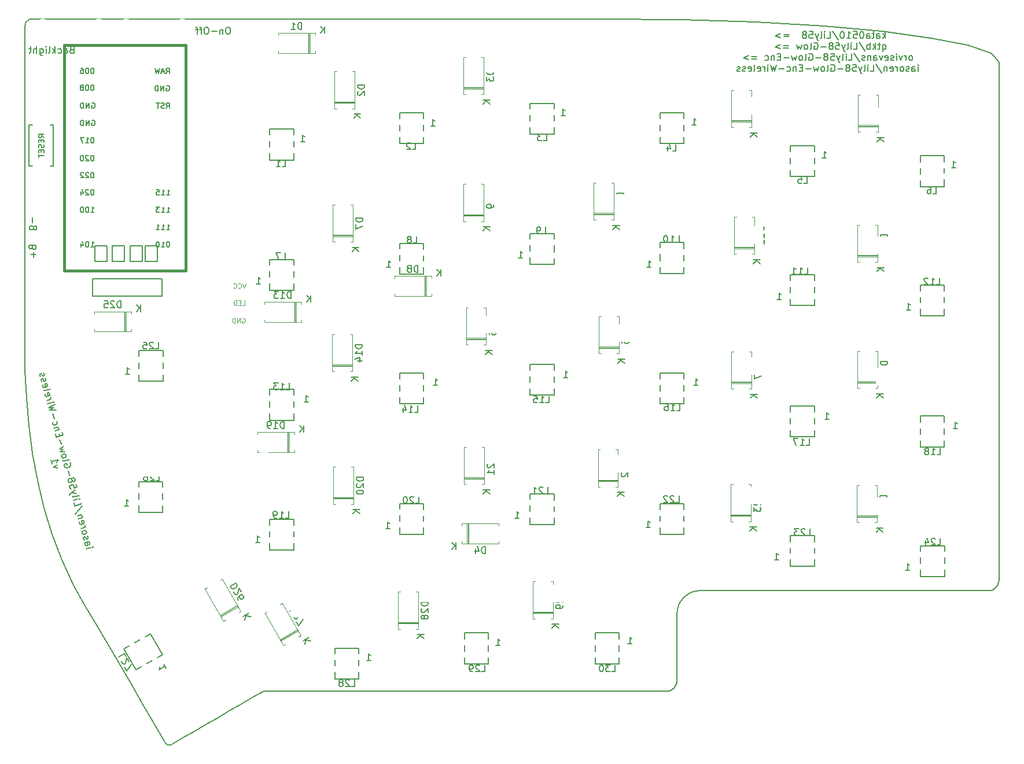
<source format=gbr>
G04 #@! TF.GenerationSoftware,KiCad,Pcbnew,(6.0.0-0)*
G04 #@! TF.CreationDate,2022-05-04T20:25:02-04:00*
G04 #@! TF.ProjectId,Lily58,4c696c79-3538-42e6-9b69-6361645f7063,rev?*
G04 #@! TF.SameCoordinates,Original*
G04 #@! TF.FileFunction,Legend,Bot*
G04 #@! TF.FilePolarity,Positive*
%FSLAX46Y46*%
G04 Gerber Fmt 4.6, Leading zero omitted, Abs format (unit mm)*
G04 Created by KiCad (PCBNEW (6.0.0-0)) date 2022-05-04 20:25:02*
%MOMM*%
%LPD*%
G01*
G04 APERTURE LIST*
G04 Aperture macros list*
%AMHorizOval*
0 Thick line with rounded ends*
0 $1 width*
0 $2 $3 position (X,Y) of the first rounded end (center of the circle)*
0 $4 $5 position (X,Y) of the second rounded end (center of the circle)*
0 Add line between two ends*
20,1,$1,$2,$3,$4,$5,0*
0 Add two circle primitives to create the rounded ends*
1,1,$1,$2,$3*
1,1,$1,$4,$5*%
%AMRotRect*
0 Rectangle, with rotation*
0 The origin of the aperture is its center*
0 $1 length*
0 $2 width*
0 $3 Rotation angle, in degrees counterclockwise*
0 Add horizontal line*
21,1,$1,$2,0,0,$3*%
G04 Aperture macros list end*
G04 #@! TA.AperFunction,Profile*
%ADD10C,0.200000*%
G04 #@! TD*
G04 #@! TA.AperFunction,Profile*
%ADD11C,0.150000*%
G04 #@! TD*
%ADD12C,0.125000*%
%ADD13C,0.150000*%
%ADD14C,0.381000*%
%ADD15C,0.120000*%
%ADD16RotRect,1.800000X1.800000X120.000000*%
%ADD17C,1.752600*%
%ADD18R,1.800000X1.800000*%
%ADD19HorizOval,1.800000X0.000000X0.000000X0.000000X0.000000X0*%
%ADD20C,4.900000*%
%ADD21C,2.500000*%
%ADD22C,1.397000*%
%ADD23C,3.000000*%
%ADD24C,1.800000*%
%ADD25C,4.000000*%
%ADD26R,2.550000X2.500000*%
%ADD27RotRect,2.550000X2.500000X120.000000*%
%ADD28C,2.200000*%
%ADD29R,2.000000X2.000000*%
%ADD30C,2.000000*%
%ADD31R,3.200000X2.000000*%
%ADD32O,1.800000X1.800000*%
%ADD33O,2.200000X3.500000*%
%ADD34R,1.500000X2.500000*%
%ADD35O,1.500000X2.500000*%
%ADD36R,1.143000X0.635000*%
%ADD37R,1.600000X0.850000*%
%ADD38RotRect,1.600000X0.850000X120.000000*%
%ADD39RotRect,1.600000X0.850000X300.000000*%
G04 APERTURE END LIST*
D10*
X104807833Y-37086762D02*
X94400000Y-37086762D01*
X82937528Y-82285296D02*
X82937528Y-75978362D01*
X82937528Y-75978362D02*
X82937528Y-69671429D01*
X82937528Y-88592229D02*
X82937528Y-82285296D01*
D11*
X118750000Y-57750000D02*
X118750000Y-53250000D01*
X101310889Y-127109431D02*
X103060889Y-130140520D01*
X103060889Y-130140520D02*
X99163775Y-132390520D01*
X97413775Y-129359431D02*
X101310889Y-127109431D01*
X99163775Y-132390520D02*
X97413775Y-129359431D01*
X118750000Y-72350000D02*
X122250000Y-72350000D01*
X131750000Y-129250000D02*
X131750000Y-133750000D01*
X166350000Y-127000000D02*
X169850000Y-127000000D01*
X160350000Y-111150000D02*
X156850000Y-111150000D01*
X141250000Y-108050000D02*
X141250000Y-112550000D01*
X103099200Y-104864800D02*
X103099200Y-109364800D01*
X137750000Y-108050000D02*
X141250000Y-108050000D01*
X198450000Y-117250000D02*
X194950000Y-117250000D01*
X122250000Y-114850000D02*
X118750000Y-114850000D01*
X156850000Y-111150000D02*
X156850000Y-106650000D01*
X166350000Y-131500000D02*
X166350000Y-127000000D01*
X194950000Y-117250000D02*
X194950000Y-112750000D01*
X141250000Y-112550000D02*
X137750000Y-112550000D01*
X122250000Y-110350000D02*
X122250000Y-114850000D01*
X179350000Y-108050000D02*
X179350000Y-112550000D01*
X175850000Y-108050000D02*
X179350000Y-108050000D01*
X214000000Y-118750000D02*
X214000000Y-114250000D01*
X147250000Y-127000000D02*
X150750000Y-127000000D01*
X150750000Y-131500000D02*
X147250000Y-131500000D01*
X160350000Y-106650000D02*
X160350000Y-111150000D01*
X137750000Y-112550000D02*
X137750000Y-108050000D01*
X150750000Y-127000000D02*
X150750000Y-131500000D01*
X156850000Y-106650000D02*
X160350000Y-106650000D01*
X217500000Y-114250000D02*
X217500000Y-118750000D01*
X99599200Y-104864800D02*
X103099200Y-104864800D01*
X194950000Y-112750000D02*
X198450000Y-112750000D01*
X128250000Y-129250000D02*
X131750000Y-129250000D01*
X103099200Y-109364800D02*
X99599200Y-109364800D01*
X175850000Y-112550000D02*
X175850000Y-108050000D01*
X217500000Y-118750000D02*
X214000000Y-118750000D01*
X214000000Y-114250000D02*
X217500000Y-114250000D01*
X147250000Y-131500000D02*
X147250000Y-127000000D01*
X99599200Y-109364800D02*
X99599200Y-104864800D01*
X118750000Y-114850000D02*
X118750000Y-110350000D01*
X118750000Y-110350000D02*
X122250000Y-110350000D01*
X128250000Y-133750000D02*
X128250000Y-129250000D01*
X169850000Y-127000000D02*
X169850000Y-131500000D01*
X169850000Y-131500000D02*
X166350000Y-131500000D01*
X179350000Y-112550000D02*
X175850000Y-112550000D01*
X198450000Y-112750000D02*
X198450000Y-117250000D01*
X131750000Y-133750000D02*
X128250000Y-133750000D01*
X99624000Y-90170000D02*
X99624000Y-85670000D01*
X103124000Y-85670000D02*
X103124000Y-90170000D01*
X103124000Y-90170000D02*
X99624000Y-90170000D01*
X99624000Y-85670000D02*
X103124000Y-85670000D01*
D10*
X178319348Y-134034052D02*
X178288901Y-134314154D01*
X225460000Y-100326490D02*
X225460000Y-109808112D01*
X82937528Y-63364495D02*
X82937528Y-57057562D01*
D11*
X160350000Y-92150000D02*
X156850000Y-92150000D01*
D10*
X96695647Y-131453701D02*
X98371341Y-134320020D01*
X225204001Y-120128696D02*
X225020912Y-120350648D01*
X169449826Y-135511658D02*
X176819348Y-135511658D01*
D11*
X141250000Y-88950000D02*
X141250000Y-93450000D01*
D10*
X89992869Y-119988423D02*
X91668563Y-122854742D01*
X177658308Y-135255660D02*
X177403500Y-135393876D01*
D11*
X141250000Y-55350000D02*
X137750000Y-55350000D01*
D10*
X178201565Y-134595810D02*
X178063349Y-134850619D01*
X104288864Y-143357278D02*
X104456758Y-143271756D01*
D11*
X122250000Y-72350000D02*
X122250000Y-76850000D01*
D10*
X225460000Y-43436755D02*
X225460000Y-52918378D01*
D11*
X198450000Y-60150000D02*
X194950000Y-60150000D01*
D10*
X136027379Y-37086762D02*
X125619545Y-37086762D01*
X104130206Y-143404468D02*
X104288864Y-143357278D01*
X83245570Y-37394123D02*
X83400937Y-37265961D01*
X103842470Y-143386445D02*
X103981252Y-143413974D01*
D11*
X179350000Y-50850000D02*
X179350000Y-55350000D01*
D10*
X82937528Y-50750629D02*
X82937528Y-44443695D01*
X103597295Y-143222884D02*
X103714328Y-143322532D01*
X116186619Y-136480784D02*
X117862313Y-135510645D01*
X224278471Y-42156190D02*
X220889319Y-40963847D01*
D11*
X217450000Y-80550000D02*
X213950000Y-80550000D01*
D10*
X103981252Y-143413974D02*
X104130206Y-143404468D01*
D11*
X194950000Y-93750000D02*
X198450000Y-93750000D01*
X156850000Y-87650000D02*
X160350000Y-87650000D01*
D10*
X224900000Y-42700000D02*
X224278471Y-42156190D01*
X178319348Y-131597973D02*
X178319348Y-132816013D01*
D11*
X137750000Y-74450000D02*
X137750000Y-69950000D01*
D10*
X178319348Y-129161894D02*
X178319348Y-130379933D01*
D11*
X118750000Y-76850000D02*
X118750000Y-72350000D01*
X122250000Y-91350000D02*
X122250000Y-95850000D01*
D10*
X83579303Y-37169210D02*
X83776462Y-37108075D01*
X178594174Y-122926713D02*
X178916678Y-122332160D01*
X178390391Y-123583911D02*
X178594174Y-122926713D01*
X104456758Y-143271756D02*
X106132452Y-142301617D01*
X197622092Y-120789735D02*
X202889673Y-120789735D01*
X213424836Y-120789735D02*
X218692418Y-120789735D01*
X225460000Y-90844867D02*
X225460000Y-100326490D01*
D11*
X160350000Y-49460000D02*
X160350000Y-53960000D01*
D10*
X91668563Y-122854742D02*
X93344258Y-125721062D01*
X139971738Y-135511658D02*
X147341260Y-135511658D01*
X82937528Y-44443695D02*
X82937528Y-38136762D01*
X224900000Y-42700000D02*
X225460000Y-43436755D01*
D11*
X179350000Y-55350000D02*
X175850000Y-55350000D01*
D10*
X83400937Y-37265961D02*
X83579303Y-37169210D01*
D11*
X118750000Y-91350000D02*
X122250000Y-91350000D01*
D10*
X95019952Y-128587381D02*
X96695647Y-131453701D01*
D11*
X137750000Y-69950000D02*
X141250000Y-69950000D01*
D10*
X192354511Y-120789735D02*
X197622092Y-120789735D01*
D11*
X156850000Y-68550000D02*
X160350000Y-68550000D01*
D10*
X181819348Y-120789735D02*
X187086929Y-120789735D01*
X177880261Y-135072571D02*
X177658308Y-135255660D01*
X103398425Y-142918979D02*
X103491837Y-143088150D01*
D11*
X175850000Y-74350000D02*
X175850000Y-69850000D01*
D10*
X225020912Y-120350648D02*
X224798960Y-120533736D01*
D11*
X141250000Y-93450000D02*
X137750000Y-93450000D01*
D10*
X83020657Y-37727855D02*
X83117409Y-37549489D01*
D11*
X217450000Y-95250000D02*
X217450000Y-99750000D01*
D10*
X106132452Y-142301617D02*
X107808147Y-141331479D01*
D11*
X179350000Y-69850000D02*
X179350000Y-74350000D01*
X141250000Y-74450000D02*
X137750000Y-74450000D01*
D10*
X215525697Y-39885159D02*
X208420758Y-38945561D01*
D11*
X213950000Y-76050000D02*
X217450000Y-76050000D01*
D10*
X177403500Y-135393876D02*
X177121844Y-135481211D01*
D11*
X122250000Y-57750000D02*
X118750000Y-57750000D01*
X194950000Y-79050000D02*
X194950000Y-74550000D01*
X160350000Y-68550000D02*
X160350000Y-73050000D01*
X175850000Y-88950000D02*
X179350000Y-88950000D01*
X213950000Y-95250000D02*
X217450000Y-95250000D01*
X160350000Y-73050000D02*
X156850000Y-73050000D01*
X122250000Y-53250000D02*
X122250000Y-57750000D01*
X198450000Y-98250000D02*
X194950000Y-98250000D01*
D10*
X178319348Y-126725814D02*
X178319348Y-127943854D01*
X178063349Y-134850619D02*
X177880261Y-135072571D01*
X224262495Y-120759288D02*
X223959999Y-120789735D01*
X83135690Y-92617561D02*
X83490297Y-96657663D01*
D11*
X137750000Y-55350000D02*
X137750000Y-50850000D01*
D10*
X178319348Y-132816013D02*
X178319348Y-134034052D01*
D11*
X137750000Y-50850000D02*
X141250000Y-50850000D01*
D10*
X179343884Y-121814271D02*
X179861773Y-121387065D01*
X125619545Y-37086762D02*
X115211711Y-37086762D01*
X225460000Y-109808112D02*
X225460000Y-119289735D01*
X88291758Y-116318073D02*
X89993333Y-119989540D01*
X83117409Y-37549489D02*
X83245570Y-37394123D01*
D11*
X217450000Y-99750000D02*
X213950000Y-99750000D01*
X122250000Y-95850000D02*
X118750000Y-95850000D01*
D10*
X178916678Y-122332160D02*
X179343884Y-121814271D01*
X83490297Y-96657663D02*
X84020972Y-100690825D01*
X103714328Y-143322532D02*
X103842470Y-143386445D01*
X82938210Y-38136762D02*
X82959523Y-37925015D01*
X208157255Y-120789735D02*
X213424836Y-120789735D01*
X125232695Y-135511658D02*
X132602217Y-135511658D01*
X225460000Y-52918378D02*
X225460000Y-62400000D01*
D11*
X118750000Y-53250000D02*
X122250000Y-53250000D01*
D10*
X83776462Y-37108075D02*
X83988210Y-37086762D01*
X112835230Y-138421062D02*
X114510925Y-137450923D01*
X154710782Y-135511658D02*
X162080304Y-135511658D01*
X109483841Y-140361340D02*
X111159536Y-139391201D01*
X179861773Y-121387065D02*
X180456326Y-121064561D01*
D11*
X122250000Y-76850000D02*
X118750000Y-76850000D01*
D10*
X178319348Y-127943854D02*
X178319348Y-129161894D01*
D11*
X156850000Y-49460000D02*
X160350000Y-49460000D01*
D10*
X146435213Y-37086762D02*
X136027379Y-37086762D01*
D11*
X213950000Y-99750000D02*
X213950000Y-95250000D01*
D10*
X218692418Y-120789735D02*
X223959999Y-120789735D01*
X85688004Y-108649127D02*
X86863105Y-112530670D01*
X86863105Y-112530670D02*
X88291758Y-116318073D01*
D11*
X194950000Y-55650000D02*
X198450000Y-55650000D01*
D10*
X178288901Y-134314154D02*
X178201565Y-134595810D01*
X162080304Y-135511658D02*
X169449826Y-135511658D01*
X156843047Y-37086762D02*
X146435213Y-37086762D01*
D11*
X179350000Y-74350000D02*
X175850000Y-74350000D01*
D10*
X178319348Y-130379933D02*
X178319348Y-131597973D01*
D11*
X137750000Y-88950000D02*
X141250000Y-88950000D01*
D10*
X117863173Y-135511658D02*
X125232695Y-135511658D01*
X180456326Y-121064561D02*
X181113524Y-120860778D01*
D11*
X198450000Y-74550000D02*
X198450000Y-79050000D01*
X175850000Y-55350000D02*
X175850000Y-50850000D01*
D10*
X189919538Y-37585374D02*
X178989563Y-37215654D01*
X107808147Y-141331479D02*
X109483841Y-140361340D01*
X115211711Y-37086762D02*
X104803877Y-37086762D01*
D11*
X194950000Y-98250000D02*
X194950000Y-93750000D01*
X213950000Y-57150000D02*
X217450000Y-57150000D01*
X217450000Y-76050000D02*
X217450000Y-80550000D01*
D10*
X225429552Y-119592231D02*
X225342217Y-119873887D01*
D11*
X137750000Y-93450000D02*
X137750000Y-88950000D01*
D10*
X82937528Y-57057562D02*
X82937528Y-50750629D01*
X225460000Y-71881623D02*
X225460000Y-81363245D01*
X101722730Y-140052659D02*
X103398425Y-142918979D01*
D11*
X175850000Y-69850000D02*
X179350000Y-69850000D01*
X179350000Y-88950000D02*
X179350000Y-93450000D01*
D10*
X181113524Y-120860778D02*
X181819348Y-120789735D01*
X225460000Y-62400000D02*
X225460000Y-71881623D01*
X103491837Y-143088150D02*
X103597295Y-143222884D01*
X84020972Y-100690825D02*
X84747083Y-104695246D01*
X94396044Y-37086762D02*
X83988210Y-37086762D01*
X178319348Y-124289735D02*
X178319348Y-125507775D01*
D11*
X175850000Y-93450000D02*
X175850000Y-88950000D01*
X160350000Y-87650000D02*
X160350000Y-92150000D01*
D10*
X208420758Y-38945561D02*
X199807654Y-38170488D01*
X132602217Y-135511658D02*
X139971738Y-135511658D01*
X82937777Y-88592317D02*
X83135690Y-92617561D01*
D11*
X198450000Y-55650000D02*
X198450000Y-60150000D01*
D10*
X147341260Y-135511658D02*
X154710782Y-135511658D01*
D11*
X141250000Y-50850000D02*
X141250000Y-55350000D01*
X160350000Y-53960000D02*
X156850000Y-53960000D01*
D10*
X178319348Y-124289735D02*
X178390391Y-123583911D01*
D11*
X156850000Y-92150000D02*
X156850000Y-87650000D01*
D10*
X98371341Y-134320020D02*
X100047036Y-137186340D01*
X225342217Y-119873887D02*
X225204001Y-120128696D01*
X202889673Y-120789735D02*
X208157255Y-120789735D01*
X82937528Y-69671429D02*
X82937528Y-63364495D01*
D11*
X198450000Y-93750000D02*
X198450000Y-98250000D01*
X141250000Y-69950000D02*
X141250000Y-74450000D01*
D10*
X111159536Y-139391201D02*
X112835230Y-138421062D01*
D11*
X213950000Y-80550000D02*
X213950000Y-76050000D01*
D10*
X225460000Y-81363245D02*
X225460000Y-90844867D01*
X187086929Y-120789735D02*
X192354511Y-120789735D01*
X220889319Y-40963847D02*
X215525697Y-39885159D01*
D11*
X118750000Y-95850000D02*
X118750000Y-91350000D01*
D10*
X177121844Y-135481211D02*
X176819348Y-135511658D01*
D11*
X156850000Y-73050000D02*
X156850000Y-68550000D01*
X217450000Y-61650000D02*
X213950000Y-61650000D01*
D10*
X84747083Y-104695246D02*
X85688004Y-108649127D01*
D11*
X198450000Y-79050000D02*
X194950000Y-79050000D01*
D10*
X167250881Y-37086762D02*
X156843047Y-37086762D01*
X114510925Y-137450923D02*
X116186619Y-136480784D01*
X224544152Y-120671952D02*
X224262495Y-120759288D01*
X100047036Y-137186340D02*
X101722730Y-140052659D01*
D11*
X194950000Y-60150000D02*
X194950000Y-55650000D01*
X213950000Y-61650000D02*
X213950000Y-57150000D01*
D10*
X93344258Y-125721062D02*
X95019952Y-128587381D01*
X178989563Y-37215654D02*
X167250881Y-37086762D01*
D11*
X217450000Y-57150000D02*
X217450000Y-61650000D01*
D10*
X224798960Y-120533736D02*
X224544152Y-120671952D01*
X225459999Y-119289735D02*
X225429552Y-119592231D01*
D11*
X194950000Y-74550000D02*
X198450000Y-74550000D01*
D10*
X199807654Y-38170488D02*
X189919538Y-37585374D01*
D11*
X179350000Y-93450000D02*
X175850000Y-93450000D01*
X175850000Y-50850000D02*
X179350000Y-50850000D01*
X156850000Y-53960000D02*
X156850000Y-49460000D01*
D10*
X178319348Y-125507775D02*
X178319348Y-126725814D01*
X82959523Y-37925015D02*
X83020657Y-37727855D01*
D12*
X114750000Y-79016666D02*
X115083333Y-79016666D01*
X115083333Y-78316666D01*
X114516666Y-78650000D02*
X114283333Y-78650000D01*
X114183333Y-79016666D02*
X114516666Y-79016666D01*
X114516666Y-78316666D01*
X114183333Y-78316666D01*
X113883333Y-79016666D02*
X113883333Y-78316666D01*
X113716666Y-78316666D01*
X113616666Y-78350000D01*
X113550000Y-78416666D01*
X113516666Y-78483333D01*
X113483333Y-78616666D01*
X113483333Y-78716666D01*
X113516666Y-78850000D01*
X113550000Y-78916666D01*
X113616666Y-78983333D01*
X113716666Y-79016666D01*
X113883333Y-79016666D01*
X115233333Y-75816666D02*
X115000000Y-76516666D01*
X114766666Y-75816666D01*
X114133333Y-76450000D02*
X114166666Y-76483333D01*
X114266666Y-76516666D01*
X114333333Y-76516666D01*
X114433333Y-76483333D01*
X114500000Y-76416666D01*
X114533333Y-76350000D01*
X114566666Y-76216666D01*
X114566666Y-76116666D01*
X114533333Y-75983333D01*
X114500000Y-75916666D01*
X114433333Y-75850000D01*
X114333333Y-75816666D01*
X114266666Y-75816666D01*
X114166666Y-75850000D01*
X114133333Y-75883333D01*
X113433333Y-76450000D02*
X113466666Y-76483333D01*
X113566666Y-76516666D01*
X113633333Y-76516666D01*
X113733333Y-76483333D01*
X113800000Y-76416666D01*
X113833333Y-76350000D01*
X113866666Y-76216666D01*
X113866666Y-76116666D01*
X113833333Y-75983333D01*
X113800000Y-75916666D01*
X113733333Y-75850000D01*
X113633333Y-75816666D01*
X113566666Y-75816666D01*
X113466666Y-75850000D01*
X113433333Y-75883333D01*
D13*
X208810761Y-39947380D02*
X208810761Y-38947380D01*
X208715523Y-39566428D02*
X208429809Y-39947380D01*
X208429809Y-39280714D02*
X208810761Y-39661666D01*
X207572666Y-39947380D02*
X207572666Y-39423571D01*
X207620285Y-39328333D01*
X207715523Y-39280714D01*
X207906000Y-39280714D01*
X208001238Y-39328333D01*
X207572666Y-39899761D02*
X207667904Y-39947380D01*
X207906000Y-39947380D01*
X208001238Y-39899761D01*
X208048857Y-39804523D01*
X208048857Y-39709285D01*
X208001238Y-39614047D01*
X207906000Y-39566428D01*
X207667904Y-39566428D01*
X207572666Y-39518809D01*
X207239333Y-39280714D02*
X206858380Y-39280714D01*
X207096476Y-38947380D02*
X207096476Y-39804523D01*
X207048857Y-39899761D01*
X206953619Y-39947380D01*
X206858380Y-39947380D01*
X206096476Y-39947380D02*
X206096476Y-39423571D01*
X206144095Y-39328333D01*
X206239333Y-39280714D01*
X206429809Y-39280714D01*
X206525047Y-39328333D01*
X206096476Y-39899761D02*
X206191714Y-39947380D01*
X206429809Y-39947380D01*
X206525047Y-39899761D01*
X206572666Y-39804523D01*
X206572666Y-39709285D01*
X206525047Y-39614047D01*
X206429809Y-39566428D01*
X206191714Y-39566428D01*
X206096476Y-39518809D01*
X205429809Y-38947380D02*
X205334571Y-38947380D01*
X205239333Y-38995000D01*
X205191714Y-39042619D01*
X205144095Y-39137857D01*
X205096476Y-39328333D01*
X205096476Y-39566428D01*
X205144095Y-39756904D01*
X205191714Y-39852142D01*
X205239333Y-39899761D01*
X205334571Y-39947380D01*
X205429809Y-39947380D01*
X205525047Y-39899761D01*
X205572666Y-39852142D01*
X205620285Y-39756904D01*
X205667904Y-39566428D01*
X205667904Y-39328333D01*
X205620285Y-39137857D01*
X205572666Y-39042619D01*
X205525047Y-38995000D01*
X205429809Y-38947380D01*
X204191714Y-38947380D02*
X204667904Y-38947380D01*
X204715523Y-39423571D01*
X204667904Y-39375952D01*
X204572666Y-39328333D01*
X204334571Y-39328333D01*
X204239333Y-39375952D01*
X204191714Y-39423571D01*
X204144095Y-39518809D01*
X204144095Y-39756904D01*
X204191714Y-39852142D01*
X204239333Y-39899761D01*
X204334571Y-39947380D01*
X204572666Y-39947380D01*
X204667904Y-39899761D01*
X204715523Y-39852142D01*
X203191714Y-39947380D02*
X203763142Y-39947380D01*
X203477428Y-39947380D02*
X203477428Y-38947380D01*
X203572666Y-39090238D01*
X203667904Y-39185476D01*
X203763142Y-39233095D01*
X202572666Y-38947380D02*
X202477428Y-38947380D01*
X202382190Y-38995000D01*
X202334571Y-39042619D01*
X202286952Y-39137857D01*
X202239333Y-39328333D01*
X202239333Y-39566428D01*
X202286952Y-39756904D01*
X202334571Y-39852142D01*
X202382190Y-39899761D01*
X202477428Y-39947380D01*
X202572666Y-39947380D01*
X202667904Y-39899761D01*
X202715523Y-39852142D01*
X202763142Y-39756904D01*
X202810761Y-39566428D01*
X202810761Y-39328333D01*
X202763142Y-39137857D01*
X202715523Y-39042619D01*
X202667904Y-38995000D01*
X202572666Y-38947380D01*
X201096476Y-38899761D02*
X201953619Y-40185476D01*
X200286952Y-39947380D02*
X200763142Y-39947380D01*
X200763142Y-38947380D01*
X199953619Y-39947380D02*
X199953619Y-39280714D01*
X199953619Y-38947380D02*
X200001238Y-38995000D01*
X199953619Y-39042619D01*
X199906000Y-38995000D01*
X199953619Y-38947380D01*
X199953619Y-39042619D01*
X199334571Y-39947380D02*
X199429809Y-39899761D01*
X199477428Y-39804523D01*
X199477428Y-38947380D01*
X199048857Y-39280714D02*
X198810761Y-39947380D01*
X198572666Y-39280714D02*
X198810761Y-39947380D01*
X198906000Y-40185476D01*
X198953619Y-40233095D01*
X199048857Y-40280714D01*
X197715523Y-38947380D02*
X198191714Y-38947380D01*
X198239333Y-39423571D01*
X198191714Y-39375952D01*
X198096476Y-39328333D01*
X197858380Y-39328333D01*
X197763142Y-39375952D01*
X197715523Y-39423571D01*
X197667904Y-39518809D01*
X197667904Y-39756904D01*
X197715523Y-39852142D01*
X197763142Y-39899761D01*
X197858380Y-39947380D01*
X198096476Y-39947380D01*
X198191714Y-39899761D01*
X198239333Y-39852142D01*
X197096476Y-39375952D02*
X197191714Y-39328333D01*
X197239333Y-39280714D01*
X197286952Y-39185476D01*
X197286952Y-39137857D01*
X197239333Y-39042619D01*
X197191714Y-38995000D01*
X197096476Y-38947380D01*
X196906000Y-38947380D01*
X196810761Y-38995000D01*
X196763142Y-39042619D01*
X196715523Y-39137857D01*
X196715523Y-39185476D01*
X196763142Y-39280714D01*
X196810761Y-39328333D01*
X196906000Y-39375952D01*
X197096476Y-39375952D01*
X197191714Y-39423571D01*
X197239333Y-39471190D01*
X197286952Y-39566428D01*
X197286952Y-39756904D01*
X197239333Y-39852142D01*
X197191714Y-39899761D01*
X197096476Y-39947380D01*
X196906000Y-39947380D01*
X196810761Y-39899761D01*
X196763142Y-39852142D01*
X196715523Y-39756904D01*
X196715523Y-39566428D01*
X196763142Y-39471190D01*
X196810761Y-39423571D01*
X196906000Y-39375952D01*
X194763142Y-39423571D02*
X194001238Y-39423571D01*
X194001238Y-39709285D02*
X194763142Y-39709285D01*
X193525047Y-39280714D02*
X192763142Y-39566428D01*
X193525047Y-39852142D01*
X208453619Y-40890714D02*
X208453619Y-41890714D01*
X208453619Y-41509761D02*
X208548857Y-41557380D01*
X208739333Y-41557380D01*
X208834571Y-41509761D01*
X208882190Y-41462142D01*
X208929809Y-41366904D01*
X208929809Y-41081190D01*
X208882190Y-40985952D01*
X208834571Y-40938333D01*
X208739333Y-40890714D01*
X208548857Y-40890714D01*
X208453619Y-40938333D01*
X208120285Y-40890714D02*
X207739333Y-40890714D01*
X207977428Y-40557380D02*
X207977428Y-41414523D01*
X207929809Y-41509761D01*
X207834571Y-41557380D01*
X207739333Y-41557380D01*
X207406000Y-41557380D02*
X207406000Y-40557380D01*
X207310761Y-41176428D02*
X207025047Y-41557380D01*
X207025047Y-40890714D02*
X207406000Y-41271666D01*
X206596476Y-41557380D02*
X206596476Y-40557380D01*
X206596476Y-40938333D02*
X206501238Y-40890714D01*
X206310761Y-40890714D01*
X206215523Y-40938333D01*
X206167904Y-40985952D01*
X206120285Y-41081190D01*
X206120285Y-41366904D01*
X206167904Y-41462142D01*
X206215523Y-41509761D01*
X206310761Y-41557380D01*
X206501238Y-41557380D01*
X206596476Y-41509761D01*
X204977428Y-40509761D02*
X205834571Y-41795476D01*
X204167904Y-41557380D02*
X204644095Y-41557380D01*
X204644095Y-40557380D01*
X203834571Y-41557380D02*
X203834571Y-40890714D01*
X203834571Y-40557380D02*
X203882190Y-40605000D01*
X203834571Y-40652619D01*
X203786952Y-40605000D01*
X203834571Y-40557380D01*
X203834571Y-40652619D01*
X203215523Y-41557380D02*
X203310761Y-41509761D01*
X203358380Y-41414523D01*
X203358380Y-40557380D01*
X202929809Y-40890714D02*
X202691714Y-41557380D01*
X202453619Y-40890714D02*
X202691714Y-41557380D01*
X202786952Y-41795476D01*
X202834571Y-41843095D01*
X202929809Y-41890714D01*
X201596476Y-40557380D02*
X202072666Y-40557380D01*
X202120285Y-41033571D01*
X202072666Y-40985952D01*
X201977428Y-40938333D01*
X201739333Y-40938333D01*
X201644095Y-40985952D01*
X201596476Y-41033571D01*
X201548857Y-41128809D01*
X201548857Y-41366904D01*
X201596476Y-41462142D01*
X201644095Y-41509761D01*
X201739333Y-41557380D01*
X201977428Y-41557380D01*
X202072666Y-41509761D01*
X202120285Y-41462142D01*
X200977428Y-40985952D02*
X201072666Y-40938333D01*
X201120285Y-40890714D01*
X201167904Y-40795476D01*
X201167904Y-40747857D01*
X201120285Y-40652619D01*
X201072666Y-40605000D01*
X200977428Y-40557380D01*
X200786952Y-40557380D01*
X200691714Y-40605000D01*
X200644095Y-40652619D01*
X200596476Y-40747857D01*
X200596476Y-40795476D01*
X200644095Y-40890714D01*
X200691714Y-40938333D01*
X200786952Y-40985952D01*
X200977428Y-40985952D01*
X201072666Y-41033571D01*
X201120285Y-41081190D01*
X201167904Y-41176428D01*
X201167904Y-41366904D01*
X201120285Y-41462142D01*
X201072666Y-41509761D01*
X200977428Y-41557380D01*
X200786952Y-41557380D01*
X200691714Y-41509761D01*
X200644095Y-41462142D01*
X200596476Y-41366904D01*
X200596476Y-41176428D01*
X200644095Y-41081190D01*
X200691714Y-41033571D01*
X200786952Y-40985952D01*
X200167904Y-41176428D02*
X199406000Y-41176428D01*
X198406000Y-40605000D02*
X198501238Y-40557380D01*
X198644095Y-40557380D01*
X198786952Y-40605000D01*
X198882190Y-40700238D01*
X198929809Y-40795476D01*
X198977428Y-40985952D01*
X198977428Y-41128809D01*
X198929809Y-41319285D01*
X198882190Y-41414523D01*
X198786952Y-41509761D01*
X198644095Y-41557380D01*
X198548857Y-41557380D01*
X198406000Y-41509761D01*
X198358380Y-41462142D01*
X198358380Y-41128809D01*
X198548857Y-41128809D01*
X197786952Y-41557380D02*
X197882190Y-41509761D01*
X197929809Y-41414523D01*
X197929809Y-40557380D01*
X197263142Y-41557380D02*
X197358380Y-41509761D01*
X197406000Y-41462142D01*
X197453619Y-41366904D01*
X197453619Y-41081190D01*
X197406000Y-40985952D01*
X197358380Y-40938333D01*
X197263142Y-40890714D01*
X197120285Y-40890714D01*
X197025047Y-40938333D01*
X196977428Y-40985952D01*
X196929809Y-41081190D01*
X196929809Y-41366904D01*
X196977428Y-41462142D01*
X197025047Y-41509761D01*
X197120285Y-41557380D01*
X197263142Y-41557380D01*
X196596476Y-40890714D02*
X196406000Y-41557380D01*
X196215523Y-41081190D01*
X196025047Y-41557380D01*
X195834571Y-40890714D01*
X194691714Y-41033571D02*
X193929809Y-41033571D01*
X193929809Y-41319285D02*
X194691714Y-41319285D01*
X193453619Y-40890714D02*
X192691714Y-41176428D01*
X193453619Y-41462142D01*
X212620285Y-43167380D02*
X212715523Y-43119761D01*
X212763142Y-43072142D01*
X212810761Y-42976904D01*
X212810761Y-42691190D01*
X212763142Y-42595952D01*
X212715523Y-42548333D01*
X212620285Y-42500714D01*
X212477428Y-42500714D01*
X212382190Y-42548333D01*
X212334571Y-42595952D01*
X212286952Y-42691190D01*
X212286952Y-42976904D01*
X212334571Y-43072142D01*
X212382190Y-43119761D01*
X212477428Y-43167380D01*
X212620285Y-43167380D01*
X211858380Y-43167380D02*
X211858380Y-42500714D01*
X211858380Y-42691190D02*
X211810761Y-42595952D01*
X211763142Y-42548333D01*
X211667904Y-42500714D01*
X211572666Y-42500714D01*
X211334571Y-42500714D02*
X211096476Y-43167380D01*
X210858380Y-42500714D01*
X210477428Y-43167380D02*
X210477428Y-42500714D01*
X210477428Y-42167380D02*
X210525047Y-42215000D01*
X210477428Y-42262619D01*
X210429809Y-42215000D01*
X210477428Y-42167380D01*
X210477428Y-42262619D01*
X210048857Y-43119761D02*
X209953619Y-43167380D01*
X209763142Y-43167380D01*
X209667904Y-43119761D01*
X209620285Y-43024523D01*
X209620285Y-42976904D01*
X209667904Y-42881666D01*
X209763142Y-42834047D01*
X209906000Y-42834047D01*
X210001238Y-42786428D01*
X210048857Y-42691190D01*
X210048857Y-42643571D01*
X210001238Y-42548333D01*
X209906000Y-42500714D01*
X209763142Y-42500714D01*
X209667904Y-42548333D01*
X208810761Y-43119761D02*
X208906000Y-43167380D01*
X209096476Y-43167380D01*
X209191714Y-43119761D01*
X209239333Y-43024523D01*
X209239333Y-42643571D01*
X209191714Y-42548333D01*
X209096476Y-42500714D01*
X208906000Y-42500714D01*
X208810761Y-42548333D01*
X208763142Y-42643571D01*
X208763142Y-42738809D01*
X209239333Y-42834047D01*
X208429809Y-42500714D02*
X208191714Y-43167380D01*
X207953619Y-42500714D01*
X207144095Y-43167380D02*
X207144095Y-42643571D01*
X207191714Y-42548333D01*
X207286952Y-42500714D01*
X207477428Y-42500714D01*
X207572666Y-42548333D01*
X207144095Y-43119761D02*
X207239333Y-43167380D01*
X207477428Y-43167380D01*
X207572666Y-43119761D01*
X207620285Y-43024523D01*
X207620285Y-42929285D01*
X207572666Y-42834047D01*
X207477428Y-42786428D01*
X207239333Y-42786428D01*
X207144095Y-42738809D01*
X206667904Y-42500714D02*
X206667904Y-43167380D01*
X206667904Y-42595952D02*
X206620285Y-42548333D01*
X206525047Y-42500714D01*
X206382190Y-42500714D01*
X206286952Y-42548333D01*
X206239333Y-42643571D01*
X206239333Y-43167380D01*
X205810761Y-43119761D02*
X205715523Y-43167380D01*
X205525047Y-43167380D01*
X205429809Y-43119761D01*
X205382190Y-43024523D01*
X205382190Y-42976904D01*
X205429809Y-42881666D01*
X205525047Y-42834047D01*
X205667904Y-42834047D01*
X205763142Y-42786428D01*
X205810761Y-42691190D01*
X205810761Y-42643571D01*
X205763142Y-42548333D01*
X205667904Y-42500714D01*
X205525047Y-42500714D01*
X205429809Y-42548333D01*
X204239333Y-42119761D02*
X205096476Y-43405476D01*
X203429809Y-43167380D02*
X203906000Y-43167380D01*
X203906000Y-42167380D01*
X203096476Y-43167380D02*
X203096476Y-42500714D01*
X203096476Y-42167380D02*
X203144095Y-42215000D01*
X203096476Y-42262619D01*
X203048857Y-42215000D01*
X203096476Y-42167380D01*
X203096476Y-42262619D01*
X202477428Y-43167380D02*
X202572666Y-43119761D01*
X202620285Y-43024523D01*
X202620285Y-42167380D01*
X202191714Y-42500714D02*
X201953619Y-43167380D01*
X201715523Y-42500714D02*
X201953619Y-43167380D01*
X202048857Y-43405476D01*
X202096476Y-43453095D01*
X202191714Y-43500714D01*
X200858380Y-42167380D02*
X201334571Y-42167380D01*
X201382190Y-42643571D01*
X201334571Y-42595952D01*
X201239333Y-42548333D01*
X201001238Y-42548333D01*
X200906000Y-42595952D01*
X200858380Y-42643571D01*
X200810761Y-42738809D01*
X200810761Y-42976904D01*
X200858380Y-43072142D01*
X200906000Y-43119761D01*
X201001238Y-43167380D01*
X201239333Y-43167380D01*
X201334571Y-43119761D01*
X201382190Y-43072142D01*
X200239333Y-42595952D02*
X200334571Y-42548333D01*
X200382190Y-42500714D01*
X200429809Y-42405476D01*
X200429809Y-42357857D01*
X200382190Y-42262619D01*
X200334571Y-42215000D01*
X200239333Y-42167380D01*
X200048857Y-42167380D01*
X199953619Y-42215000D01*
X199906000Y-42262619D01*
X199858380Y-42357857D01*
X199858380Y-42405476D01*
X199906000Y-42500714D01*
X199953619Y-42548333D01*
X200048857Y-42595952D01*
X200239333Y-42595952D01*
X200334571Y-42643571D01*
X200382190Y-42691190D01*
X200429809Y-42786428D01*
X200429809Y-42976904D01*
X200382190Y-43072142D01*
X200334571Y-43119761D01*
X200239333Y-43167380D01*
X200048857Y-43167380D01*
X199953619Y-43119761D01*
X199906000Y-43072142D01*
X199858380Y-42976904D01*
X199858380Y-42786428D01*
X199906000Y-42691190D01*
X199953619Y-42643571D01*
X200048857Y-42595952D01*
X199429809Y-42786428D02*
X198667904Y-42786428D01*
X197667904Y-42215000D02*
X197763142Y-42167380D01*
X197906000Y-42167380D01*
X198048857Y-42215000D01*
X198144095Y-42310238D01*
X198191714Y-42405476D01*
X198239333Y-42595952D01*
X198239333Y-42738809D01*
X198191714Y-42929285D01*
X198144095Y-43024523D01*
X198048857Y-43119761D01*
X197906000Y-43167380D01*
X197810761Y-43167380D01*
X197667904Y-43119761D01*
X197620285Y-43072142D01*
X197620285Y-42738809D01*
X197810761Y-42738809D01*
X197048857Y-43167380D02*
X197144095Y-43119761D01*
X197191714Y-43024523D01*
X197191714Y-42167380D01*
X196525047Y-43167380D02*
X196620285Y-43119761D01*
X196667904Y-43072142D01*
X196715523Y-42976904D01*
X196715523Y-42691190D01*
X196667904Y-42595952D01*
X196620285Y-42548333D01*
X196525047Y-42500714D01*
X196382190Y-42500714D01*
X196286952Y-42548333D01*
X196239333Y-42595952D01*
X196191714Y-42691190D01*
X196191714Y-42976904D01*
X196239333Y-43072142D01*
X196286952Y-43119761D01*
X196382190Y-43167380D01*
X196525047Y-43167380D01*
X195858380Y-42500714D02*
X195667904Y-43167380D01*
X195477428Y-42691190D01*
X195286952Y-43167380D01*
X195096476Y-42500714D01*
X194715523Y-42786428D02*
X193953619Y-42786428D01*
X193477428Y-42643571D02*
X193144095Y-42643571D01*
X193001238Y-43167380D02*
X193477428Y-43167380D01*
X193477428Y-42167380D01*
X193001238Y-42167380D01*
X192572666Y-42500714D02*
X192572666Y-43167380D01*
X192572666Y-42595952D02*
X192525047Y-42548333D01*
X192429809Y-42500714D01*
X192286952Y-42500714D01*
X192191714Y-42548333D01*
X192144095Y-42643571D01*
X192144095Y-43167380D01*
X191239333Y-43119761D02*
X191334571Y-43167380D01*
X191525047Y-43167380D01*
X191620285Y-43119761D01*
X191667904Y-43072142D01*
X191715523Y-42976904D01*
X191715523Y-42691190D01*
X191667904Y-42595952D01*
X191620285Y-42548333D01*
X191525047Y-42500714D01*
X191334571Y-42500714D01*
X191239333Y-42548333D01*
X190048857Y-42643571D02*
X189286952Y-42643571D01*
X189286952Y-42929285D02*
X190048857Y-42929285D01*
X188810761Y-42500714D02*
X188048857Y-42786428D01*
X188810761Y-43072142D01*
X213644095Y-44777380D02*
X213644095Y-44110714D01*
X213644095Y-43777380D02*
X213691714Y-43825000D01*
X213644095Y-43872619D01*
X213596476Y-43825000D01*
X213644095Y-43777380D01*
X213644095Y-43872619D01*
X212739333Y-44777380D02*
X212739333Y-44253571D01*
X212786952Y-44158333D01*
X212882190Y-44110714D01*
X213072666Y-44110714D01*
X213167904Y-44158333D01*
X212739333Y-44729761D02*
X212834571Y-44777380D01*
X213072666Y-44777380D01*
X213167904Y-44729761D01*
X213215523Y-44634523D01*
X213215523Y-44539285D01*
X213167904Y-44444047D01*
X213072666Y-44396428D01*
X212834571Y-44396428D01*
X212739333Y-44348809D01*
X212310761Y-44729761D02*
X212215523Y-44777380D01*
X212025047Y-44777380D01*
X211929809Y-44729761D01*
X211882190Y-44634523D01*
X211882190Y-44586904D01*
X211929809Y-44491666D01*
X212025047Y-44444047D01*
X212167904Y-44444047D01*
X212263142Y-44396428D01*
X212310761Y-44301190D01*
X212310761Y-44253571D01*
X212263142Y-44158333D01*
X212167904Y-44110714D01*
X212025047Y-44110714D01*
X211929809Y-44158333D01*
X211310761Y-44777380D02*
X211406000Y-44729761D01*
X211453619Y-44682142D01*
X211501238Y-44586904D01*
X211501238Y-44301190D01*
X211453619Y-44205952D01*
X211406000Y-44158333D01*
X211310761Y-44110714D01*
X211167904Y-44110714D01*
X211072666Y-44158333D01*
X211025047Y-44205952D01*
X210977428Y-44301190D01*
X210977428Y-44586904D01*
X211025047Y-44682142D01*
X211072666Y-44729761D01*
X211167904Y-44777380D01*
X211310761Y-44777380D01*
X210548857Y-44777380D02*
X210548857Y-44110714D01*
X210548857Y-44301190D02*
X210501238Y-44205952D01*
X210453619Y-44158333D01*
X210358380Y-44110714D01*
X210263142Y-44110714D01*
X209548857Y-44729761D02*
X209644095Y-44777380D01*
X209834571Y-44777380D01*
X209929809Y-44729761D01*
X209977428Y-44634523D01*
X209977428Y-44253571D01*
X209929809Y-44158333D01*
X209834571Y-44110714D01*
X209644095Y-44110714D01*
X209548857Y-44158333D01*
X209501238Y-44253571D01*
X209501238Y-44348809D01*
X209977428Y-44444047D01*
X209072666Y-44110714D02*
X209072666Y-44777380D01*
X209072666Y-44205952D02*
X209025047Y-44158333D01*
X208929809Y-44110714D01*
X208786952Y-44110714D01*
X208691714Y-44158333D01*
X208644095Y-44253571D01*
X208644095Y-44777380D01*
X207453619Y-43729761D02*
X208310761Y-45015476D01*
X206644095Y-44777380D02*
X207120285Y-44777380D01*
X207120285Y-43777380D01*
X206310761Y-44777380D02*
X206310761Y-44110714D01*
X206310761Y-43777380D02*
X206358380Y-43825000D01*
X206310761Y-43872619D01*
X206263142Y-43825000D01*
X206310761Y-43777380D01*
X206310761Y-43872619D01*
X205691714Y-44777380D02*
X205786952Y-44729761D01*
X205834571Y-44634523D01*
X205834571Y-43777380D01*
X205406000Y-44110714D02*
X205167904Y-44777380D01*
X204929809Y-44110714D02*
X205167904Y-44777380D01*
X205263142Y-45015476D01*
X205310761Y-45063095D01*
X205406000Y-45110714D01*
X204072666Y-43777380D02*
X204548857Y-43777380D01*
X204596476Y-44253571D01*
X204548857Y-44205952D01*
X204453619Y-44158333D01*
X204215523Y-44158333D01*
X204120285Y-44205952D01*
X204072666Y-44253571D01*
X204025047Y-44348809D01*
X204025047Y-44586904D01*
X204072666Y-44682142D01*
X204120285Y-44729761D01*
X204215523Y-44777380D01*
X204453619Y-44777380D01*
X204548857Y-44729761D01*
X204596476Y-44682142D01*
X203453619Y-44205952D02*
X203548857Y-44158333D01*
X203596476Y-44110714D01*
X203644095Y-44015476D01*
X203644095Y-43967857D01*
X203596476Y-43872619D01*
X203548857Y-43825000D01*
X203453619Y-43777380D01*
X203263142Y-43777380D01*
X203167904Y-43825000D01*
X203120285Y-43872619D01*
X203072666Y-43967857D01*
X203072666Y-44015476D01*
X203120285Y-44110714D01*
X203167904Y-44158333D01*
X203263142Y-44205952D01*
X203453619Y-44205952D01*
X203548857Y-44253571D01*
X203596476Y-44301190D01*
X203644095Y-44396428D01*
X203644095Y-44586904D01*
X203596476Y-44682142D01*
X203548857Y-44729761D01*
X203453619Y-44777380D01*
X203263142Y-44777380D01*
X203167904Y-44729761D01*
X203120285Y-44682142D01*
X203072666Y-44586904D01*
X203072666Y-44396428D01*
X203120285Y-44301190D01*
X203167904Y-44253571D01*
X203263142Y-44205952D01*
X202644095Y-44396428D02*
X201882190Y-44396428D01*
X200882190Y-43825000D02*
X200977428Y-43777380D01*
X201120285Y-43777380D01*
X201263142Y-43825000D01*
X201358380Y-43920238D01*
X201406000Y-44015476D01*
X201453619Y-44205952D01*
X201453619Y-44348809D01*
X201406000Y-44539285D01*
X201358380Y-44634523D01*
X201263142Y-44729761D01*
X201120285Y-44777380D01*
X201025047Y-44777380D01*
X200882190Y-44729761D01*
X200834571Y-44682142D01*
X200834571Y-44348809D01*
X201025047Y-44348809D01*
X200263142Y-44777380D02*
X200358380Y-44729761D01*
X200406000Y-44634523D01*
X200406000Y-43777380D01*
X199739333Y-44777380D02*
X199834571Y-44729761D01*
X199882190Y-44682142D01*
X199929809Y-44586904D01*
X199929809Y-44301190D01*
X199882190Y-44205952D01*
X199834571Y-44158333D01*
X199739333Y-44110714D01*
X199596476Y-44110714D01*
X199501238Y-44158333D01*
X199453619Y-44205952D01*
X199406000Y-44301190D01*
X199406000Y-44586904D01*
X199453619Y-44682142D01*
X199501238Y-44729761D01*
X199596476Y-44777380D01*
X199739333Y-44777380D01*
X199072666Y-44110714D02*
X198882190Y-44777380D01*
X198691714Y-44301190D01*
X198501238Y-44777380D01*
X198310761Y-44110714D01*
X197929809Y-44396428D02*
X197167904Y-44396428D01*
X196691714Y-44253571D02*
X196358380Y-44253571D01*
X196215523Y-44777380D02*
X196691714Y-44777380D01*
X196691714Y-43777380D01*
X196215523Y-43777380D01*
X195786952Y-44110714D02*
X195786952Y-44777380D01*
X195786952Y-44205952D02*
X195739333Y-44158333D01*
X195644095Y-44110714D01*
X195501238Y-44110714D01*
X195406000Y-44158333D01*
X195358380Y-44253571D01*
X195358380Y-44777380D01*
X194453619Y-44729761D02*
X194548857Y-44777380D01*
X194739333Y-44777380D01*
X194834571Y-44729761D01*
X194882190Y-44682142D01*
X194929809Y-44586904D01*
X194929809Y-44301190D01*
X194882190Y-44205952D01*
X194834571Y-44158333D01*
X194739333Y-44110714D01*
X194548857Y-44110714D01*
X194453619Y-44158333D01*
X194025047Y-44396428D02*
X193263142Y-44396428D01*
X192882190Y-43777380D02*
X192644095Y-44777380D01*
X192453619Y-44063095D01*
X192263142Y-44777380D01*
X192025047Y-43777380D01*
X191644095Y-44777380D02*
X191644095Y-44110714D01*
X191644095Y-43777380D02*
X191691714Y-43825000D01*
X191644095Y-43872619D01*
X191596476Y-43825000D01*
X191644095Y-43777380D01*
X191644095Y-43872619D01*
X191167904Y-44777380D02*
X191167904Y-44110714D01*
X191167904Y-44301190D02*
X191120285Y-44205952D01*
X191072666Y-44158333D01*
X190977428Y-44110714D01*
X190882190Y-44110714D01*
X190167904Y-44729761D02*
X190263142Y-44777380D01*
X190453619Y-44777380D01*
X190548857Y-44729761D01*
X190596476Y-44634523D01*
X190596476Y-44253571D01*
X190548857Y-44158333D01*
X190453619Y-44110714D01*
X190263142Y-44110714D01*
X190167904Y-44158333D01*
X190120285Y-44253571D01*
X190120285Y-44348809D01*
X190596476Y-44444047D01*
X189548857Y-44777380D02*
X189644095Y-44729761D01*
X189691714Y-44634523D01*
X189691714Y-43777380D01*
X188786952Y-44729761D02*
X188882190Y-44777380D01*
X189072666Y-44777380D01*
X189167904Y-44729761D01*
X189215523Y-44634523D01*
X189215523Y-44253571D01*
X189167904Y-44158333D01*
X189072666Y-44110714D01*
X188882190Y-44110714D01*
X188786952Y-44158333D01*
X188739333Y-44253571D01*
X188739333Y-44348809D01*
X189215523Y-44444047D01*
X188358380Y-44729761D02*
X188263142Y-44777380D01*
X188072666Y-44777380D01*
X187977428Y-44729761D01*
X187929809Y-44634523D01*
X187929809Y-44586904D01*
X187977428Y-44491666D01*
X188072666Y-44444047D01*
X188215523Y-44444047D01*
X188310761Y-44396428D01*
X188358380Y-44301190D01*
X188358380Y-44253571D01*
X188310761Y-44158333D01*
X188215523Y-44110714D01*
X188072666Y-44110714D01*
X187977428Y-44158333D01*
X187548857Y-44729761D02*
X187453619Y-44777380D01*
X187263142Y-44777380D01*
X187167904Y-44729761D01*
X187120285Y-44634523D01*
X187120285Y-44586904D01*
X187167904Y-44491666D01*
X187263142Y-44444047D01*
X187406000Y-44444047D01*
X187501238Y-44396428D01*
X187548857Y-44301190D01*
X187548857Y-44253571D01*
X187501238Y-44158333D01*
X187406000Y-44110714D01*
X187263142Y-44110714D01*
X187167904Y-44158333D01*
X158662666Y-68524380D02*
X159138857Y-68524380D01*
X159138857Y-67524380D01*
X158281714Y-68524380D02*
X158091238Y-68524380D01*
X157996000Y-68476761D01*
X157948380Y-68429142D01*
X157853142Y-68286285D01*
X157805523Y-68095809D01*
X157805523Y-67714857D01*
X157853142Y-67619619D01*
X157900761Y-67572000D01*
X157996000Y-67524380D01*
X158186476Y-67524380D01*
X158281714Y-67572000D01*
X158329333Y-67619619D01*
X158376952Y-67714857D01*
X158376952Y-67952952D01*
X158329333Y-68048190D01*
X158281714Y-68095809D01*
X158186476Y-68143428D01*
X157996000Y-68143428D01*
X157900761Y-68095809D01*
X157853142Y-68048190D01*
X157805523Y-67952952D01*
X84145428Y-67603619D02*
X84097809Y-67460761D01*
X84050190Y-67413142D01*
X83954952Y-67365523D01*
X83812095Y-67365523D01*
X83716857Y-67413142D01*
X83669238Y-67460761D01*
X83621619Y-67556000D01*
X83621619Y-67936952D01*
X84621619Y-67936952D01*
X84621619Y-67603619D01*
X84574000Y-67508380D01*
X84526380Y-67460761D01*
X84431142Y-67413142D01*
X84335904Y-67413142D01*
X84240666Y-67460761D01*
X84193047Y-67508380D01*
X84145428Y-67603619D01*
X84145428Y-67936952D01*
X84002571Y-66936952D02*
X84002571Y-66175047D01*
X155162285Y-72080380D02*
X155733714Y-72080380D01*
X155448000Y-72080380D02*
X155448000Y-71080380D01*
X155543238Y-71223238D01*
X155638476Y-71318476D01*
X155733714Y-71366095D01*
X135731285Y-111704380D02*
X136302714Y-111704380D01*
X136017000Y-111704380D02*
X136017000Y-110704380D01*
X136112238Y-110847238D01*
X136207476Y-110942476D01*
X136302714Y-110990095D01*
X197238857Y-99512380D02*
X197715047Y-99512380D01*
X197715047Y-98512380D01*
X196381714Y-99512380D02*
X196953142Y-99512380D01*
X196667428Y-99512380D02*
X196667428Y-98512380D01*
X196762666Y-98655238D01*
X196857904Y-98750476D01*
X196953142Y-98798095D01*
X196048380Y-98512380D02*
X195381714Y-98512380D01*
X195810285Y-99512380D01*
X161385285Y-51252380D02*
X161956714Y-51252380D01*
X161671000Y-51252380D02*
X161671000Y-50252380D01*
X161766238Y-50395238D01*
X161861476Y-50490476D01*
X161956714Y-50538095D01*
X149740857Y-132659380D02*
X150217047Y-132659380D01*
X150217047Y-131659380D01*
X149455142Y-131754619D02*
X149407523Y-131707000D01*
X149312285Y-131659380D01*
X149074190Y-131659380D01*
X148978952Y-131707000D01*
X148931333Y-131754619D01*
X148883714Y-131849857D01*
X148883714Y-131945095D01*
X148931333Y-132087952D01*
X149502761Y-132659380D01*
X148883714Y-132659380D01*
X148407523Y-132659380D02*
X148217047Y-132659380D01*
X148121809Y-132611761D01*
X148074190Y-132564142D01*
X147978952Y-132421285D01*
X147931333Y-132230809D01*
X147931333Y-131849857D01*
X147978952Y-131754619D01*
X148026571Y-131707000D01*
X148121809Y-131659380D01*
X148312285Y-131659380D01*
X148407523Y-131707000D01*
X148455142Y-131754619D01*
X148502761Y-131849857D01*
X148502761Y-132087952D01*
X148455142Y-132183190D01*
X148407523Y-132230809D01*
X148312285Y-132278428D01*
X148121809Y-132278428D01*
X148026571Y-132230809D01*
X147978952Y-132183190D01*
X147931333Y-132087952D01*
X180816285Y-90749380D02*
X181387714Y-90749380D01*
X181102000Y-90749380D02*
X181102000Y-89749380D01*
X181197238Y-89892238D01*
X181292476Y-89987476D01*
X181387714Y-90035095D01*
X197365857Y-112720380D02*
X197842047Y-112720380D01*
X197842047Y-111720380D01*
X197080142Y-111815619D02*
X197032523Y-111768000D01*
X196937285Y-111720380D01*
X196699190Y-111720380D01*
X196603952Y-111768000D01*
X196556333Y-111815619D01*
X196508714Y-111910857D01*
X196508714Y-112006095D01*
X196556333Y-112148952D01*
X197127761Y-112720380D01*
X196508714Y-112720380D01*
X196175380Y-111720380D02*
X195556333Y-111720380D01*
X195889666Y-112101333D01*
X195746809Y-112101333D01*
X195651571Y-112148952D01*
X195603952Y-112196571D01*
X195556333Y-112291809D01*
X195556333Y-112529904D01*
X195603952Y-112625142D01*
X195651571Y-112672761D01*
X195746809Y-112720380D01*
X196032523Y-112720380D01*
X196127761Y-112672761D01*
X196175380Y-112625142D01*
X116808285Y-75890380D02*
X117379714Y-75890380D01*
X117094000Y-75890380D02*
X117094000Y-74890380D01*
X117189238Y-75033238D01*
X117284476Y-75128476D01*
X117379714Y-75176095D01*
X211931285Y-79700380D02*
X212502714Y-79700380D01*
X212217000Y-79700380D02*
X212217000Y-78700380D01*
X212312238Y-78843238D01*
X212407476Y-78938476D01*
X212502714Y-78986095D01*
X139612666Y-56205380D02*
X140088857Y-56205380D01*
X140088857Y-55205380D01*
X139326952Y-55300619D02*
X139279333Y-55253000D01*
X139184095Y-55205380D01*
X138946000Y-55205380D01*
X138850761Y-55253000D01*
X138803142Y-55300619D01*
X138755523Y-55395857D01*
X138755523Y-55491095D01*
X138803142Y-55633952D01*
X139374571Y-56205380D01*
X138755523Y-56205380D01*
X199993285Y-95702380D02*
X200564714Y-95702380D01*
X200279000Y-95702380D02*
X200279000Y-94702380D01*
X200374238Y-94845238D01*
X200469476Y-94940476D01*
X200564714Y-94988095D01*
X218789285Y-97099380D02*
X219360714Y-97099380D01*
X219075000Y-97099380D02*
X219075000Y-96099380D01*
X219170238Y-96242238D01*
X219265476Y-96337476D01*
X219360714Y-96385095D01*
X211804285Y-117800380D02*
X212375714Y-117800380D01*
X212090000Y-117800380D02*
X212090000Y-116800380D01*
X212185238Y-116943238D01*
X212280476Y-117038476D01*
X212375714Y-117086095D01*
X142335285Y-52776380D02*
X142906714Y-52776380D01*
X142621000Y-52776380D02*
X142621000Y-51776380D01*
X142716238Y-51919238D01*
X142811476Y-52014476D01*
X142906714Y-52062095D01*
X173831285Y-111577380D02*
X174402714Y-111577380D01*
X174117000Y-111577380D02*
X174117000Y-110577380D01*
X174212238Y-110720238D01*
X174307476Y-110815476D01*
X174402714Y-110863095D01*
X123285285Y-55062380D02*
X123856714Y-55062380D01*
X123571000Y-55062380D02*
X123571000Y-54062380D01*
X123666238Y-54205238D01*
X123761476Y-54300476D01*
X123856714Y-54348095D01*
X168790857Y-132659380D02*
X169267047Y-132659380D01*
X169267047Y-131659380D01*
X168552761Y-131659380D02*
X167933714Y-131659380D01*
X168267047Y-132040333D01*
X168124190Y-132040333D01*
X168028952Y-132087952D01*
X167981333Y-132135571D01*
X167933714Y-132230809D01*
X167933714Y-132468904D01*
X167981333Y-132564142D01*
X168028952Y-132611761D01*
X168124190Y-132659380D01*
X168409904Y-132659380D01*
X168505142Y-132611761D01*
X168552761Y-132564142D01*
X167314666Y-131659380D02*
X167219428Y-131659380D01*
X167124190Y-131707000D01*
X167076571Y-131754619D01*
X167028952Y-131849857D01*
X166981333Y-132040333D01*
X166981333Y-132278428D01*
X167028952Y-132468904D01*
X167076571Y-132564142D01*
X167124190Y-132611761D01*
X167219428Y-132659380D01*
X167314666Y-132659380D01*
X167409904Y-132611761D01*
X167457523Y-132564142D01*
X167505142Y-132468904D01*
X167552761Y-132278428D01*
X167552761Y-132040333D01*
X167505142Y-131849857D01*
X167457523Y-131754619D01*
X167409904Y-131707000D01*
X167314666Y-131659380D01*
X159138857Y-93289380D02*
X159615047Y-93289380D01*
X159615047Y-92289380D01*
X158281714Y-93289380D02*
X158853142Y-93289380D01*
X158567428Y-93289380D02*
X158567428Y-92289380D01*
X158662666Y-92432238D01*
X158757904Y-92527476D01*
X158853142Y-92575095D01*
X157376952Y-92289380D02*
X157853142Y-92289380D01*
X157900761Y-92765571D01*
X157853142Y-92717952D01*
X157757904Y-92670333D01*
X157519809Y-92670333D01*
X157424571Y-92717952D01*
X157376952Y-92765571D01*
X157329333Y-92860809D01*
X157329333Y-93098904D01*
X157376952Y-93194142D01*
X157424571Y-93241761D01*
X157519809Y-93289380D01*
X157757904Y-93289380D01*
X157853142Y-93241761D01*
X157900761Y-93194142D01*
X91904874Y-114676753D02*
X92548825Y-114504207D01*
X92870800Y-114417934D02*
X92837128Y-114476256D01*
X92778807Y-114442584D01*
X92812479Y-114384263D01*
X92870800Y-114417934D01*
X92778807Y-114442584D01*
X91670705Y-113802820D02*
X92176666Y-113667249D01*
X92280983Y-113688596D01*
X92351629Y-113768264D01*
X92400928Y-113952250D01*
X92379581Y-114056567D01*
X91716701Y-113790496D02*
X91695354Y-113894813D01*
X91756978Y-114124796D01*
X91827624Y-114204464D01*
X91931941Y-114225811D01*
X92023934Y-114201162D01*
X92103602Y-114130516D01*
X92124949Y-114026198D01*
X92063326Y-113796216D01*
X92084673Y-113691898D01*
X91605779Y-113376528D02*
X91535133Y-113296859D01*
X91485834Y-113112873D01*
X91507181Y-113008556D01*
X91586849Y-112937910D01*
X91632846Y-112925585D01*
X91737163Y-112946932D01*
X91807809Y-113026600D01*
X91844783Y-113164590D01*
X91915429Y-113244258D01*
X92019747Y-113265605D01*
X92065743Y-113253280D01*
X92145412Y-113182635D01*
X92166759Y-113078317D01*
X92129784Y-112940327D01*
X92059139Y-112860659D01*
X91300963Y-112422926D02*
X91371609Y-112502595D01*
X91429930Y-112536266D01*
X91534248Y-112557613D01*
X91810227Y-112483665D01*
X91889895Y-112413019D01*
X91923567Y-112354698D01*
X91944914Y-112250380D01*
X91907940Y-112112391D01*
X91837294Y-112032723D01*
X91778972Y-111999051D01*
X91674655Y-111977704D01*
X91398676Y-112051652D01*
X91319008Y-112122298D01*
X91285336Y-112180619D01*
X91263989Y-112284937D01*
X91300963Y-112422926D01*
X91103768Y-111686983D02*
X91747718Y-111514437D01*
X91563732Y-111563736D02*
X91643401Y-111493090D01*
X91677072Y-111434769D01*
X91698419Y-111330451D01*
X91673770Y-111238458D01*
X90890945Y-110708732D02*
X90869598Y-110813050D01*
X90918897Y-110997036D01*
X90989543Y-111076704D01*
X91093860Y-111098051D01*
X91461832Y-110999453D01*
X91541500Y-110928808D01*
X91562847Y-110824490D01*
X91513549Y-110640504D01*
X91442903Y-110560836D01*
X91338585Y-110539489D01*
X91246592Y-110564138D01*
X91277846Y-111048752D01*
X91365652Y-110088546D02*
X90721701Y-110261092D01*
X91273659Y-110113196D02*
X91307331Y-110054875D01*
X91328678Y-109950557D01*
X91291704Y-109812568D01*
X91221058Y-109732899D01*
X91116740Y-109711552D01*
X90610779Y-109847124D01*
X91314583Y-108426069D02*
X90294524Y-109586773D01*
X90093141Y-107915273D02*
X90216388Y-108375237D01*
X91182314Y-108116418D01*
X90006868Y-107593297D02*
X90650818Y-107420751D01*
X90972794Y-107334478D02*
X90939122Y-107392799D01*
X90880801Y-107359128D01*
X90914473Y-107300807D01*
X90972794Y-107334478D01*
X90880801Y-107359128D01*
X89846647Y-106995343D02*
X89917292Y-107075011D01*
X90021610Y-107096358D01*
X90849547Y-106874514D01*
X90416649Y-106546818D02*
X89711075Y-106489382D01*
X90293402Y-106086854D02*
X89711075Y-106489382D01*
X89505742Y-106642999D01*
X89472070Y-106701320D01*
X89450723Y-106805637D01*
X90393532Y-105172644D02*
X90516779Y-105632609D01*
X90069139Y-105801853D01*
X90102811Y-105743531D01*
X90124158Y-105639214D01*
X90062534Y-105409231D01*
X89991889Y-105329563D01*
X89933567Y-105295891D01*
X89829250Y-105274544D01*
X89599267Y-105336168D01*
X89519599Y-105406814D01*
X89485927Y-105465135D01*
X89464580Y-105569453D01*
X89526204Y-105799435D01*
X89596850Y-105879103D01*
X89655171Y-105912775D01*
X89819343Y-104685613D02*
X89889988Y-104765281D01*
X89948310Y-104798953D01*
X90052627Y-104820300D01*
X90098624Y-104807975D01*
X90178292Y-104737329D01*
X90211964Y-104679008D01*
X90233311Y-104574690D01*
X90184012Y-104390704D01*
X90113366Y-104311036D01*
X90055045Y-104277364D01*
X89950727Y-104256017D01*
X89904731Y-104268342D01*
X89825062Y-104338988D01*
X89791391Y-104397309D01*
X89770044Y-104501627D01*
X89819343Y-104685613D01*
X89797995Y-104789930D01*
X89764324Y-104848251D01*
X89684656Y-104918897D01*
X89500670Y-104968196D01*
X89396352Y-104946849D01*
X89338031Y-104913177D01*
X89267385Y-104833509D01*
X89218086Y-104649523D01*
X89239433Y-104545206D01*
X89273105Y-104486885D01*
X89352773Y-104416239D01*
X89536759Y-104366940D01*
X89641077Y-104388287D01*
X89699398Y-104421959D01*
X89770044Y-104501627D01*
X89425836Y-103952972D02*
X89228641Y-103217028D01*
X89521780Y-102103206D02*
X89592425Y-102182874D01*
X89629400Y-102320863D01*
X89620377Y-102471177D01*
X89553034Y-102587820D01*
X89473366Y-102658466D01*
X89301704Y-102753761D01*
X89163715Y-102790735D01*
X88967404Y-102794038D01*
X88863087Y-102772691D01*
X88746444Y-102705347D01*
X88663474Y-102579682D01*
X88638824Y-102487689D01*
X88647847Y-102337375D01*
X88681518Y-102279054D01*
X89003494Y-102192781D01*
X89052793Y-102376767D01*
X88441629Y-101751746D02*
X88512275Y-101831414D01*
X88616592Y-101852761D01*
X89444529Y-101630916D01*
X88306057Y-101245785D02*
X88376703Y-101325453D01*
X88435024Y-101359125D01*
X88539342Y-101380472D01*
X88815321Y-101306523D01*
X88894989Y-101235878D01*
X88928661Y-101177556D01*
X88950008Y-101073239D01*
X88913033Y-100935249D01*
X88842388Y-100855581D01*
X88784066Y-100821909D01*
X88679749Y-100800562D01*
X88403770Y-100874511D01*
X88324102Y-100945157D01*
X88290430Y-101003478D01*
X88269083Y-101107795D01*
X88306057Y-101245785D01*
X88777462Y-100429288D02*
X88084212Y-100417848D01*
X88494878Y-100110615D01*
X87985614Y-100049877D01*
X88580266Y-99693345D01*
X88205690Y-99399321D02*
X88008494Y-98663378D01*
X88023236Y-98166439D02*
X87936963Y-97844464D01*
X87394028Y-97842046D02*
X87517275Y-98302011D01*
X88483201Y-98043192D01*
X88359954Y-97583227D01*
X87927056Y-97255532D02*
X87283106Y-97428078D01*
X87835063Y-97280181D02*
X87868735Y-97221860D01*
X87890082Y-97117542D01*
X87853108Y-96979553D01*
X87782462Y-96899885D01*
X87678144Y-96878538D01*
X87172183Y-97014110D01*
X86984010Y-96127852D02*
X86962663Y-96232170D01*
X87011962Y-96416156D01*
X87082608Y-96495824D01*
X87140929Y-96529496D01*
X87245247Y-96550843D01*
X87521225Y-96476894D01*
X87600894Y-96406248D01*
X87634565Y-96347927D01*
X87655912Y-96243610D01*
X87606613Y-96059624D01*
X87535968Y-95979956D01*
X87195063Y-95627611D02*
X86997867Y-94891667D01*
X87497224Y-94363474D02*
X86469674Y-94392311D01*
X87110322Y-94023454D01*
X86371077Y-94024339D01*
X87275379Y-93535538D01*
X86210855Y-93426385D02*
X86854806Y-93253839D01*
X87176781Y-93167566D02*
X87143109Y-93225887D01*
X87084788Y-93192216D01*
X87118460Y-93133894D01*
X87176781Y-93167566D01*
X87084788Y-93192216D01*
X86087608Y-92966421D02*
X86731559Y-92793874D01*
X86547573Y-92843173D02*
X86627241Y-92772527D01*
X86660913Y-92714206D01*
X86682260Y-92609889D01*
X86657610Y-92517896D01*
X85874785Y-91988170D02*
X85853438Y-92092488D01*
X85902737Y-92276474D01*
X85973383Y-92356142D01*
X86077701Y-92377489D01*
X86445673Y-92278891D01*
X86525341Y-92208245D01*
X86546688Y-92103927D01*
X86497389Y-91919942D01*
X86426743Y-91840273D01*
X86322425Y-91818926D01*
X86230433Y-91843576D01*
X86261687Y-92328190D01*
X85668568Y-91402541D02*
X85739214Y-91482209D01*
X85843531Y-91503556D01*
X86671468Y-91281711D01*
X85517369Y-90654272D02*
X85496022Y-90758590D01*
X85545321Y-90942576D01*
X85615966Y-91022244D01*
X85720284Y-91043591D01*
X86088256Y-90944993D01*
X86167924Y-90874348D01*
X86189271Y-90770030D01*
X86139972Y-90586044D01*
X86069326Y-90506376D01*
X85965009Y-90485029D01*
X85873016Y-90509678D01*
X85904270Y-90994292D01*
X85406446Y-90240304D02*
X85335800Y-90160636D01*
X85286501Y-89976650D01*
X85307849Y-89872332D01*
X85387517Y-89801687D01*
X85433513Y-89789362D01*
X85537831Y-89810709D01*
X85608477Y-89890377D01*
X85645451Y-90028367D01*
X85716097Y-90108035D01*
X85820414Y-90129382D01*
X85866411Y-90117057D01*
X85946079Y-90046411D01*
X85967426Y-89942093D01*
X85930452Y-89804104D01*
X85859806Y-89724436D01*
X85196926Y-89458364D02*
X85126280Y-89378696D01*
X85076981Y-89194710D01*
X85098328Y-89090393D01*
X85177997Y-89019747D01*
X85223993Y-89007422D01*
X85328311Y-89028769D01*
X85398957Y-89108437D01*
X85435931Y-89246427D01*
X85506577Y-89326095D01*
X85610894Y-89347442D01*
X85656891Y-89335117D01*
X85736559Y-89264471D01*
X85757906Y-89160154D01*
X85720932Y-89022164D01*
X85650286Y-88942496D01*
X87752283Y-102823835D02*
X87046709Y-102766399D01*
X87629036Y-102363871D01*
X86750916Y-101662484D02*
X86898813Y-102214441D01*
X86824864Y-101938463D02*
X87790790Y-101679644D01*
X87677450Y-101808611D01*
X87610107Y-101925253D01*
X87588760Y-102029571D01*
X139739666Y-69921380D02*
X140215857Y-69921380D01*
X140215857Y-68921380D01*
X139263476Y-69349952D02*
X139358714Y-69302333D01*
X139406333Y-69254714D01*
X139453952Y-69159476D01*
X139453952Y-69111857D01*
X139406333Y-69016619D01*
X139358714Y-68969000D01*
X139263476Y-68921380D01*
X139073000Y-68921380D01*
X138977761Y-68969000D01*
X138930142Y-69016619D01*
X138882523Y-69111857D01*
X138882523Y-69159476D01*
X138930142Y-69254714D01*
X138977761Y-69302333D01*
X139073000Y-69349952D01*
X139263476Y-69349952D01*
X139358714Y-69397571D01*
X139406333Y-69445190D01*
X139453952Y-69540428D01*
X139453952Y-69730904D01*
X139406333Y-69826142D01*
X139358714Y-69873761D01*
X139263476Y-69921380D01*
X139073000Y-69921380D01*
X138977761Y-69873761D01*
X138930142Y-69826142D01*
X138882523Y-69730904D01*
X138882523Y-69540428D01*
X138930142Y-69445190D01*
X138977761Y-69397571D01*
X139073000Y-69349952D01*
X171164285Y-128595380D02*
X171735714Y-128595380D01*
X171450000Y-128595380D02*
X171450000Y-127595380D01*
X171545238Y-127738238D01*
X171640476Y-127833476D01*
X171735714Y-127881095D01*
X101988857Y-85415380D02*
X102465047Y-85415380D01*
X102465047Y-84415380D01*
X101703142Y-84510619D02*
X101655523Y-84463000D01*
X101560285Y-84415380D01*
X101322190Y-84415380D01*
X101226952Y-84463000D01*
X101179333Y-84510619D01*
X101131714Y-84605857D01*
X101131714Y-84701095D01*
X101179333Y-84843952D01*
X101750761Y-85415380D01*
X101131714Y-85415380D01*
X100226952Y-84415380D02*
X100703142Y-84415380D01*
X100750761Y-84891571D01*
X100703142Y-84843952D01*
X100607904Y-84796333D01*
X100369809Y-84796333D01*
X100274571Y-84843952D01*
X100226952Y-84891571D01*
X100179333Y-84986809D01*
X100179333Y-85224904D01*
X100226952Y-85320142D01*
X100274571Y-85367761D01*
X100369809Y-85415380D01*
X100607904Y-85415380D01*
X100703142Y-85367761D01*
X100750761Y-85320142D01*
X130690857Y-134818380D02*
X131167047Y-134818380D01*
X131167047Y-133818380D01*
X130405142Y-133913619D02*
X130357523Y-133866000D01*
X130262285Y-133818380D01*
X130024190Y-133818380D01*
X129928952Y-133866000D01*
X129881333Y-133913619D01*
X129833714Y-134008857D01*
X129833714Y-134104095D01*
X129881333Y-134246952D01*
X130452761Y-134818380D01*
X129833714Y-134818380D01*
X129262285Y-134246952D02*
X129357523Y-134199333D01*
X129405142Y-134151714D01*
X129452761Y-134056476D01*
X129452761Y-134008857D01*
X129405142Y-133913619D01*
X129357523Y-133866000D01*
X129262285Y-133818380D01*
X129071809Y-133818380D01*
X128976571Y-133866000D01*
X128928952Y-133913619D01*
X128881333Y-134008857D01*
X128881333Y-134056476D01*
X128928952Y-134151714D01*
X128976571Y-134199333D01*
X129071809Y-134246952D01*
X129262285Y-134246952D01*
X129357523Y-134294571D01*
X129405142Y-134342190D01*
X129452761Y-134437428D01*
X129452761Y-134627904D01*
X129405142Y-134723142D01*
X129357523Y-134770761D01*
X129262285Y-134818380D01*
X129071809Y-134818380D01*
X128976571Y-134770761D01*
X128928952Y-134723142D01*
X128881333Y-134627904D01*
X128881333Y-134437428D01*
X128928952Y-134342190D01*
X128976571Y-134294571D01*
X129071809Y-134246952D01*
X135858285Y-73477380D02*
X136429714Y-73477380D01*
X136144000Y-73477380D02*
X136144000Y-72477380D01*
X136239238Y-72620238D01*
X136334476Y-72715476D01*
X136429714Y-72763095D01*
D12*
X114733333Y-80950000D02*
X114800000Y-80916666D01*
X114900000Y-80916666D01*
X115000000Y-80950000D01*
X115066666Y-81016666D01*
X115100000Y-81083333D01*
X115133333Y-81216666D01*
X115133333Y-81316666D01*
X115100000Y-81450000D01*
X115066666Y-81516666D01*
X115000000Y-81583333D01*
X114900000Y-81616666D01*
X114833333Y-81616666D01*
X114733333Y-81583333D01*
X114700000Y-81550000D01*
X114700000Y-81316666D01*
X114833333Y-81316666D01*
X114400000Y-81616666D02*
X114400000Y-80916666D01*
X114000000Y-81616666D01*
X114000000Y-80916666D01*
X113666666Y-81616666D02*
X113666666Y-80916666D01*
X113500000Y-80916666D01*
X113400000Y-80950000D01*
X113333333Y-81016666D01*
X113300000Y-81083333D01*
X113266666Y-81216666D01*
X113266666Y-81316666D01*
X113300000Y-81450000D01*
X113333333Y-81516666D01*
X113400000Y-81583333D01*
X113500000Y-81616666D01*
X113666666Y-81616666D01*
D13*
X216415857Y-100909380D02*
X216892047Y-100909380D01*
X216892047Y-99909380D01*
X215558714Y-100909380D02*
X216130142Y-100909380D01*
X215844428Y-100909380D02*
X215844428Y-99909380D01*
X215939666Y-100052238D01*
X216034904Y-100147476D01*
X216130142Y-100195095D01*
X214987285Y-100337952D02*
X215082523Y-100290333D01*
X215130142Y-100242714D01*
X215177761Y-100147476D01*
X215177761Y-100099857D01*
X215130142Y-100004619D01*
X215082523Y-99957000D01*
X214987285Y-99909380D01*
X214796809Y-99909380D01*
X214701571Y-99957000D01*
X214653952Y-100004619D01*
X214606333Y-100099857D01*
X214606333Y-100147476D01*
X214653952Y-100242714D01*
X214701571Y-100290333D01*
X214796809Y-100337952D01*
X214987285Y-100337952D01*
X215082523Y-100385571D01*
X215130142Y-100433190D01*
X215177761Y-100528428D01*
X215177761Y-100718904D01*
X215130142Y-100814142D01*
X215082523Y-100861761D01*
X214987285Y-100909380D01*
X214796809Y-100909380D01*
X214701571Y-100861761D01*
X214653952Y-100814142D01*
X214606333Y-100718904D01*
X214606333Y-100528428D01*
X214653952Y-100433190D01*
X214701571Y-100385571D01*
X214796809Y-100337952D01*
X132937285Y-131008380D02*
X133508714Y-131008380D01*
X133223000Y-131008380D02*
X133223000Y-130008380D01*
X133318238Y-130151238D01*
X133413476Y-130246476D01*
X133508714Y-130294095D01*
X158789666Y-54935380D02*
X159265857Y-54935380D01*
X159265857Y-53935380D01*
X158551571Y-53935380D02*
X157932523Y-53935380D01*
X158265857Y-54316333D01*
X158123000Y-54316333D01*
X158027761Y-54363952D01*
X157980142Y-54411571D01*
X157932523Y-54506809D01*
X157932523Y-54744904D01*
X157980142Y-54840142D01*
X158027761Y-54887761D01*
X158123000Y-54935380D01*
X158408714Y-54935380D01*
X158503952Y-54887761D01*
X158551571Y-54840142D01*
X121165857Y-91384380D02*
X121642047Y-91384380D01*
X121642047Y-90384380D01*
X120308714Y-91384380D02*
X120880142Y-91384380D01*
X120594428Y-91384380D02*
X120594428Y-90384380D01*
X120689666Y-90527238D01*
X120784904Y-90622476D01*
X120880142Y-90670095D01*
X119975380Y-90384380D02*
X119356333Y-90384380D01*
X119689666Y-90765333D01*
X119546809Y-90765333D01*
X119451571Y-90812952D01*
X119403952Y-90860571D01*
X119356333Y-90955809D01*
X119356333Y-91193904D01*
X119403952Y-91289142D01*
X119451571Y-91336761D01*
X119546809Y-91384380D01*
X119832523Y-91384380D01*
X119927761Y-91336761D01*
X119975380Y-91289142D01*
X199612285Y-57475380D02*
X200183714Y-57475380D01*
X199898000Y-57475380D02*
X199898000Y-56475380D01*
X199993238Y-56618238D01*
X200088476Y-56713476D01*
X200183714Y-56761095D01*
X196889666Y-61158380D02*
X197365857Y-61158380D01*
X197365857Y-60158380D01*
X196080142Y-60158380D02*
X196556333Y-60158380D01*
X196603952Y-60634571D01*
X196556333Y-60586952D01*
X196461095Y-60539333D01*
X196223000Y-60539333D01*
X196127761Y-60586952D01*
X196080142Y-60634571D01*
X196032523Y-60729809D01*
X196032523Y-60967904D01*
X196080142Y-61063142D01*
X196127761Y-61110761D01*
X196223000Y-61158380D01*
X196461095Y-61158380D01*
X196556333Y-61110761D01*
X196603952Y-61063142D01*
X180562285Y-52649380D02*
X181133714Y-52649380D01*
X180848000Y-52649380D02*
X180848000Y-51649380D01*
X180943238Y-51792238D01*
X181038476Y-51887476D01*
X181133714Y-51935095D01*
X178315857Y-94432380D02*
X178792047Y-94432380D01*
X178792047Y-93432380D01*
X177458714Y-94432380D02*
X178030142Y-94432380D01*
X177744428Y-94432380D02*
X177744428Y-93432380D01*
X177839666Y-93575238D01*
X177934904Y-93670476D01*
X178030142Y-93718095D01*
X176601571Y-93432380D02*
X176792047Y-93432380D01*
X176887285Y-93480000D01*
X176934904Y-93527619D01*
X177030142Y-93670476D01*
X177077761Y-93860952D01*
X177077761Y-94241904D01*
X177030142Y-94337142D01*
X176982523Y-94384761D01*
X176887285Y-94432380D01*
X176696809Y-94432380D01*
X176601571Y-94384761D01*
X176553952Y-94337142D01*
X176506333Y-94241904D01*
X176506333Y-94003809D01*
X176553952Y-93908571D01*
X176601571Y-93860952D01*
X176696809Y-93813333D01*
X176887285Y-93813333D01*
X176982523Y-93860952D01*
X177030142Y-93908571D01*
X177077761Y-94003809D01*
X121038857Y-110180380D02*
X121515047Y-110180380D01*
X121515047Y-109180380D01*
X120181714Y-110180380D02*
X120753142Y-110180380D01*
X120467428Y-110180380D02*
X120467428Y-109180380D01*
X120562666Y-109323238D01*
X120657904Y-109418476D01*
X120753142Y-109466095D01*
X119705523Y-110180380D02*
X119515047Y-110180380D01*
X119419809Y-110132761D01*
X119372190Y-110085142D01*
X119276952Y-109942285D01*
X119229333Y-109751809D01*
X119229333Y-109370857D01*
X119276952Y-109275619D01*
X119324571Y-109228000D01*
X119419809Y-109180380D01*
X119610285Y-109180380D01*
X119705523Y-109228000D01*
X119753142Y-109275619D01*
X119800761Y-109370857D01*
X119800761Y-109608952D01*
X119753142Y-109704190D01*
X119705523Y-109751809D01*
X119610285Y-109799428D01*
X119419809Y-109799428D01*
X119324571Y-109751809D01*
X119276952Y-109704190D01*
X119229333Y-109608952D01*
X216288857Y-76017380D02*
X216765047Y-76017380D01*
X216765047Y-75017380D01*
X215431714Y-76017380D02*
X216003142Y-76017380D01*
X215717428Y-76017380D02*
X215717428Y-75017380D01*
X215812666Y-75160238D01*
X215907904Y-75255476D01*
X216003142Y-75303095D01*
X215050761Y-75112619D02*
X215003142Y-75065000D01*
X214907904Y-75017380D01*
X214669809Y-75017380D01*
X214574571Y-75065000D01*
X214526952Y-75112619D01*
X214479333Y-75207857D01*
X214479333Y-75303095D01*
X214526952Y-75445952D01*
X215098380Y-76017380D01*
X214479333Y-76017380D01*
X84002571Y-70572380D02*
X84050190Y-70715238D01*
X84097809Y-70762857D01*
X84193047Y-70810476D01*
X84335904Y-70810476D01*
X84431142Y-70762857D01*
X84478761Y-70715238D01*
X84526380Y-70620000D01*
X84526380Y-70239047D01*
X83526380Y-70239047D01*
X83526380Y-70572380D01*
X83574000Y-70667619D01*
X83621619Y-70715238D01*
X83716857Y-70762857D01*
X83812095Y-70762857D01*
X83907333Y-70715238D01*
X83954952Y-70667619D01*
X84002571Y-70572380D01*
X84002571Y-70239047D01*
X84145428Y-71239047D02*
X84145428Y-72000952D01*
X84526380Y-71620000D02*
X83764476Y-71620000D01*
X178188857Y-107894380D02*
X178665047Y-107894380D01*
X178665047Y-106894380D01*
X177903142Y-106989619D02*
X177855523Y-106942000D01*
X177760285Y-106894380D01*
X177522190Y-106894380D01*
X177426952Y-106942000D01*
X177379333Y-106989619D01*
X177331714Y-107084857D01*
X177331714Y-107180095D01*
X177379333Y-107322952D01*
X177950761Y-107894380D01*
X177331714Y-107894380D01*
X176950761Y-106989619D02*
X176903142Y-106942000D01*
X176807904Y-106894380D01*
X176569809Y-106894380D01*
X176474571Y-106942000D01*
X176426952Y-106989619D01*
X176379333Y-107084857D01*
X176379333Y-107180095D01*
X176426952Y-107322952D01*
X176998380Y-107894380D01*
X176379333Y-107894380D01*
X120562666Y-58745380D02*
X121038857Y-58745380D01*
X121038857Y-57745380D01*
X119705523Y-58745380D02*
X120276952Y-58745380D01*
X119991238Y-58745380D02*
X119991238Y-57745380D01*
X120086476Y-57888238D01*
X120181714Y-57983476D01*
X120276952Y-58031095D01*
X193008285Y-78176380D02*
X193579714Y-78176380D01*
X193294000Y-78176380D02*
X193294000Y-77176380D01*
X193389238Y-77319238D01*
X193484476Y-77414476D01*
X193579714Y-77462095D01*
X97504285Y-108402380D02*
X98075714Y-108402380D01*
X97790000Y-108402380D02*
X97790000Y-107402380D01*
X97885238Y-107545238D01*
X97980476Y-107640476D01*
X98075714Y-107688095D01*
X120562666Y-72334380D02*
X121038857Y-72334380D01*
X121038857Y-71334380D01*
X120324571Y-71334380D02*
X119657904Y-71334380D01*
X120086476Y-72334380D01*
X123793285Y-93162380D02*
X124364714Y-93162380D01*
X124079000Y-93162380D02*
X124079000Y-92162380D01*
X124174238Y-92305238D01*
X124269476Y-92400476D01*
X124364714Y-92448095D01*
X178188857Y-69794380D02*
X178665047Y-69794380D01*
X178665047Y-68794380D01*
X177331714Y-69794380D02*
X177903142Y-69794380D01*
X177617428Y-69794380D02*
X177617428Y-68794380D01*
X177712666Y-68937238D01*
X177807904Y-69032476D01*
X177903142Y-69080095D01*
X176712666Y-68794380D02*
X176617428Y-68794380D01*
X176522190Y-68842000D01*
X176474571Y-68889619D01*
X176426952Y-68984857D01*
X176379333Y-69175333D01*
X176379333Y-69413428D01*
X176426952Y-69603904D01*
X176474571Y-69699142D01*
X176522190Y-69746761D01*
X176617428Y-69794380D01*
X176712666Y-69794380D01*
X176807904Y-69746761D01*
X176855523Y-69699142D01*
X176903142Y-69603904D01*
X176950761Y-69413428D01*
X176950761Y-69175333D01*
X176903142Y-68984857D01*
X176855523Y-68889619D01*
X176807904Y-68842000D01*
X176712666Y-68794380D01*
X97733344Y-130408078D02*
X97495249Y-129995685D01*
X96629224Y-130495685D01*
X97092655Y-131107895D02*
X97075225Y-131172944D01*
X97081605Y-131279232D01*
X97200652Y-131485429D01*
X97289511Y-131544098D01*
X97354559Y-131561528D01*
X97460848Y-131555148D01*
X97543326Y-131507529D01*
X97643235Y-131394861D01*
X97852392Y-130614275D01*
X98161916Y-131150386D01*
X97462557Y-131939061D02*
X97795890Y-132516411D01*
X98447630Y-131645258D01*
X151860285Y-128849380D02*
X152431714Y-128849380D01*
X152146000Y-128849380D02*
X152146000Y-127849380D01*
X152241238Y-127992238D01*
X152336476Y-128087476D01*
X152431714Y-128135095D01*
X159011857Y-106624380D02*
X159488047Y-106624380D01*
X159488047Y-105624380D01*
X158726142Y-105719619D02*
X158678523Y-105672000D01*
X158583285Y-105624380D01*
X158345190Y-105624380D01*
X158249952Y-105672000D01*
X158202333Y-105719619D01*
X158154714Y-105814857D01*
X158154714Y-105910095D01*
X158202333Y-106052952D01*
X158773761Y-106624380D01*
X158154714Y-106624380D01*
X157202333Y-106624380D02*
X157773761Y-106624380D01*
X157488047Y-106624380D02*
X157488047Y-105624380D01*
X157583285Y-105767238D01*
X157678523Y-105862476D01*
X157773761Y-105910095D01*
X140088857Y-108021380D02*
X140565047Y-108021380D01*
X140565047Y-107021380D01*
X139803142Y-107116619D02*
X139755523Y-107069000D01*
X139660285Y-107021380D01*
X139422190Y-107021380D01*
X139326952Y-107069000D01*
X139279333Y-107116619D01*
X139231714Y-107211857D01*
X139231714Y-107307095D01*
X139279333Y-107449952D01*
X139850761Y-108021380D01*
X139231714Y-108021380D01*
X138612666Y-107021380D02*
X138517428Y-107021380D01*
X138422190Y-107069000D01*
X138374571Y-107116619D01*
X138326952Y-107211857D01*
X138279333Y-107402333D01*
X138279333Y-107640428D01*
X138326952Y-107830904D01*
X138374571Y-107926142D01*
X138422190Y-107973761D01*
X138517428Y-108021380D01*
X138612666Y-108021380D01*
X138707904Y-107973761D01*
X138755523Y-107926142D01*
X138803142Y-107830904D01*
X138850761Y-107640428D01*
X138850761Y-107402333D01*
X138803142Y-107211857D01*
X138755523Y-107116619D01*
X138707904Y-107069000D01*
X138612666Y-107021380D01*
X218535285Y-58872380D02*
X219106714Y-58872380D01*
X218821000Y-58872380D02*
X218821000Y-57872380D01*
X218916238Y-58015238D01*
X219011476Y-58110476D01*
X219106714Y-58158095D01*
X102115857Y-104719380D02*
X102592047Y-104719380D01*
X102592047Y-103719380D01*
X101830142Y-103814619D02*
X101782523Y-103767000D01*
X101687285Y-103719380D01*
X101449190Y-103719380D01*
X101353952Y-103767000D01*
X101306333Y-103814619D01*
X101258714Y-103909857D01*
X101258714Y-104005095D01*
X101306333Y-104147952D01*
X101877761Y-104719380D01*
X101258714Y-104719380D01*
X100401571Y-103719380D02*
X100592047Y-103719380D01*
X100687285Y-103767000D01*
X100734904Y-103814619D01*
X100830142Y-103957476D01*
X100877761Y-104147952D01*
X100877761Y-104528904D01*
X100830142Y-104624142D01*
X100782523Y-104671761D01*
X100687285Y-104719380D01*
X100496809Y-104719380D01*
X100401571Y-104671761D01*
X100353952Y-104624142D01*
X100306333Y-104528904D01*
X100306333Y-104290809D01*
X100353952Y-104195571D01*
X100401571Y-104147952D01*
X100496809Y-104100333D01*
X100687285Y-104100333D01*
X100782523Y-104147952D01*
X100830142Y-104195571D01*
X100877761Y-104290809D01*
X97631285Y-89098380D02*
X98202714Y-89098380D01*
X97917000Y-89098380D02*
X97917000Y-88098380D01*
X98012238Y-88241238D01*
X98107476Y-88336476D01*
X98202714Y-88384095D01*
X196984857Y-74493380D02*
X197461047Y-74493380D01*
X197461047Y-73493380D01*
X196127714Y-74493380D02*
X196699142Y-74493380D01*
X196413428Y-74493380D02*
X196413428Y-73493380D01*
X196508666Y-73636238D01*
X196603904Y-73731476D01*
X196699142Y-73779095D01*
X195175333Y-74493380D02*
X195746761Y-74493380D01*
X195461047Y-74493380D02*
X195461047Y-73493380D01*
X195556285Y-73636238D01*
X195651523Y-73731476D01*
X195746761Y-73779095D01*
X215812666Y-62682380D02*
X216288857Y-62682380D01*
X216288857Y-61682380D01*
X215050761Y-61682380D02*
X215241238Y-61682380D01*
X215336476Y-61730000D01*
X215384095Y-61777619D01*
X215479333Y-61920476D01*
X215526952Y-62110952D01*
X215526952Y-62491904D01*
X215479333Y-62587142D01*
X215431714Y-62634761D01*
X215336476Y-62682380D01*
X215146000Y-62682380D01*
X215050761Y-62634761D01*
X215003142Y-62587142D01*
X214955523Y-62491904D01*
X214955523Y-62253809D01*
X215003142Y-62158571D01*
X215050761Y-62110952D01*
X215146000Y-62063333D01*
X215336476Y-62063333D01*
X215431714Y-62110952D01*
X215479333Y-62158571D01*
X215526952Y-62253809D01*
X177712666Y-56459380D02*
X178188857Y-56459380D01*
X178188857Y-55459380D01*
X176950761Y-55792714D02*
X176950761Y-56459380D01*
X177188857Y-55411761D02*
X177426952Y-56126047D01*
X176807904Y-56126047D01*
X192627285Y-116276380D02*
X193198714Y-116276380D01*
X192913000Y-116276380D02*
X192913000Y-115276380D01*
X193008238Y-115419238D01*
X193103476Y-115514476D01*
X193198714Y-115562095D01*
X161766285Y-89606380D02*
X162337714Y-89606380D01*
X162052000Y-89606380D02*
X162052000Y-88606380D01*
X162147238Y-88749238D01*
X162242476Y-88844476D01*
X162337714Y-88892095D01*
X142716285Y-90749380D02*
X143287714Y-90749380D01*
X143002000Y-90749380D02*
X143002000Y-89749380D01*
X143097238Y-89892238D01*
X143192476Y-89987476D01*
X143287714Y-90035095D01*
X89772761Y-41584571D02*
X89629904Y-41632190D01*
X89582285Y-41679809D01*
X89534666Y-41775047D01*
X89534666Y-41917904D01*
X89582285Y-42013142D01*
X89629904Y-42060761D01*
X89725142Y-42108380D01*
X90106095Y-42108380D01*
X90106095Y-41108380D01*
X89772761Y-41108380D01*
X89677523Y-41156000D01*
X89629904Y-41203619D01*
X89582285Y-41298857D01*
X89582285Y-41394095D01*
X89629904Y-41489333D01*
X89677523Y-41536952D01*
X89772761Y-41584571D01*
X90106095Y-41584571D01*
X88677523Y-42108380D02*
X88677523Y-41584571D01*
X88725142Y-41489333D01*
X88820380Y-41441714D01*
X89010857Y-41441714D01*
X89106095Y-41489333D01*
X88677523Y-42060761D02*
X88772761Y-42108380D01*
X89010857Y-42108380D01*
X89106095Y-42060761D01*
X89153714Y-41965523D01*
X89153714Y-41870285D01*
X89106095Y-41775047D01*
X89010857Y-41727428D01*
X88772761Y-41727428D01*
X88677523Y-41679809D01*
X87772761Y-42060761D02*
X87868000Y-42108380D01*
X88058476Y-42108380D01*
X88153714Y-42060761D01*
X88201333Y-42013142D01*
X88248952Y-41917904D01*
X88248952Y-41632190D01*
X88201333Y-41536952D01*
X88153714Y-41489333D01*
X88058476Y-41441714D01*
X87868000Y-41441714D01*
X87772761Y-41489333D01*
X87344190Y-42108380D02*
X87344190Y-41108380D01*
X87248952Y-41727428D02*
X86963238Y-42108380D01*
X86963238Y-41441714D02*
X87344190Y-41822666D01*
X86391809Y-42108380D02*
X86487047Y-42060761D01*
X86534666Y-41965523D01*
X86534666Y-41108380D01*
X86010857Y-42108380D02*
X86010857Y-41441714D01*
X86010857Y-41108380D02*
X86058476Y-41156000D01*
X86010857Y-41203619D01*
X85963238Y-41156000D01*
X86010857Y-41108380D01*
X86010857Y-41203619D01*
X85106095Y-41441714D02*
X85106095Y-42251238D01*
X85153714Y-42346476D01*
X85201333Y-42394095D01*
X85296571Y-42441714D01*
X85439428Y-42441714D01*
X85534666Y-42394095D01*
X85106095Y-42060761D02*
X85201333Y-42108380D01*
X85391809Y-42108380D01*
X85487047Y-42060761D01*
X85534666Y-42013142D01*
X85582285Y-41917904D01*
X85582285Y-41632190D01*
X85534666Y-41536952D01*
X85487047Y-41489333D01*
X85391809Y-41441714D01*
X85201333Y-41441714D01*
X85106095Y-41489333D01*
X84629904Y-42108380D02*
X84629904Y-41108380D01*
X84201333Y-42108380D02*
X84201333Y-41584571D01*
X84248952Y-41489333D01*
X84344190Y-41441714D01*
X84487047Y-41441714D01*
X84582285Y-41489333D01*
X84629904Y-41536952D01*
X83868000Y-41441714D02*
X83487047Y-41441714D01*
X83725142Y-41108380D02*
X83725142Y-41965523D01*
X83677523Y-42060761D01*
X83582285Y-42108380D01*
X83487047Y-42108380D01*
X139961857Y-94686380D02*
X140438047Y-94686380D01*
X140438047Y-93686380D01*
X139104714Y-94686380D02*
X139676142Y-94686380D01*
X139390428Y-94686380D02*
X139390428Y-93686380D01*
X139485666Y-93829238D01*
X139580904Y-93924476D01*
X139676142Y-93972095D01*
X138247571Y-94019714D02*
X138247571Y-94686380D01*
X138485666Y-93638761D02*
X138723761Y-94353047D01*
X138104714Y-94353047D01*
X173958285Y-73477380D02*
X174529714Y-73477380D01*
X174244000Y-73477380D02*
X174244000Y-72477380D01*
X174339238Y-72620238D01*
X174434476Y-72715476D01*
X174529714Y-72763095D01*
X103531630Y-132101245D02*
X103245916Y-131606373D01*
X103388773Y-131853809D02*
X102522747Y-132353809D01*
X102598846Y-132199902D01*
X102633706Y-132069804D01*
X102627326Y-131963516D01*
X112751904Y-38314380D02*
X112561428Y-38314380D01*
X112466190Y-38362000D01*
X112370952Y-38457238D01*
X112323333Y-38647714D01*
X112323333Y-38981047D01*
X112370952Y-39171523D01*
X112466190Y-39266761D01*
X112561428Y-39314380D01*
X112751904Y-39314380D01*
X112847142Y-39266761D01*
X112942380Y-39171523D01*
X112990000Y-38981047D01*
X112990000Y-38647714D01*
X112942380Y-38457238D01*
X112847142Y-38362000D01*
X112751904Y-38314380D01*
X111894761Y-38647714D02*
X111894761Y-39314380D01*
X111894761Y-38742952D02*
X111847142Y-38695333D01*
X111751904Y-38647714D01*
X111609047Y-38647714D01*
X111513809Y-38695333D01*
X111466190Y-38790571D01*
X111466190Y-39314380D01*
X110990000Y-38933428D02*
X110228095Y-38933428D01*
X109561428Y-38314380D02*
X109370952Y-38314380D01*
X109275714Y-38362000D01*
X109180476Y-38457238D01*
X109132857Y-38647714D01*
X109132857Y-38981047D01*
X109180476Y-39171523D01*
X109275714Y-39266761D01*
X109370952Y-39314380D01*
X109561428Y-39314380D01*
X109656666Y-39266761D01*
X109751904Y-39171523D01*
X109799523Y-38981047D01*
X109799523Y-38647714D01*
X109751904Y-38457238D01*
X109656666Y-38362000D01*
X109561428Y-38314380D01*
X108847142Y-38647714D02*
X108466190Y-38647714D01*
X108704285Y-39314380D02*
X108704285Y-38457238D01*
X108656666Y-38362000D01*
X108561428Y-38314380D01*
X108466190Y-38314380D01*
X108275714Y-38647714D02*
X107894761Y-38647714D01*
X108132857Y-39314380D02*
X108132857Y-38457238D01*
X108085238Y-38362000D01*
X107990000Y-38314380D01*
X107894761Y-38314380D01*
X116681285Y-113736380D02*
X117252714Y-113736380D01*
X116967000Y-113736380D02*
X116967000Y-112736380D01*
X117062238Y-112879238D01*
X117157476Y-112974476D01*
X117252714Y-113022095D01*
X154654285Y-110180380D02*
X155225714Y-110180380D01*
X154940000Y-110180380D02*
X154940000Y-109180380D01*
X155035238Y-109323238D01*
X155130476Y-109418476D01*
X155225714Y-109466095D01*
X216415857Y-114117380D02*
X216892047Y-114117380D01*
X216892047Y-113117380D01*
X216130142Y-113212619D02*
X216082523Y-113165000D01*
X215987285Y-113117380D01*
X215749190Y-113117380D01*
X215653952Y-113165000D01*
X215606333Y-113212619D01*
X215558714Y-113307857D01*
X215558714Y-113403095D01*
X215606333Y-113545952D01*
X216177761Y-114117380D01*
X215558714Y-114117380D01*
X214701571Y-113450714D02*
X214701571Y-114117380D01*
X214939666Y-113069761D02*
X215177761Y-113784047D01*
X214558714Y-113784047D01*
X85705904Y-54464095D02*
X85324952Y-54197428D01*
X85705904Y-54006952D02*
X84905904Y-54006952D01*
X84905904Y-54311714D01*
X84944000Y-54387904D01*
X84982095Y-54426000D01*
X85058285Y-54464095D01*
X85172571Y-54464095D01*
X85248761Y-54426000D01*
X85286857Y-54387904D01*
X85324952Y-54311714D01*
X85324952Y-54006952D01*
X85286857Y-54806952D02*
X85286857Y-55073619D01*
X85705904Y-55187904D02*
X85705904Y-54806952D01*
X84905904Y-54806952D01*
X84905904Y-55187904D01*
X85667809Y-55492666D02*
X85705904Y-55606952D01*
X85705904Y-55797428D01*
X85667809Y-55873619D01*
X85629714Y-55911714D01*
X85553523Y-55949809D01*
X85477333Y-55949809D01*
X85401142Y-55911714D01*
X85363047Y-55873619D01*
X85324952Y-55797428D01*
X85286857Y-55645047D01*
X85248761Y-55568857D01*
X85210666Y-55530761D01*
X85134476Y-55492666D01*
X85058285Y-55492666D01*
X84982095Y-55530761D01*
X84944000Y-55568857D01*
X84905904Y-55645047D01*
X84905904Y-55835523D01*
X84944000Y-55949809D01*
X85286857Y-56292666D02*
X85286857Y-56559333D01*
X85705904Y-56673619D02*
X85705904Y-56292666D01*
X84905904Y-56292666D01*
X84905904Y-56673619D01*
X84905904Y-56902190D02*
X84905904Y-57359333D01*
X85705904Y-57130761D02*
X84905904Y-57130761D01*
X103636529Y-62878034D02*
X104093672Y-62878034D01*
X103865100Y-62878034D02*
X103865100Y-62078034D01*
X103941291Y-62192320D01*
X104017481Y-62268510D01*
X104093672Y-62306606D01*
X102874624Y-62878034D02*
X103331767Y-62878034D01*
X103103196Y-62878034D02*
X103103196Y-62078034D01*
X103179386Y-62192320D01*
X103255576Y-62268510D01*
X103331767Y-62306606D01*
X102150815Y-62078034D02*
X102531767Y-62078034D01*
X102569862Y-62458987D01*
X102531767Y-62420891D01*
X102455576Y-62382796D01*
X102265100Y-62382796D01*
X102188910Y-62420891D01*
X102150815Y-62458987D01*
X102112719Y-62535177D01*
X102112719Y-62725653D01*
X102150815Y-62801844D01*
X102188910Y-62839939D01*
X102265100Y-62878034D01*
X102455576Y-62878034D01*
X102531767Y-62839939D01*
X102569862Y-62801844D01*
X92828815Y-44298034D02*
X92752624Y-44298034D01*
X92676434Y-44336130D01*
X92638338Y-44374225D01*
X92600243Y-44450415D01*
X92562148Y-44602796D01*
X92562148Y-44793272D01*
X92600243Y-44945653D01*
X92638338Y-45021844D01*
X92676434Y-45059939D01*
X92752624Y-45098034D01*
X92828815Y-45098034D01*
X92905005Y-45059939D01*
X92943100Y-45021844D01*
X92981195Y-44945653D01*
X93019291Y-44793272D01*
X93019291Y-44602796D01*
X92981195Y-44450415D01*
X92943100Y-44374225D01*
X92905005Y-44336130D01*
X92828815Y-44298034D01*
X92066910Y-44298034D02*
X91990719Y-44298034D01*
X91914529Y-44336130D01*
X91876434Y-44374225D01*
X91838338Y-44450415D01*
X91800243Y-44602796D01*
X91800243Y-44793272D01*
X91838338Y-44945653D01*
X91876434Y-45021844D01*
X91914529Y-45059939D01*
X91990719Y-45098034D01*
X92066910Y-45098034D01*
X92143100Y-45059939D01*
X92181195Y-45021844D01*
X92219291Y-44945653D01*
X92257386Y-44793272D01*
X92257386Y-44602796D01*
X92219291Y-44450415D01*
X92181195Y-44374225D01*
X92143100Y-44336130D01*
X92066910Y-44298034D01*
X91114529Y-44298034D02*
X91266910Y-44298034D01*
X91343100Y-44336130D01*
X91381195Y-44374225D01*
X91457386Y-44488510D01*
X91495481Y-44640891D01*
X91495481Y-44945653D01*
X91457386Y-45021844D01*
X91419291Y-45059939D01*
X91343100Y-45098034D01*
X91190719Y-45098034D01*
X91114529Y-45059939D01*
X91076434Y-45021844D01*
X91038338Y-44945653D01*
X91038338Y-44755177D01*
X91076434Y-44678987D01*
X91114529Y-44640891D01*
X91190719Y-44602796D01*
X91343100Y-44602796D01*
X91419291Y-44640891D01*
X91457386Y-44678987D01*
X91495481Y-44755177D01*
X92828815Y-46768034D02*
X92752624Y-46768034D01*
X92676434Y-46806130D01*
X92638338Y-46844225D01*
X92600243Y-46920415D01*
X92562148Y-47072796D01*
X92562148Y-47263272D01*
X92600243Y-47415653D01*
X92638338Y-47491844D01*
X92676434Y-47529939D01*
X92752624Y-47568034D01*
X92828815Y-47568034D01*
X92905005Y-47529939D01*
X92943100Y-47491844D01*
X92981195Y-47415653D01*
X93019291Y-47263272D01*
X93019291Y-47072796D01*
X92981195Y-46920415D01*
X92943100Y-46844225D01*
X92905005Y-46806130D01*
X92828815Y-46768034D01*
X92066910Y-46768034D02*
X91990719Y-46768034D01*
X91914529Y-46806130D01*
X91876434Y-46844225D01*
X91838338Y-46920415D01*
X91800243Y-47072796D01*
X91800243Y-47263272D01*
X91838338Y-47415653D01*
X91876434Y-47491844D01*
X91914529Y-47529939D01*
X91990719Y-47568034D01*
X92066910Y-47568034D01*
X92143100Y-47529939D01*
X92181195Y-47491844D01*
X92219291Y-47415653D01*
X92257386Y-47263272D01*
X92257386Y-47072796D01*
X92219291Y-46920415D01*
X92181195Y-46844225D01*
X92143100Y-46806130D01*
X92066910Y-46768034D01*
X91343100Y-47110891D02*
X91419291Y-47072796D01*
X91457386Y-47034701D01*
X91495481Y-46958510D01*
X91495481Y-46920415D01*
X91457386Y-46844225D01*
X91419291Y-46806130D01*
X91343100Y-46768034D01*
X91190719Y-46768034D01*
X91114529Y-46806130D01*
X91076434Y-46844225D01*
X91038338Y-46920415D01*
X91038338Y-46958510D01*
X91076434Y-47034701D01*
X91114529Y-47072796D01*
X91190719Y-47110891D01*
X91343100Y-47110891D01*
X91419291Y-47148987D01*
X91457386Y-47187082D01*
X91495481Y-47263272D01*
X91495481Y-47415653D01*
X91457386Y-47491844D01*
X91419291Y-47529939D01*
X91343100Y-47568034D01*
X91190719Y-47568034D01*
X91114529Y-47529939D01*
X91076434Y-47491844D01*
X91038338Y-47415653D01*
X91038338Y-47263272D01*
X91076434Y-47187082D01*
X91114529Y-47148987D01*
X91190719Y-47110891D01*
X103903196Y-69698034D02*
X103827005Y-69698034D01*
X103750815Y-69736130D01*
X103712719Y-69774225D01*
X103674624Y-69850415D01*
X103636529Y-70002796D01*
X103636529Y-70193272D01*
X103674624Y-70345653D01*
X103712719Y-70421844D01*
X103750815Y-70459939D01*
X103827005Y-70498034D01*
X103903196Y-70498034D01*
X103979386Y-70459939D01*
X104017481Y-70421844D01*
X104055576Y-70345653D01*
X104093672Y-70193272D01*
X104093672Y-70002796D01*
X104055576Y-69850415D01*
X104017481Y-69774225D01*
X103979386Y-69736130D01*
X103903196Y-69698034D01*
X102874624Y-70498034D02*
X103331767Y-70498034D01*
X103103196Y-70498034D02*
X103103196Y-69698034D01*
X103179386Y-69812320D01*
X103255576Y-69888510D01*
X103331767Y-69926606D01*
X102379386Y-69698034D02*
X102303196Y-69698034D01*
X102227005Y-69736130D01*
X102188910Y-69774225D01*
X102150815Y-69850415D01*
X102112719Y-70002796D01*
X102112719Y-70193272D01*
X102150815Y-70345653D01*
X102188910Y-70421844D01*
X102227005Y-70459939D01*
X102303196Y-70498034D01*
X102379386Y-70498034D01*
X102455576Y-70459939D01*
X102493672Y-70421844D01*
X102531767Y-70345653D01*
X102569862Y-70193272D01*
X102569862Y-70002796D01*
X102531767Y-69850415D01*
X102493672Y-69774225D01*
X102455576Y-69736130D01*
X102379386Y-69698034D01*
X92562148Y-65418034D02*
X93019291Y-65418034D01*
X92790719Y-65418034D02*
X92790719Y-64618034D01*
X92866910Y-64732320D01*
X92943100Y-64808510D01*
X93019291Y-64846606D01*
X92066910Y-64618034D02*
X91990719Y-64618034D01*
X91914529Y-64656130D01*
X91876434Y-64694225D01*
X91838338Y-64770415D01*
X91800243Y-64922796D01*
X91800243Y-65113272D01*
X91838338Y-65265653D01*
X91876434Y-65341844D01*
X91914529Y-65379939D01*
X91990719Y-65418034D01*
X92066910Y-65418034D01*
X92143100Y-65379939D01*
X92181195Y-65341844D01*
X92219291Y-65265653D01*
X92257386Y-65113272D01*
X92257386Y-64922796D01*
X92219291Y-64770415D01*
X92181195Y-64694225D01*
X92143100Y-64656130D01*
X92066910Y-64618034D01*
X91305005Y-64618034D02*
X91228815Y-64618034D01*
X91152624Y-64656130D01*
X91114529Y-64694225D01*
X91076434Y-64770415D01*
X91038338Y-64922796D01*
X91038338Y-65113272D01*
X91076434Y-65265653D01*
X91114529Y-65341844D01*
X91152624Y-65379939D01*
X91228815Y-65418034D01*
X91305005Y-65418034D01*
X91381195Y-65379939D01*
X91419291Y-65341844D01*
X91457386Y-65265653D01*
X91495481Y-65113272D01*
X91495481Y-64922796D01*
X91457386Y-64770415D01*
X91419291Y-64694225D01*
X91381195Y-64656130D01*
X91305005Y-64618034D01*
X92828815Y-59568034D02*
X92752624Y-59568034D01*
X92676434Y-59606130D01*
X92638338Y-59644225D01*
X92600243Y-59720415D01*
X92562148Y-59872796D01*
X92562148Y-60063272D01*
X92600243Y-60215653D01*
X92638338Y-60291844D01*
X92676434Y-60329939D01*
X92752624Y-60368034D01*
X92828815Y-60368034D01*
X92905005Y-60329939D01*
X92943100Y-60291844D01*
X92981195Y-60215653D01*
X93019291Y-60063272D01*
X93019291Y-59872796D01*
X92981195Y-59720415D01*
X92943100Y-59644225D01*
X92905005Y-59606130D01*
X92828815Y-59568034D01*
X92257386Y-59644225D02*
X92219291Y-59606130D01*
X92143100Y-59568034D01*
X91952624Y-59568034D01*
X91876434Y-59606130D01*
X91838338Y-59644225D01*
X91800243Y-59720415D01*
X91800243Y-59796606D01*
X91838338Y-59910891D01*
X92295481Y-60368034D01*
X91800243Y-60368034D01*
X91495481Y-59644225D02*
X91457386Y-59606130D01*
X91381195Y-59568034D01*
X91190719Y-59568034D01*
X91114529Y-59606130D01*
X91076434Y-59644225D01*
X91038338Y-59720415D01*
X91038338Y-59796606D01*
X91076434Y-59910891D01*
X91533576Y-60368034D01*
X91038338Y-60368034D01*
X92562148Y-70498034D02*
X93019291Y-70498034D01*
X92790719Y-70498034D02*
X92790719Y-69698034D01*
X92866910Y-69812320D01*
X92943100Y-69888510D01*
X93019291Y-69926606D01*
X92066910Y-69698034D02*
X91990719Y-69698034D01*
X91914529Y-69736130D01*
X91876434Y-69774225D01*
X91838338Y-69850415D01*
X91800243Y-70002796D01*
X91800243Y-70193272D01*
X91838338Y-70345653D01*
X91876434Y-70421844D01*
X91914529Y-70459939D01*
X91990719Y-70498034D01*
X92066910Y-70498034D01*
X92143100Y-70459939D01*
X92181195Y-70421844D01*
X92219291Y-70345653D01*
X92257386Y-70193272D01*
X92257386Y-70002796D01*
X92219291Y-69850415D01*
X92181195Y-69774225D01*
X92143100Y-69736130D01*
X92066910Y-69698034D01*
X91114529Y-69964701D02*
X91114529Y-70498034D01*
X91305005Y-69659939D02*
X91495481Y-70231368D01*
X91000243Y-70231368D01*
X92714528Y-49416130D02*
X92790719Y-49378034D01*
X92905005Y-49378034D01*
X93019290Y-49416130D01*
X93095481Y-49492320D01*
X93133576Y-49568510D01*
X93171671Y-49720891D01*
X93171671Y-49835177D01*
X93133576Y-49987558D01*
X93095481Y-50063749D01*
X93019290Y-50139939D01*
X92905005Y-50178034D01*
X92828814Y-50178034D01*
X92714528Y-50139939D01*
X92676433Y-50101844D01*
X92676433Y-49835177D01*
X92828814Y-49835177D01*
X92333576Y-50178034D02*
X92333576Y-49378034D01*
X91876433Y-50178034D01*
X91876433Y-49378034D01*
X91495481Y-50178034D02*
X91495481Y-49378034D01*
X91305005Y-49378034D01*
X91190719Y-49416130D01*
X91114528Y-49492320D01*
X91076433Y-49568510D01*
X91038338Y-49720891D01*
X91038338Y-49835177D01*
X91076433Y-49987558D01*
X91114528Y-50063749D01*
X91190719Y-50139939D01*
X91305005Y-50178034D01*
X91495481Y-50178034D01*
X103592100Y-50178034D02*
X103858766Y-49797082D01*
X104049243Y-50178034D02*
X104049243Y-49378034D01*
X103744481Y-49378034D01*
X103668290Y-49416130D01*
X103630195Y-49454225D01*
X103592100Y-49530415D01*
X103592100Y-49644701D01*
X103630195Y-49720891D01*
X103668290Y-49758987D01*
X103744481Y-49797082D01*
X104049243Y-49797082D01*
X103287338Y-50139939D02*
X103173052Y-50178034D01*
X102982576Y-50178034D01*
X102906385Y-50139939D01*
X102868290Y-50101844D01*
X102830195Y-50025653D01*
X102830195Y-49949463D01*
X102868290Y-49873272D01*
X102906385Y-49835177D01*
X102982576Y-49797082D01*
X103134957Y-49758987D01*
X103211147Y-49720891D01*
X103249243Y-49682796D01*
X103287338Y-49606606D01*
X103287338Y-49530415D01*
X103249243Y-49454225D01*
X103211147Y-49416130D01*
X103134957Y-49378034D01*
X102944481Y-49378034D01*
X102830195Y-49416130D01*
X102601624Y-49378034D02*
X102144481Y-49378034D01*
X102373052Y-50178034D02*
X102373052Y-49378034D01*
X103636529Y-65418034D02*
X104093672Y-65418034D01*
X103865100Y-65418034D02*
X103865100Y-64618034D01*
X103941291Y-64732320D01*
X104017481Y-64808510D01*
X104093672Y-64846606D01*
X102874624Y-65418034D02*
X103331767Y-65418034D01*
X103103196Y-65418034D02*
X103103196Y-64618034D01*
X103179386Y-64732320D01*
X103255576Y-64808510D01*
X103331767Y-64846606D01*
X102607957Y-64618034D02*
X102112719Y-64618034D01*
X102379386Y-64922796D01*
X102265100Y-64922796D01*
X102188910Y-64960891D01*
X102150815Y-64998987D01*
X102112719Y-65075177D01*
X102112719Y-65265653D01*
X102150815Y-65341844D01*
X102188910Y-65379939D01*
X102265100Y-65418034D01*
X102493672Y-65418034D01*
X102569862Y-65379939D01*
X102607957Y-65341844D01*
X92714528Y-51956130D02*
X92790719Y-51918034D01*
X92905005Y-51918034D01*
X93019290Y-51956130D01*
X93095481Y-52032320D01*
X93133576Y-52108510D01*
X93171671Y-52260891D01*
X93171671Y-52375177D01*
X93133576Y-52527558D01*
X93095481Y-52603749D01*
X93019290Y-52679939D01*
X92905005Y-52718034D01*
X92828814Y-52718034D01*
X92714528Y-52679939D01*
X92676433Y-52641844D01*
X92676433Y-52375177D01*
X92828814Y-52375177D01*
X92333576Y-52718034D02*
X92333576Y-51918034D01*
X91876433Y-52718034D01*
X91876433Y-51918034D01*
X91495481Y-52718034D02*
X91495481Y-51918034D01*
X91305005Y-51918034D01*
X91190719Y-51956130D01*
X91114528Y-52032320D01*
X91076433Y-52108510D01*
X91038338Y-52260891D01*
X91038338Y-52375177D01*
X91076433Y-52527558D01*
X91114528Y-52603749D01*
X91190719Y-52679939D01*
X91305005Y-52718034D01*
X91495481Y-52718034D01*
X92828815Y-57068034D02*
X92752624Y-57068034D01*
X92676434Y-57106130D01*
X92638338Y-57144225D01*
X92600243Y-57220415D01*
X92562148Y-57372796D01*
X92562148Y-57563272D01*
X92600243Y-57715653D01*
X92638338Y-57791844D01*
X92676434Y-57829939D01*
X92752624Y-57868034D01*
X92828815Y-57868034D01*
X92905005Y-57829939D01*
X92943100Y-57791844D01*
X92981195Y-57715653D01*
X93019291Y-57563272D01*
X93019291Y-57372796D01*
X92981195Y-57220415D01*
X92943100Y-57144225D01*
X92905005Y-57106130D01*
X92828815Y-57068034D01*
X92257386Y-57144225D02*
X92219291Y-57106130D01*
X92143100Y-57068034D01*
X91952624Y-57068034D01*
X91876434Y-57106130D01*
X91838338Y-57144225D01*
X91800243Y-57220415D01*
X91800243Y-57296606D01*
X91838338Y-57410891D01*
X92295481Y-57868034D01*
X91800243Y-57868034D01*
X91305005Y-57068034D02*
X91228815Y-57068034D01*
X91152624Y-57106130D01*
X91114529Y-57144225D01*
X91076434Y-57220415D01*
X91038338Y-57372796D01*
X91038338Y-57563272D01*
X91076434Y-57715653D01*
X91114529Y-57791844D01*
X91152624Y-57829939D01*
X91228815Y-57868034D01*
X91305005Y-57868034D01*
X91381195Y-57829939D01*
X91419291Y-57791844D01*
X91457386Y-57715653D01*
X91495481Y-57563272D01*
X91495481Y-57372796D01*
X91457386Y-57220415D01*
X91419291Y-57144225D01*
X91381195Y-57106130D01*
X91305005Y-57068034D01*
X92828815Y-62068034D02*
X92752624Y-62068034D01*
X92676434Y-62106130D01*
X92638338Y-62144225D01*
X92600243Y-62220415D01*
X92562148Y-62372796D01*
X92562148Y-62563272D01*
X92600243Y-62715653D01*
X92638338Y-62791844D01*
X92676434Y-62829939D01*
X92752624Y-62868034D01*
X92828815Y-62868034D01*
X92905005Y-62829939D01*
X92943100Y-62791844D01*
X92981195Y-62715653D01*
X93019291Y-62563272D01*
X93019291Y-62372796D01*
X92981195Y-62220415D01*
X92943100Y-62144225D01*
X92905005Y-62106130D01*
X92828815Y-62068034D01*
X92257386Y-62144225D02*
X92219291Y-62106130D01*
X92143100Y-62068034D01*
X91952624Y-62068034D01*
X91876434Y-62106130D01*
X91838338Y-62144225D01*
X91800243Y-62220415D01*
X91800243Y-62296606D01*
X91838338Y-62410891D01*
X92295481Y-62868034D01*
X91800243Y-62868034D01*
X91114529Y-62334701D02*
X91114529Y-62868034D01*
X91305005Y-62029939D02*
X91495481Y-62601368D01*
X91000243Y-62601368D01*
X103630195Y-46876130D02*
X103706386Y-46838034D01*
X103820672Y-46838034D01*
X103934957Y-46876130D01*
X104011148Y-46952320D01*
X104049243Y-47028510D01*
X104087338Y-47180891D01*
X104087338Y-47295177D01*
X104049243Y-47447558D01*
X104011148Y-47523749D01*
X103934957Y-47599939D01*
X103820672Y-47638034D01*
X103744481Y-47638034D01*
X103630195Y-47599939D01*
X103592100Y-47561844D01*
X103592100Y-47295177D01*
X103744481Y-47295177D01*
X103249243Y-47638034D02*
X103249243Y-46838034D01*
X102792100Y-47638034D01*
X102792100Y-46838034D01*
X102411148Y-47638034D02*
X102411148Y-46838034D01*
X102220672Y-46838034D01*
X102106386Y-46876130D01*
X102030195Y-46952320D01*
X101992100Y-47028510D01*
X101954005Y-47180891D01*
X101954005Y-47295177D01*
X101992100Y-47447558D01*
X102030195Y-47523749D01*
X102106386Y-47599939D01*
X102220672Y-47638034D01*
X102411148Y-47638034D01*
X92828815Y-54458034D02*
X92752624Y-54458034D01*
X92676434Y-54496130D01*
X92638338Y-54534225D01*
X92600243Y-54610415D01*
X92562148Y-54762796D01*
X92562148Y-54953272D01*
X92600243Y-55105653D01*
X92638338Y-55181844D01*
X92676434Y-55219939D01*
X92752624Y-55258034D01*
X92828815Y-55258034D01*
X92905005Y-55219939D01*
X92943100Y-55181844D01*
X92981195Y-55105653D01*
X93019291Y-54953272D01*
X93019291Y-54762796D01*
X92981195Y-54610415D01*
X92943100Y-54534225D01*
X92905005Y-54496130D01*
X92828815Y-54458034D01*
X91800243Y-55258034D02*
X92257386Y-55258034D01*
X92028815Y-55258034D02*
X92028815Y-54458034D01*
X92105005Y-54572320D01*
X92181195Y-54648510D01*
X92257386Y-54686606D01*
X91533576Y-54458034D02*
X91000243Y-54458034D01*
X91343100Y-55258034D01*
X103636529Y-67958034D02*
X104093672Y-67958034D01*
X103865100Y-67958034D02*
X103865100Y-67158034D01*
X103941291Y-67272320D01*
X104017481Y-67348510D01*
X104093672Y-67386606D01*
X102874624Y-67958034D02*
X103331767Y-67958034D01*
X103103196Y-67958034D02*
X103103196Y-67158034D01*
X103179386Y-67272320D01*
X103255576Y-67348510D01*
X103331767Y-67386606D01*
X102112719Y-67958034D02*
X102569862Y-67958034D01*
X102341291Y-67958034D02*
X102341291Y-67158034D01*
X102417481Y-67272320D01*
X102493672Y-67348510D01*
X102569862Y-67386606D01*
X103592100Y-45098034D02*
X103858767Y-44717082D01*
X104049243Y-45098034D02*
X104049243Y-44298034D01*
X103744481Y-44298034D01*
X103668291Y-44336130D01*
X103630196Y-44374225D01*
X103592100Y-44450415D01*
X103592100Y-44564701D01*
X103630196Y-44640891D01*
X103668291Y-44678987D01*
X103744481Y-44717082D01*
X104049243Y-44717082D01*
X103287339Y-44869463D02*
X102906386Y-44869463D01*
X103363529Y-45098034D02*
X103096862Y-44298034D01*
X102830196Y-45098034D01*
X102639720Y-44298034D02*
X102449243Y-45098034D01*
X102296862Y-44526606D01*
X102144481Y-45098034D01*
X101954005Y-44298034D01*
X123420095Y-38622380D02*
X123420095Y-37622380D01*
X123182000Y-37622380D01*
X123039142Y-37670000D01*
X122943904Y-37765238D01*
X122896285Y-37860476D01*
X122848666Y-38050952D01*
X122848666Y-38193809D01*
X122896285Y-38384285D01*
X122943904Y-38479523D01*
X123039142Y-38574761D01*
X123182000Y-38622380D01*
X123420095Y-38622380D01*
X121896285Y-38622380D02*
X122467714Y-38622380D01*
X122182000Y-38622380D02*
X122182000Y-37622380D01*
X122277238Y-37765238D01*
X122372476Y-37860476D01*
X122467714Y-37908095D01*
X126753904Y-39192380D02*
X126753904Y-38192380D01*
X126182476Y-39192380D02*
X126611047Y-38620952D01*
X126182476Y-38192380D02*
X126753904Y-38763809D01*
X132614780Y-46759904D02*
X131614780Y-46759904D01*
X131614780Y-46998000D01*
X131662400Y-47140857D01*
X131757638Y-47236095D01*
X131852876Y-47283714D01*
X132043352Y-47331333D01*
X132186209Y-47331333D01*
X132376685Y-47283714D01*
X132471923Y-47236095D01*
X132567161Y-47140857D01*
X132614780Y-46998000D01*
X132614780Y-46759904D01*
X131710019Y-47712285D02*
X131662400Y-47759904D01*
X131614780Y-47855142D01*
X131614780Y-48093238D01*
X131662400Y-48188476D01*
X131710019Y-48236095D01*
X131805257Y-48283714D01*
X131900495Y-48283714D01*
X132043352Y-48236095D01*
X132614780Y-47664666D01*
X132614780Y-48283714D01*
X132044780Y-51046095D02*
X131044780Y-51046095D01*
X132044780Y-51617523D02*
X131473352Y-51188952D01*
X131044780Y-51617523D02*
X131616209Y-51046095D01*
X151512380Y-44677104D02*
X150512380Y-44677104D01*
X150512380Y-44915200D01*
X150560000Y-45058057D01*
X150655238Y-45153295D01*
X150750476Y-45200914D01*
X150940952Y-45248533D01*
X151083809Y-45248533D01*
X151274285Y-45200914D01*
X151369523Y-45153295D01*
X151464761Y-45058057D01*
X151512380Y-44915200D01*
X151512380Y-44677104D01*
X150512380Y-45581866D02*
X150512380Y-46200914D01*
X150893333Y-45867580D01*
X150893333Y-46010438D01*
X150940952Y-46105676D01*
X150988571Y-46153295D01*
X151083809Y-46200914D01*
X151321904Y-46200914D01*
X151417142Y-46153295D01*
X151464761Y-46105676D01*
X151512380Y-46010438D01*
X151512380Y-45724723D01*
X151464761Y-45629485D01*
X151417142Y-45581866D01*
X150942380Y-48963295D02*
X149942380Y-48963295D01*
X150942380Y-49534723D02*
X150370952Y-49106152D01*
X149942380Y-49534723D02*
X150513809Y-48963295D01*
X150293295Y-115342780D02*
X150293295Y-114342780D01*
X150055200Y-114342780D01*
X149912342Y-114390400D01*
X149817104Y-114485638D01*
X149769485Y-114580876D01*
X149721866Y-114771352D01*
X149721866Y-114914209D01*
X149769485Y-115104685D01*
X149817104Y-115199923D01*
X149912342Y-115295161D01*
X150055200Y-115342780D01*
X150293295Y-115342780D01*
X148864723Y-114676114D02*
X148864723Y-115342780D01*
X149102819Y-114295161D02*
X149340914Y-115009447D01*
X148721866Y-115009447D01*
X146007104Y-114772780D02*
X146007104Y-113772780D01*
X145435676Y-114772780D02*
X145864247Y-114201352D01*
X145435676Y-113772780D02*
X146007104Y-114344209D01*
X190679180Y-49503104D02*
X189679180Y-49503104D01*
X189679180Y-49741200D01*
X189726800Y-49884057D01*
X189822038Y-49979295D01*
X189917276Y-50026914D01*
X190107752Y-50074533D01*
X190250609Y-50074533D01*
X190441085Y-50026914D01*
X190536323Y-49979295D01*
X190631561Y-49884057D01*
X190679180Y-49741200D01*
X190679180Y-49503104D01*
X189679180Y-50979295D02*
X189679180Y-50503104D01*
X190155371Y-50455485D01*
X190107752Y-50503104D01*
X190060133Y-50598342D01*
X190060133Y-50836438D01*
X190107752Y-50931676D01*
X190155371Y-50979295D01*
X190250609Y-51026914D01*
X190488704Y-51026914D01*
X190583942Y-50979295D01*
X190631561Y-50931676D01*
X190679180Y-50836438D01*
X190679180Y-50598342D01*
X190631561Y-50503104D01*
X190583942Y-50455485D01*
X190109180Y-53789295D02*
X189109180Y-53789295D01*
X190109180Y-54360723D02*
X189537752Y-53932152D01*
X189109180Y-54360723D02*
X189680609Y-53789295D01*
X209221180Y-50214304D02*
X208221180Y-50214304D01*
X208221180Y-50452400D01*
X208268800Y-50595257D01*
X208364038Y-50690495D01*
X208459276Y-50738114D01*
X208649752Y-50785733D01*
X208792609Y-50785733D01*
X208983085Y-50738114D01*
X209078323Y-50690495D01*
X209173561Y-50595257D01*
X209221180Y-50452400D01*
X209221180Y-50214304D01*
X208221180Y-51642876D02*
X208221180Y-51452400D01*
X208268800Y-51357161D01*
X208316419Y-51309542D01*
X208459276Y-51214304D01*
X208649752Y-51166685D01*
X209030704Y-51166685D01*
X209125942Y-51214304D01*
X209173561Y-51261923D01*
X209221180Y-51357161D01*
X209221180Y-51547638D01*
X209173561Y-51642876D01*
X209125942Y-51690495D01*
X209030704Y-51738114D01*
X208792609Y-51738114D01*
X208697371Y-51690495D01*
X208649752Y-51642876D01*
X208602133Y-51547638D01*
X208602133Y-51357161D01*
X208649752Y-51261923D01*
X208697371Y-51214304D01*
X208792609Y-51166685D01*
X208651180Y-54500495D02*
X207651180Y-54500495D01*
X208651180Y-55071923D02*
X208079752Y-54643352D01*
X207651180Y-55071923D02*
X208222609Y-54500495D01*
X132360780Y-66267104D02*
X131360780Y-66267104D01*
X131360780Y-66505200D01*
X131408400Y-66648057D01*
X131503638Y-66743295D01*
X131598876Y-66790914D01*
X131789352Y-66838533D01*
X131932209Y-66838533D01*
X132122685Y-66790914D01*
X132217923Y-66743295D01*
X132313161Y-66648057D01*
X132360780Y-66505200D01*
X132360780Y-66267104D01*
X131360780Y-67171866D02*
X131360780Y-67838533D01*
X132360780Y-67409961D01*
X131790780Y-70553295D02*
X130790780Y-70553295D01*
X131790780Y-71124723D02*
X131219352Y-70696152D01*
X130790780Y-71124723D02*
X131362209Y-70553295D01*
X140438095Y-74182380D02*
X140438095Y-73182380D01*
X140200000Y-73182380D01*
X140057142Y-73230000D01*
X139961904Y-73325238D01*
X139914285Y-73420476D01*
X139866666Y-73610952D01*
X139866666Y-73753809D01*
X139914285Y-73944285D01*
X139961904Y-74039523D01*
X140057142Y-74134761D01*
X140200000Y-74182380D01*
X140438095Y-74182380D01*
X139295238Y-73610952D02*
X139390476Y-73563333D01*
X139438095Y-73515714D01*
X139485714Y-73420476D01*
X139485714Y-73372857D01*
X139438095Y-73277619D01*
X139390476Y-73230000D01*
X139295238Y-73182380D01*
X139104761Y-73182380D01*
X139009523Y-73230000D01*
X138961904Y-73277619D01*
X138914285Y-73372857D01*
X138914285Y-73420476D01*
X138961904Y-73515714D01*
X139009523Y-73563333D01*
X139104761Y-73610952D01*
X139295238Y-73610952D01*
X139390476Y-73658571D01*
X139438095Y-73706190D01*
X139485714Y-73801428D01*
X139485714Y-73991904D01*
X139438095Y-74087142D01*
X139390476Y-74134761D01*
X139295238Y-74182380D01*
X139104761Y-74182380D01*
X139009523Y-74134761D01*
X138961904Y-74087142D01*
X138914285Y-73991904D01*
X138914285Y-73801428D01*
X138961904Y-73706190D01*
X139009523Y-73658571D01*
X139104761Y-73610952D01*
X143771904Y-74752380D02*
X143771904Y-73752380D01*
X143200476Y-74752380D02*
X143629047Y-74180952D01*
X143200476Y-73752380D02*
X143771904Y-74323809D01*
X151512380Y-63269904D02*
X150512380Y-63269904D01*
X150512380Y-63508000D01*
X150560000Y-63650857D01*
X150655238Y-63746095D01*
X150750476Y-63793714D01*
X150940952Y-63841333D01*
X151083809Y-63841333D01*
X151274285Y-63793714D01*
X151369523Y-63746095D01*
X151464761Y-63650857D01*
X151512380Y-63508000D01*
X151512380Y-63269904D01*
X151512380Y-64317523D02*
X151512380Y-64508000D01*
X151464761Y-64603238D01*
X151417142Y-64650857D01*
X151274285Y-64746095D01*
X151083809Y-64793714D01*
X150702857Y-64793714D01*
X150607619Y-64746095D01*
X150560000Y-64698476D01*
X150512380Y-64603238D01*
X150512380Y-64412761D01*
X150560000Y-64317523D01*
X150607619Y-64269904D01*
X150702857Y-64222285D01*
X150940952Y-64222285D01*
X151036190Y-64269904D01*
X151083809Y-64317523D01*
X151131428Y-64412761D01*
X151131428Y-64603238D01*
X151083809Y-64698476D01*
X151036190Y-64746095D01*
X150940952Y-64793714D01*
X150942380Y-67556095D02*
X149942380Y-67556095D01*
X150942380Y-68127523D02*
X150370952Y-67698952D01*
X149942380Y-68127523D02*
X150513809Y-67556095D01*
X170511580Y-62590514D02*
X169511580Y-62590514D01*
X169511580Y-62828609D01*
X169559200Y-62971466D01*
X169654438Y-63066704D01*
X169749676Y-63114323D01*
X169940152Y-63161942D01*
X170083009Y-63161942D01*
X170273485Y-63114323D01*
X170368723Y-63066704D01*
X170463961Y-62971466D01*
X170511580Y-62828609D01*
X170511580Y-62590514D01*
X170511580Y-64114323D02*
X170511580Y-63542895D01*
X170511580Y-63828609D02*
X169511580Y-63828609D01*
X169654438Y-63733371D01*
X169749676Y-63638133D01*
X169797295Y-63542895D01*
X169511580Y-64733371D02*
X169511580Y-64828609D01*
X169559200Y-64923847D01*
X169606819Y-64971466D01*
X169702057Y-65019085D01*
X169892533Y-65066704D01*
X170130628Y-65066704D01*
X170321104Y-65019085D01*
X170416342Y-64971466D01*
X170463961Y-64923847D01*
X170511580Y-64828609D01*
X170511580Y-64733371D01*
X170463961Y-64638133D01*
X170416342Y-64590514D01*
X170321104Y-64542895D01*
X170130628Y-64495276D01*
X169892533Y-64495276D01*
X169702057Y-64542895D01*
X169606819Y-64590514D01*
X169559200Y-64638133D01*
X169511580Y-64733371D01*
X169941580Y-67352895D02*
X168941580Y-67352895D01*
X169941580Y-67924323D02*
X169370152Y-67495752D01*
X168941580Y-67924323D02*
X169513009Y-67352895D01*
X191085580Y-67568914D02*
X190085580Y-67568914D01*
X190085580Y-67807009D01*
X190133200Y-67949866D01*
X190228438Y-68045104D01*
X190323676Y-68092723D01*
X190514152Y-68140342D01*
X190657009Y-68140342D01*
X190847485Y-68092723D01*
X190942723Y-68045104D01*
X191037961Y-67949866D01*
X191085580Y-67807009D01*
X191085580Y-67568914D01*
X191085580Y-69092723D02*
X191085580Y-68521295D01*
X191085580Y-68807009D02*
X190085580Y-68807009D01*
X190228438Y-68711771D01*
X190323676Y-68616533D01*
X190371295Y-68521295D01*
X191085580Y-70045104D02*
X191085580Y-69473676D01*
X191085580Y-69759390D02*
X190085580Y-69759390D01*
X190228438Y-69664152D01*
X190323676Y-69568914D01*
X190371295Y-69473676D01*
X190515580Y-72331295D02*
X189515580Y-72331295D01*
X190515580Y-72902723D02*
X189944152Y-72474152D01*
X189515580Y-72902723D02*
X190087009Y-72331295D01*
X209170380Y-68737314D02*
X208170380Y-68737314D01*
X208170380Y-68975409D01*
X208218000Y-69118266D01*
X208313238Y-69213504D01*
X208408476Y-69261123D01*
X208598952Y-69308742D01*
X208741809Y-69308742D01*
X208932285Y-69261123D01*
X209027523Y-69213504D01*
X209122761Y-69118266D01*
X209170380Y-68975409D01*
X209170380Y-68737314D01*
X209170380Y-70261123D02*
X209170380Y-69689695D01*
X209170380Y-69975409D02*
X208170380Y-69975409D01*
X208313238Y-69880171D01*
X208408476Y-69784933D01*
X208456095Y-69689695D01*
X208265619Y-70642076D02*
X208218000Y-70689695D01*
X208170380Y-70784933D01*
X208170380Y-71023028D01*
X208218000Y-71118266D01*
X208265619Y-71165885D01*
X208360857Y-71213504D01*
X208456095Y-71213504D01*
X208598952Y-71165885D01*
X209170380Y-70594457D01*
X209170380Y-71213504D01*
X208600380Y-73499695D02*
X207600380Y-73499695D01*
X208600380Y-74071123D02*
X208028952Y-73642552D01*
X207600380Y-74071123D02*
X208171809Y-73499695D01*
X121864285Y-77992380D02*
X121864285Y-76992380D01*
X121626190Y-76992380D01*
X121483333Y-77040000D01*
X121388095Y-77135238D01*
X121340476Y-77230476D01*
X121292857Y-77420952D01*
X121292857Y-77563809D01*
X121340476Y-77754285D01*
X121388095Y-77849523D01*
X121483333Y-77944761D01*
X121626190Y-77992380D01*
X121864285Y-77992380D01*
X120340476Y-77992380D02*
X120911904Y-77992380D01*
X120626190Y-77992380D02*
X120626190Y-76992380D01*
X120721428Y-77135238D01*
X120816666Y-77230476D01*
X120911904Y-77278095D01*
X120007142Y-76992380D02*
X119388095Y-76992380D01*
X119721428Y-77373333D01*
X119578571Y-77373333D01*
X119483333Y-77420952D01*
X119435714Y-77468571D01*
X119388095Y-77563809D01*
X119388095Y-77801904D01*
X119435714Y-77897142D01*
X119483333Y-77944761D01*
X119578571Y-77992380D01*
X119864285Y-77992380D01*
X119959523Y-77944761D01*
X120007142Y-77897142D01*
X124721904Y-78562380D02*
X124721904Y-77562380D01*
X124150476Y-78562380D02*
X124579047Y-77990952D01*
X124150476Y-77562380D02*
X124721904Y-78133809D01*
X132259180Y-84790114D02*
X131259180Y-84790114D01*
X131259180Y-85028209D01*
X131306800Y-85171066D01*
X131402038Y-85266304D01*
X131497276Y-85313923D01*
X131687752Y-85361542D01*
X131830609Y-85361542D01*
X132021085Y-85313923D01*
X132116323Y-85266304D01*
X132211561Y-85171066D01*
X132259180Y-85028209D01*
X132259180Y-84790114D01*
X132259180Y-86313923D02*
X132259180Y-85742495D01*
X132259180Y-86028209D02*
X131259180Y-86028209D01*
X131402038Y-85932971D01*
X131497276Y-85837733D01*
X131544895Y-85742495D01*
X131592514Y-87171066D02*
X132259180Y-87171066D01*
X131211561Y-86932971D02*
X131925847Y-86694876D01*
X131925847Y-87313923D01*
X131689180Y-89552495D02*
X130689180Y-89552495D01*
X131689180Y-90123923D02*
X131117752Y-89695352D01*
X130689180Y-90123923D02*
X131260609Y-89552495D01*
X151867980Y-80878514D02*
X150867980Y-80878514D01*
X150867980Y-81116609D01*
X150915600Y-81259466D01*
X151010838Y-81354704D01*
X151106076Y-81402323D01*
X151296552Y-81449942D01*
X151439409Y-81449942D01*
X151629885Y-81402323D01*
X151725123Y-81354704D01*
X151820361Y-81259466D01*
X151867980Y-81116609D01*
X151867980Y-80878514D01*
X151867980Y-82402323D02*
X151867980Y-81830895D01*
X151867980Y-82116609D02*
X150867980Y-82116609D01*
X151010838Y-82021371D01*
X151106076Y-81926133D01*
X151153695Y-81830895D01*
X150867980Y-83307085D02*
X150867980Y-82830895D01*
X151344171Y-82783276D01*
X151296552Y-82830895D01*
X151248933Y-82926133D01*
X151248933Y-83164228D01*
X151296552Y-83259466D01*
X151344171Y-83307085D01*
X151439409Y-83354704D01*
X151677504Y-83354704D01*
X151772742Y-83307085D01*
X151820361Y-83259466D01*
X151867980Y-83164228D01*
X151867980Y-82926133D01*
X151820361Y-82830895D01*
X151772742Y-82783276D01*
X151297980Y-85640895D02*
X150297980Y-85640895D01*
X151297980Y-86212323D02*
X150726552Y-85783752D01*
X150297980Y-86212323D02*
X150869409Y-85640895D01*
X171273580Y-82148514D02*
X170273580Y-82148514D01*
X170273580Y-82386609D01*
X170321200Y-82529466D01*
X170416438Y-82624704D01*
X170511676Y-82672323D01*
X170702152Y-82719942D01*
X170845009Y-82719942D01*
X171035485Y-82672323D01*
X171130723Y-82624704D01*
X171225961Y-82529466D01*
X171273580Y-82386609D01*
X171273580Y-82148514D01*
X171273580Y-83672323D02*
X171273580Y-83100895D01*
X171273580Y-83386609D02*
X170273580Y-83386609D01*
X170416438Y-83291371D01*
X170511676Y-83196133D01*
X170559295Y-83100895D01*
X170273580Y-84529466D02*
X170273580Y-84338990D01*
X170321200Y-84243752D01*
X170368819Y-84196133D01*
X170511676Y-84100895D01*
X170702152Y-84053276D01*
X171083104Y-84053276D01*
X171178342Y-84100895D01*
X171225961Y-84148514D01*
X171273580Y-84243752D01*
X171273580Y-84434228D01*
X171225961Y-84529466D01*
X171178342Y-84577085D01*
X171083104Y-84624704D01*
X170845009Y-84624704D01*
X170749771Y-84577085D01*
X170702152Y-84529466D01*
X170654533Y-84434228D01*
X170654533Y-84243752D01*
X170702152Y-84148514D01*
X170749771Y-84100895D01*
X170845009Y-84053276D01*
X170703580Y-86910895D02*
X169703580Y-86910895D01*
X170703580Y-87482323D02*
X170132152Y-87053752D01*
X169703580Y-87482323D02*
X170275009Y-86910895D01*
X190679180Y-87279314D02*
X189679180Y-87279314D01*
X189679180Y-87517409D01*
X189726800Y-87660266D01*
X189822038Y-87755504D01*
X189917276Y-87803123D01*
X190107752Y-87850742D01*
X190250609Y-87850742D01*
X190441085Y-87803123D01*
X190536323Y-87755504D01*
X190631561Y-87660266D01*
X190679180Y-87517409D01*
X190679180Y-87279314D01*
X190679180Y-88803123D02*
X190679180Y-88231695D01*
X190679180Y-88517409D02*
X189679180Y-88517409D01*
X189822038Y-88422171D01*
X189917276Y-88326933D01*
X189964895Y-88231695D01*
X189679180Y-89136457D02*
X189679180Y-89803123D01*
X190679180Y-89374552D01*
X190109180Y-92041695D02*
X189109180Y-92041695D01*
X190109180Y-92613123D02*
X189537752Y-92184552D01*
X189109180Y-92613123D02*
X189680609Y-92041695D01*
X209119580Y-87228514D02*
X208119580Y-87228514D01*
X208119580Y-87466609D01*
X208167200Y-87609466D01*
X208262438Y-87704704D01*
X208357676Y-87752323D01*
X208548152Y-87799942D01*
X208691009Y-87799942D01*
X208881485Y-87752323D01*
X208976723Y-87704704D01*
X209071961Y-87609466D01*
X209119580Y-87466609D01*
X209119580Y-87228514D01*
X209119580Y-88752323D02*
X209119580Y-88180895D01*
X209119580Y-88466609D02*
X208119580Y-88466609D01*
X208262438Y-88371371D01*
X208357676Y-88276133D01*
X208405295Y-88180895D01*
X208548152Y-89323752D02*
X208500533Y-89228514D01*
X208452914Y-89180895D01*
X208357676Y-89133276D01*
X208310057Y-89133276D01*
X208214819Y-89180895D01*
X208167200Y-89228514D01*
X208119580Y-89323752D01*
X208119580Y-89514228D01*
X208167200Y-89609466D01*
X208214819Y-89657085D01*
X208310057Y-89704704D01*
X208357676Y-89704704D01*
X208452914Y-89657085D01*
X208500533Y-89609466D01*
X208548152Y-89514228D01*
X208548152Y-89323752D01*
X208595771Y-89228514D01*
X208643390Y-89180895D01*
X208738628Y-89133276D01*
X208929104Y-89133276D01*
X209024342Y-89180895D01*
X209071961Y-89228514D01*
X209119580Y-89323752D01*
X209119580Y-89514228D01*
X209071961Y-89609466D01*
X209024342Y-89657085D01*
X208929104Y-89704704D01*
X208738628Y-89704704D01*
X208643390Y-89657085D01*
X208595771Y-89609466D01*
X208548152Y-89514228D01*
X208549580Y-91990895D02*
X207549580Y-91990895D01*
X208549580Y-92562323D02*
X207978152Y-92133752D01*
X207549580Y-92562323D02*
X208121009Y-91990895D01*
X120848285Y-97042380D02*
X120848285Y-96042380D01*
X120610190Y-96042380D01*
X120467333Y-96090000D01*
X120372095Y-96185238D01*
X120324476Y-96280476D01*
X120276857Y-96470952D01*
X120276857Y-96613809D01*
X120324476Y-96804285D01*
X120372095Y-96899523D01*
X120467333Y-96994761D01*
X120610190Y-97042380D01*
X120848285Y-97042380D01*
X119324476Y-97042380D02*
X119895904Y-97042380D01*
X119610190Y-97042380D02*
X119610190Y-96042380D01*
X119705428Y-96185238D01*
X119800666Y-96280476D01*
X119895904Y-96328095D01*
X118848285Y-97042380D02*
X118657809Y-97042380D01*
X118562571Y-96994761D01*
X118514952Y-96947142D01*
X118419714Y-96804285D01*
X118372095Y-96613809D01*
X118372095Y-96232857D01*
X118419714Y-96137619D01*
X118467333Y-96090000D01*
X118562571Y-96042380D01*
X118753047Y-96042380D01*
X118848285Y-96090000D01*
X118895904Y-96137619D01*
X118943523Y-96232857D01*
X118943523Y-96470952D01*
X118895904Y-96566190D01*
X118848285Y-96613809D01*
X118753047Y-96661428D01*
X118562571Y-96661428D01*
X118467333Y-96613809D01*
X118419714Y-96566190D01*
X118372095Y-96470952D01*
X123705904Y-97612380D02*
X123705904Y-96612380D01*
X123134476Y-97612380D02*
X123563047Y-97040952D01*
X123134476Y-96612380D02*
X123705904Y-97183809D01*
X132462380Y-104195714D02*
X131462380Y-104195714D01*
X131462380Y-104433809D01*
X131510000Y-104576666D01*
X131605238Y-104671904D01*
X131700476Y-104719523D01*
X131890952Y-104767142D01*
X132033809Y-104767142D01*
X132224285Y-104719523D01*
X132319523Y-104671904D01*
X132414761Y-104576666D01*
X132462380Y-104433809D01*
X132462380Y-104195714D01*
X131557619Y-105148095D02*
X131510000Y-105195714D01*
X131462380Y-105290952D01*
X131462380Y-105529047D01*
X131510000Y-105624285D01*
X131557619Y-105671904D01*
X131652857Y-105719523D01*
X131748095Y-105719523D01*
X131890952Y-105671904D01*
X132462380Y-105100476D01*
X132462380Y-105719523D01*
X131462380Y-106338571D02*
X131462380Y-106433809D01*
X131510000Y-106529047D01*
X131557619Y-106576666D01*
X131652857Y-106624285D01*
X131843333Y-106671904D01*
X132081428Y-106671904D01*
X132271904Y-106624285D01*
X132367142Y-106576666D01*
X132414761Y-106529047D01*
X132462380Y-106433809D01*
X132462380Y-106338571D01*
X132414761Y-106243333D01*
X132367142Y-106195714D01*
X132271904Y-106148095D01*
X132081428Y-106100476D01*
X131843333Y-106100476D01*
X131652857Y-106148095D01*
X131557619Y-106195714D01*
X131510000Y-106243333D01*
X131462380Y-106338571D01*
X131892380Y-108958095D02*
X130892380Y-108958095D01*
X131892380Y-109529523D02*
X131320952Y-109100952D01*
X130892380Y-109529523D02*
X131463809Y-108958095D01*
X151563180Y-101300114D02*
X150563180Y-101300114D01*
X150563180Y-101538209D01*
X150610800Y-101681066D01*
X150706038Y-101776304D01*
X150801276Y-101823923D01*
X150991752Y-101871542D01*
X151134609Y-101871542D01*
X151325085Y-101823923D01*
X151420323Y-101776304D01*
X151515561Y-101681066D01*
X151563180Y-101538209D01*
X151563180Y-101300114D01*
X150658419Y-102252495D02*
X150610800Y-102300114D01*
X150563180Y-102395352D01*
X150563180Y-102633447D01*
X150610800Y-102728685D01*
X150658419Y-102776304D01*
X150753657Y-102823923D01*
X150848895Y-102823923D01*
X150991752Y-102776304D01*
X151563180Y-102204876D01*
X151563180Y-102823923D01*
X151563180Y-103776304D02*
X151563180Y-103204876D01*
X151563180Y-103490590D02*
X150563180Y-103490590D01*
X150706038Y-103395352D01*
X150801276Y-103300114D01*
X150848895Y-103204876D01*
X150993180Y-106062495D02*
X149993180Y-106062495D01*
X150993180Y-106633923D02*
X150421752Y-106205352D01*
X149993180Y-106633923D02*
X150564609Y-106062495D01*
X171172380Y-101655714D02*
X170172380Y-101655714D01*
X170172380Y-101893809D01*
X170220000Y-102036666D01*
X170315238Y-102131904D01*
X170410476Y-102179523D01*
X170600952Y-102227142D01*
X170743809Y-102227142D01*
X170934285Y-102179523D01*
X171029523Y-102131904D01*
X171124761Y-102036666D01*
X171172380Y-101893809D01*
X171172380Y-101655714D01*
X170267619Y-102608095D02*
X170220000Y-102655714D01*
X170172380Y-102750952D01*
X170172380Y-102989047D01*
X170220000Y-103084285D01*
X170267619Y-103131904D01*
X170362857Y-103179523D01*
X170458095Y-103179523D01*
X170600952Y-103131904D01*
X171172380Y-102560476D01*
X171172380Y-103179523D01*
X170267619Y-103560476D02*
X170220000Y-103608095D01*
X170172380Y-103703333D01*
X170172380Y-103941428D01*
X170220000Y-104036666D01*
X170267619Y-104084285D01*
X170362857Y-104131904D01*
X170458095Y-104131904D01*
X170600952Y-104084285D01*
X171172380Y-103512857D01*
X171172380Y-104131904D01*
X170602380Y-106418095D02*
X169602380Y-106418095D01*
X170602380Y-106989523D02*
X170030952Y-106560952D01*
X169602380Y-106989523D02*
X170173809Y-106418095D01*
X190577580Y-106735714D02*
X189577580Y-106735714D01*
X189577580Y-106973809D01*
X189625200Y-107116666D01*
X189720438Y-107211904D01*
X189815676Y-107259523D01*
X190006152Y-107307142D01*
X190149009Y-107307142D01*
X190339485Y-107259523D01*
X190434723Y-107211904D01*
X190529961Y-107116666D01*
X190577580Y-106973809D01*
X190577580Y-106735714D01*
X189672819Y-107688095D02*
X189625200Y-107735714D01*
X189577580Y-107830952D01*
X189577580Y-108069047D01*
X189625200Y-108164285D01*
X189672819Y-108211904D01*
X189768057Y-108259523D01*
X189863295Y-108259523D01*
X190006152Y-108211904D01*
X190577580Y-107640476D01*
X190577580Y-108259523D01*
X189577580Y-108592857D02*
X189577580Y-109211904D01*
X189958533Y-108878571D01*
X189958533Y-109021428D01*
X190006152Y-109116666D01*
X190053771Y-109164285D01*
X190149009Y-109211904D01*
X190387104Y-109211904D01*
X190482342Y-109164285D01*
X190529961Y-109116666D01*
X190577580Y-109021428D01*
X190577580Y-108735714D01*
X190529961Y-108640476D01*
X190482342Y-108592857D01*
X190007580Y-111498095D02*
X189007580Y-111498095D01*
X190007580Y-112069523D02*
X189436152Y-111640952D01*
X189007580Y-112069523D02*
X189579009Y-111498095D01*
X96972285Y-79389380D02*
X96972285Y-78389380D01*
X96734190Y-78389380D01*
X96591333Y-78437000D01*
X96496095Y-78532238D01*
X96448476Y-78627476D01*
X96400857Y-78817952D01*
X96400857Y-78960809D01*
X96448476Y-79151285D01*
X96496095Y-79246523D01*
X96591333Y-79341761D01*
X96734190Y-79389380D01*
X96972285Y-79389380D01*
X96019904Y-78484619D02*
X95972285Y-78437000D01*
X95877047Y-78389380D01*
X95638952Y-78389380D01*
X95543714Y-78437000D01*
X95496095Y-78484619D01*
X95448476Y-78579857D01*
X95448476Y-78675095D01*
X95496095Y-78817952D01*
X96067523Y-79389380D01*
X95448476Y-79389380D01*
X94543714Y-78389380D02*
X95019904Y-78389380D01*
X95067523Y-78865571D01*
X95019904Y-78817952D01*
X94924666Y-78770333D01*
X94686571Y-78770333D01*
X94591333Y-78817952D01*
X94543714Y-78865571D01*
X94496095Y-78960809D01*
X94496095Y-79198904D01*
X94543714Y-79294142D01*
X94591333Y-79341761D01*
X94686571Y-79389380D01*
X94924666Y-79389380D01*
X95019904Y-79341761D01*
X95067523Y-79294142D01*
X99829904Y-79959380D02*
X99829904Y-78959380D01*
X99258476Y-79959380D02*
X99687047Y-79387952D01*
X99258476Y-78959380D02*
X99829904Y-79530809D01*
X122573713Y-123217207D02*
X121707688Y-123717207D01*
X121826735Y-123923403D01*
X121939403Y-124023312D01*
X122069501Y-124058171D01*
X122175789Y-124051791D01*
X122364556Y-123997793D01*
X122488274Y-123926364D01*
X122629421Y-123789887D01*
X122688090Y-123701028D01*
X122722950Y-123570931D01*
X122692761Y-123423403D01*
X122573713Y-123217207D01*
X122266357Y-124494374D02*
X122248927Y-124559423D01*
X122255307Y-124665711D01*
X122374354Y-124871907D01*
X122463213Y-124930576D01*
X122528261Y-124948006D01*
X122634550Y-124941626D01*
X122717028Y-124894007D01*
X122816937Y-124781339D01*
X123026094Y-124000754D01*
X123335618Y-124536865D01*
X122636259Y-125325540D02*
X122969592Y-125902890D01*
X123621332Y-125031736D01*
X124461269Y-127626550D02*
X123595243Y-128126550D01*
X124746983Y-128121422D02*
X124037825Y-128035982D01*
X123880957Y-128621422D02*
X124090115Y-127840836D01*
X141911180Y-122483714D02*
X140911180Y-122483714D01*
X140911180Y-122721809D01*
X140958800Y-122864666D01*
X141054038Y-122959904D01*
X141149276Y-123007523D01*
X141339752Y-123055142D01*
X141482609Y-123055142D01*
X141673085Y-123007523D01*
X141768323Y-122959904D01*
X141863561Y-122864666D01*
X141911180Y-122721809D01*
X141911180Y-122483714D01*
X141006419Y-123436095D02*
X140958800Y-123483714D01*
X140911180Y-123578952D01*
X140911180Y-123817047D01*
X140958800Y-123912285D01*
X141006419Y-123959904D01*
X141101657Y-124007523D01*
X141196895Y-124007523D01*
X141339752Y-123959904D01*
X141911180Y-123388476D01*
X141911180Y-124007523D01*
X141339752Y-124578952D02*
X141292133Y-124483714D01*
X141244514Y-124436095D01*
X141149276Y-124388476D01*
X141101657Y-124388476D01*
X141006419Y-124436095D01*
X140958800Y-124483714D01*
X140911180Y-124578952D01*
X140911180Y-124769428D01*
X140958800Y-124864666D01*
X141006419Y-124912285D01*
X141101657Y-124959904D01*
X141149276Y-124959904D01*
X141244514Y-124912285D01*
X141292133Y-124864666D01*
X141339752Y-124769428D01*
X141339752Y-124578952D01*
X141387371Y-124483714D01*
X141434990Y-124436095D01*
X141530228Y-124388476D01*
X141720704Y-124388476D01*
X141815942Y-124436095D01*
X141863561Y-124483714D01*
X141911180Y-124578952D01*
X141911180Y-124769428D01*
X141863561Y-124864666D01*
X141815942Y-124912285D01*
X141720704Y-124959904D01*
X141530228Y-124959904D01*
X141434990Y-124912285D01*
X141387371Y-124864666D01*
X141339752Y-124769428D01*
X141341180Y-127246095D02*
X140341180Y-127246095D01*
X141341180Y-127817523D02*
X140769752Y-127388952D01*
X140341180Y-127817523D02*
X140912609Y-127246095D01*
X161622380Y-120959714D02*
X160622380Y-120959714D01*
X160622380Y-121197809D01*
X160670000Y-121340666D01*
X160765238Y-121435904D01*
X160860476Y-121483523D01*
X161050952Y-121531142D01*
X161193809Y-121531142D01*
X161384285Y-121483523D01*
X161479523Y-121435904D01*
X161574761Y-121340666D01*
X161622380Y-121197809D01*
X161622380Y-120959714D01*
X160717619Y-121912095D02*
X160670000Y-121959714D01*
X160622380Y-122054952D01*
X160622380Y-122293047D01*
X160670000Y-122388285D01*
X160717619Y-122435904D01*
X160812857Y-122483523D01*
X160908095Y-122483523D01*
X161050952Y-122435904D01*
X161622380Y-121864476D01*
X161622380Y-122483523D01*
X161622380Y-122959714D02*
X161622380Y-123150190D01*
X161574761Y-123245428D01*
X161527142Y-123293047D01*
X161384285Y-123388285D01*
X161193809Y-123435904D01*
X160812857Y-123435904D01*
X160717619Y-123388285D01*
X160670000Y-123340666D01*
X160622380Y-123245428D01*
X160622380Y-123054952D01*
X160670000Y-122959714D01*
X160717619Y-122912095D01*
X160812857Y-122864476D01*
X161050952Y-122864476D01*
X161146190Y-122912095D01*
X161193809Y-122959714D01*
X161241428Y-123054952D01*
X161241428Y-123245428D01*
X161193809Y-123340666D01*
X161146190Y-123388285D01*
X161050952Y-123435904D01*
X161052380Y-125722095D02*
X160052380Y-125722095D01*
X161052380Y-126293523D02*
X160480952Y-125864952D01*
X160052380Y-126293523D02*
X160623809Y-125722095D01*
X209068780Y-106888114D02*
X208068780Y-106888114D01*
X208068780Y-107126209D01*
X208116400Y-107269066D01*
X208211638Y-107364304D01*
X208306876Y-107411923D01*
X208497352Y-107459542D01*
X208640209Y-107459542D01*
X208830685Y-107411923D01*
X208925923Y-107364304D01*
X209021161Y-107269066D01*
X209068780Y-107126209D01*
X209068780Y-106888114D01*
X208164019Y-107840495D02*
X208116400Y-107888114D01*
X208068780Y-107983352D01*
X208068780Y-108221447D01*
X208116400Y-108316685D01*
X208164019Y-108364304D01*
X208259257Y-108411923D01*
X208354495Y-108411923D01*
X208497352Y-108364304D01*
X209068780Y-107792876D01*
X209068780Y-108411923D01*
X208402114Y-109269066D02*
X209068780Y-109269066D01*
X208021161Y-109030971D02*
X208735447Y-108792876D01*
X208735447Y-109411923D01*
X208498780Y-111650495D02*
X207498780Y-111650495D01*
X208498780Y-112221923D02*
X207927352Y-111793352D01*
X207498780Y-112221923D02*
X208070209Y-111650495D01*
X113810713Y-119658764D02*
X112944688Y-120158764D01*
X113063735Y-120364960D01*
X113176403Y-120464869D01*
X113306501Y-120499728D01*
X113412789Y-120493348D01*
X113601556Y-120439350D01*
X113725274Y-120367921D01*
X113866421Y-120231444D01*
X113925090Y-120142585D01*
X113959950Y-120012488D01*
X113929761Y-119864960D01*
X113810713Y-119658764D01*
X113503357Y-120935931D02*
X113485927Y-121000980D01*
X113492307Y-121107268D01*
X113611354Y-121313464D01*
X113700213Y-121372133D01*
X113765261Y-121389563D01*
X113871550Y-121383183D01*
X113954028Y-121335564D01*
X114053937Y-121222896D01*
X114263094Y-120442311D01*
X114572618Y-120978422D01*
X114135164Y-122220729D02*
X114039926Y-122055772D01*
X114033546Y-121949484D01*
X114050976Y-121884435D01*
X114127075Y-121730528D01*
X114268222Y-121594050D01*
X114598137Y-121403574D01*
X114704425Y-121397194D01*
X114769474Y-121414624D01*
X114858332Y-121473293D01*
X114953570Y-121638250D01*
X114959950Y-121744539D01*
X114942520Y-121809587D01*
X114883851Y-121898446D01*
X114677655Y-122017493D01*
X114571366Y-122023873D01*
X114506318Y-122006443D01*
X114417459Y-121947774D01*
X114322221Y-121782817D01*
X114315841Y-121676529D01*
X114333271Y-121611480D01*
X114391940Y-121522622D01*
X115698269Y-124068107D02*
X114832243Y-124568107D01*
X115983983Y-124562979D02*
X115274825Y-124477539D01*
X115117957Y-125062979D02*
X115327115Y-124282393D01*
X87044000Y-52626000D02*
X86644000Y-52626000D01*
X83544000Y-58626000D02*
X84044000Y-58626000D01*
X83544000Y-52626000D02*
X84044000Y-52626000D01*
X87044000Y-52626000D02*
X87044000Y-58626000D01*
X83544000Y-58626000D02*
X83544000Y-52626000D01*
X87044000Y-58626000D02*
X86644000Y-58626000D01*
X83544000Y-58626000D02*
X83544000Y-52726000D01*
D14*
X106456005Y-40926130D02*
X88676005Y-40926130D01*
X88676005Y-73946130D02*
X106456005Y-73946130D01*
X88676005Y-40926130D02*
X88676005Y-73946130D01*
X106456005Y-73946130D02*
X106456005Y-40926130D01*
D13*
X92837000Y-75184000D02*
X102997000Y-75184000D01*
X92837000Y-77724000D02*
X92837000Y-75184000D01*
X102997000Y-75184000D02*
X102997000Y-77724000D01*
X102997000Y-77724000D02*
X92837000Y-77724000D01*
D15*
X125402000Y-41780000D02*
X125402000Y-42110000D01*
X119962000Y-42110000D02*
X119962000Y-41780000D01*
X119962000Y-39170000D02*
X119962000Y-39500000D01*
X124502000Y-39170000D02*
X124502000Y-42110000D01*
X125402000Y-39500000D02*
X125402000Y-39170000D01*
X125402000Y-42110000D02*
X119962000Y-42110000D01*
X124382000Y-39170000D02*
X124382000Y-42110000D01*
X124622000Y-39170000D02*
X124622000Y-42110000D01*
X125402000Y-39170000D02*
X119962000Y-39170000D01*
X128552400Y-50218000D02*
X128222400Y-50218000D01*
X131162400Y-49318000D02*
X128222400Y-49318000D01*
X130832400Y-50218000D02*
X131162400Y-50218000D01*
X128222400Y-50218000D02*
X128222400Y-44778000D01*
X131162400Y-50218000D02*
X131162400Y-44778000D01*
X131162400Y-44778000D02*
X130832400Y-44778000D01*
X131162400Y-49198000D02*
X128222400Y-49198000D01*
X131162400Y-49438000D02*
X128222400Y-49438000D01*
X128222400Y-44778000D02*
X128552400Y-44778000D01*
X150060000Y-47115200D02*
X147120000Y-47115200D01*
X150060000Y-47235200D02*
X147120000Y-47235200D01*
X150060000Y-42695200D02*
X149730000Y-42695200D01*
X147120000Y-42695200D02*
X147450000Y-42695200D01*
X150060000Y-47355200D02*
X147120000Y-47355200D01*
X147120000Y-48135200D02*
X147120000Y-42695200D01*
X147450000Y-48135200D02*
X147120000Y-48135200D01*
X149730000Y-48135200D02*
X150060000Y-48135200D01*
X150060000Y-48135200D02*
X150060000Y-42695200D01*
X152275200Y-113890400D02*
X152275200Y-113560400D01*
X146835200Y-111280400D02*
X146835200Y-110950400D01*
X146835200Y-113560400D02*
X146835200Y-113890400D01*
X146835200Y-110950400D02*
X152275200Y-110950400D01*
X152275200Y-110950400D02*
X152275200Y-111280400D01*
X147855200Y-113890400D02*
X147855200Y-110950400D01*
X146835200Y-113890400D02*
X152275200Y-113890400D01*
X147615200Y-113890400D02*
X147615200Y-110950400D01*
X147735200Y-113890400D02*
X147735200Y-110950400D01*
X189226800Y-47521200D02*
X188896800Y-47521200D01*
X189226800Y-52961200D02*
X189226800Y-47521200D01*
X189226800Y-51941200D02*
X186286800Y-51941200D01*
X189226800Y-52061200D02*
X186286800Y-52061200D01*
X188896800Y-52961200D02*
X189226800Y-52961200D01*
X186616800Y-52961200D02*
X186286800Y-52961200D01*
X186286800Y-52961200D02*
X186286800Y-47521200D01*
X186286800Y-47521200D02*
X186616800Y-47521200D01*
X189226800Y-52181200D02*
X186286800Y-52181200D01*
X207438800Y-53672400D02*
X207768800Y-53672400D01*
X204828800Y-48232400D02*
X205158800Y-48232400D01*
X205158800Y-53672400D02*
X204828800Y-53672400D01*
X204828800Y-53672400D02*
X204828800Y-48232400D01*
X207768800Y-48232400D02*
X207438800Y-48232400D01*
X207768800Y-52772400D02*
X204828800Y-52772400D01*
X207768800Y-52892400D02*
X204828800Y-52892400D01*
X207768800Y-53672400D02*
X207768800Y-48232400D01*
X207768800Y-52652400D02*
X204828800Y-52652400D01*
X130908400Y-68825200D02*
X127968400Y-68825200D01*
X127968400Y-64285200D02*
X128298400Y-64285200D01*
X127968400Y-69725200D02*
X127968400Y-64285200D01*
X130908400Y-68705200D02*
X127968400Y-68705200D01*
X130908400Y-68945200D02*
X127968400Y-68945200D01*
X130908400Y-69725200D02*
X130908400Y-64285200D01*
X130908400Y-64285200D02*
X130578400Y-64285200D01*
X130578400Y-69725200D02*
X130908400Y-69725200D01*
X128298400Y-69725200D02*
X127968400Y-69725200D01*
X136980000Y-74730000D02*
X136980000Y-75060000D01*
X141640000Y-74730000D02*
X141640000Y-77670000D01*
X136980000Y-77670000D02*
X136980000Y-77340000D01*
X141400000Y-74730000D02*
X141400000Y-77670000D01*
X142420000Y-77340000D02*
X142420000Y-77670000D01*
X142420000Y-75060000D02*
X142420000Y-74730000D01*
X142420000Y-74730000D02*
X136980000Y-74730000D01*
X141520000Y-74730000D02*
X141520000Y-77670000D01*
X142420000Y-77670000D02*
X136980000Y-77670000D01*
X150060000Y-66728000D02*
X150060000Y-61288000D01*
X150060000Y-61288000D02*
X149730000Y-61288000D01*
X150060000Y-65828000D02*
X147120000Y-65828000D01*
X149730000Y-66728000D02*
X150060000Y-66728000D01*
X147120000Y-66728000D02*
X147120000Y-61288000D01*
X150060000Y-65708000D02*
X147120000Y-65708000D01*
X150060000Y-65948000D02*
X147120000Y-65948000D01*
X147450000Y-66728000D02*
X147120000Y-66728000D01*
X147120000Y-61288000D02*
X147450000Y-61288000D01*
X169059200Y-65624800D02*
X166119200Y-65624800D01*
X169059200Y-65504800D02*
X166119200Y-65504800D01*
X169059200Y-66524800D02*
X169059200Y-61084800D01*
X166449200Y-66524800D02*
X166119200Y-66524800D01*
X166119200Y-61084800D02*
X166449200Y-61084800D01*
X166119200Y-66524800D02*
X166119200Y-61084800D01*
X169059200Y-61084800D02*
X168729200Y-61084800D01*
X169059200Y-65744800D02*
X166119200Y-65744800D01*
X168729200Y-66524800D02*
X169059200Y-66524800D01*
X186693200Y-66063200D02*
X187023200Y-66063200D01*
X189633200Y-66063200D02*
X189303200Y-66063200D01*
X186693200Y-71503200D02*
X186693200Y-66063200D01*
X189303200Y-71503200D02*
X189633200Y-71503200D01*
X189633200Y-70603200D02*
X186693200Y-70603200D01*
X187023200Y-71503200D02*
X186693200Y-71503200D01*
X189633200Y-71503200D02*
X189633200Y-66063200D01*
X189633200Y-70723200D02*
X186693200Y-70723200D01*
X189633200Y-70483200D02*
X186693200Y-70483200D01*
X207718000Y-71771600D02*
X204778000Y-71771600D01*
X204778000Y-72671600D02*
X204778000Y-67231600D01*
X207718000Y-71651600D02*
X204778000Y-71651600D01*
X207718000Y-71891600D02*
X204778000Y-71891600D01*
X205108000Y-72671600D02*
X204778000Y-72671600D01*
X204778000Y-67231600D02*
X205108000Y-67231600D01*
X207718000Y-72671600D02*
X207718000Y-67231600D01*
X207388000Y-72671600D02*
X207718000Y-72671600D01*
X207718000Y-67231600D02*
X207388000Y-67231600D01*
X123370000Y-78870000D02*
X123370000Y-78540000D01*
X122350000Y-78540000D02*
X122350000Y-81480000D01*
X123370000Y-81480000D02*
X117930000Y-81480000D01*
X122470000Y-78540000D02*
X122470000Y-81480000D01*
X122590000Y-78540000D02*
X122590000Y-81480000D01*
X123370000Y-81150000D02*
X123370000Y-81480000D01*
X117930000Y-78540000D02*
X117930000Y-78870000D01*
X123370000Y-78540000D02*
X117930000Y-78540000D01*
X117930000Y-81480000D02*
X117930000Y-81150000D01*
X130806800Y-87944400D02*
X127866800Y-87944400D01*
X130806800Y-83284400D02*
X130476800Y-83284400D01*
X130806800Y-88724400D02*
X130806800Y-83284400D01*
X127866800Y-83284400D02*
X128196800Y-83284400D01*
X130806800Y-87824400D02*
X127866800Y-87824400D01*
X127866800Y-88724400D02*
X127866800Y-83284400D01*
X130476800Y-88724400D02*
X130806800Y-88724400D01*
X128196800Y-88724400D02*
X127866800Y-88724400D01*
X130806800Y-87704400D02*
X127866800Y-87704400D01*
X147475600Y-84812800D02*
X147475600Y-79372800D01*
X147805600Y-84812800D02*
X147475600Y-84812800D01*
X147475600Y-79372800D02*
X147805600Y-79372800D01*
X150415600Y-83912800D02*
X147475600Y-83912800D01*
X150415600Y-84812800D02*
X150415600Y-79372800D01*
X150415600Y-83792800D02*
X147475600Y-83792800D01*
X150415600Y-79372800D02*
X150085600Y-79372800D01*
X150415600Y-84032800D02*
X147475600Y-84032800D01*
X150085600Y-84812800D02*
X150415600Y-84812800D01*
X169821200Y-85182800D02*
X166881200Y-85182800D01*
X166881200Y-80642800D02*
X167211200Y-80642800D01*
X169491200Y-86082800D02*
X169821200Y-86082800D01*
X169821200Y-80642800D02*
X169491200Y-80642800D01*
X169821200Y-85062800D02*
X166881200Y-85062800D01*
X169821200Y-86082800D02*
X169821200Y-80642800D01*
X169821200Y-85302800D02*
X166881200Y-85302800D01*
X166881200Y-86082800D02*
X166881200Y-80642800D01*
X167211200Y-86082800D02*
X166881200Y-86082800D01*
X186286800Y-85773600D02*
X186616800Y-85773600D01*
X186616800Y-91213600D02*
X186286800Y-91213600D01*
X188896800Y-91213600D02*
X189226800Y-91213600D01*
X189226800Y-85773600D02*
X188896800Y-85773600D01*
X189226800Y-90313600D02*
X186286800Y-90313600D01*
X186286800Y-91213600D02*
X186286800Y-85773600D01*
X189226800Y-91213600D02*
X189226800Y-85773600D01*
X189226800Y-90193600D02*
X186286800Y-90193600D01*
X189226800Y-90433600D02*
X186286800Y-90433600D01*
X204727200Y-91162800D02*
X204727200Y-85722800D01*
X207667200Y-90142800D02*
X204727200Y-90142800D01*
X205057200Y-91162800D02*
X204727200Y-91162800D01*
X207667200Y-91162800D02*
X207667200Y-85722800D01*
X207667200Y-90262800D02*
X204727200Y-90262800D01*
X207667200Y-85722800D02*
X207337200Y-85722800D01*
X204727200Y-85722800D02*
X205057200Y-85722800D01*
X207337200Y-91162800D02*
X207667200Y-91162800D01*
X207667200Y-90382800D02*
X204727200Y-90382800D01*
X116914000Y-100530000D02*
X116914000Y-100200000D01*
X122354000Y-100200000D02*
X122354000Y-100530000D01*
X116914000Y-97590000D02*
X116914000Y-97920000D01*
X121574000Y-97590000D02*
X121574000Y-100530000D01*
X122354000Y-97590000D02*
X116914000Y-97590000D01*
X121454000Y-97590000D02*
X121454000Y-100530000D01*
X122354000Y-100530000D02*
X116914000Y-100530000D01*
X121334000Y-97590000D02*
X121334000Y-100530000D01*
X122354000Y-97920000D02*
X122354000Y-97590000D01*
X131010000Y-108130000D02*
X131010000Y-102690000D01*
X131010000Y-102690000D02*
X130680000Y-102690000D01*
X131010000Y-107110000D02*
X128070000Y-107110000D01*
X128070000Y-102690000D02*
X128400000Y-102690000D01*
X131010000Y-107230000D02*
X128070000Y-107230000D01*
X128070000Y-108130000D02*
X128070000Y-102690000D01*
X128400000Y-108130000D02*
X128070000Y-108130000D01*
X131010000Y-107350000D02*
X128070000Y-107350000D01*
X130680000Y-108130000D02*
X131010000Y-108130000D01*
X150110800Y-104334400D02*
X147170800Y-104334400D01*
X147170800Y-105234400D02*
X147170800Y-99794400D01*
X150110800Y-104454400D02*
X147170800Y-104454400D01*
X150110800Y-105234400D02*
X150110800Y-99794400D01*
X147500800Y-105234400D02*
X147170800Y-105234400D01*
X150110800Y-104214400D02*
X147170800Y-104214400D01*
X150110800Y-99794400D02*
X149780800Y-99794400D01*
X147170800Y-99794400D02*
X147500800Y-99794400D01*
X149780800Y-105234400D02*
X150110800Y-105234400D01*
X166780000Y-100150000D02*
X167110000Y-100150000D01*
X169390000Y-105590000D02*
X169720000Y-105590000D01*
X169720000Y-104690000D02*
X166780000Y-104690000D01*
X169720000Y-104810000D02*
X166780000Y-104810000D01*
X166780000Y-105590000D02*
X166780000Y-100150000D01*
X169720000Y-100150000D02*
X169390000Y-100150000D01*
X167110000Y-105590000D02*
X166780000Y-105590000D01*
X169720000Y-105590000D02*
X169720000Y-100150000D01*
X169720000Y-104570000D02*
X166780000Y-104570000D01*
X189125200Y-109770000D02*
X186185200Y-109770000D01*
X189125200Y-105230000D02*
X188795200Y-105230000D01*
X186185200Y-105230000D02*
X186515200Y-105230000D01*
X189125200Y-109650000D02*
X186185200Y-109650000D01*
X186185200Y-110670000D02*
X186185200Y-105230000D01*
X189125200Y-110670000D02*
X189125200Y-105230000D01*
X188795200Y-110670000D02*
X189125200Y-110670000D01*
X186515200Y-110670000D02*
X186185200Y-110670000D01*
X189125200Y-109890000D02*
X186185200Y-109890000D01*
X97578000Y-79937000D02*
X97578000Y-82877000D01*
X97698000Y-79937000D02*
X97698000Y-82877000D01*
X93038000Y-79937000D02*
X93038000Y-80267000D01*
X97458000Y-79937000D02*
X97458000Y-82877000D01*
X98478000Y-82547000D02*
X98478000Y-82877000D01*
X93038000Y-82877000D02*
X93038000Y-82547000D01*
X98478000Y-79937000D02*
X93038000Y-79937000D01*
X98478000Y-80267000D02*
X98478000Y-79937000D01*
X98478000Y-82877000D02*
X93038000Y-82877000D01*
X123283057Y-127350589D02*
X120563057Y-122639411D01*
X120736943Y-128820589D02*
X118016943Y-124109411D01*
X122893057Y-126675089D02*
X120346943Y-128145089D01*
X122833057Y-126571166D02*
X120286943Y-128041166D01*
X120563057Y-122639411D02*
X120277269Y-122804411D01*
X118016943Y-124109411D02*
X118302731Y-123944411D01*
X122997269Y-127515589D02*
X123283057Y-127350589D01*
X121022731Y-128655589D02*
X120736943Y-128820589D01*
X122773057Y-126467243D02*
X120226943Y-127937243D01*
X140128800Y-126418000D02*
X140458800Y-126418000D01*
X140458800Y-125518000D02*
X137518800Y-125518000D01*
X140458800Y-125398000D02*
X137518800Y-125398000D01*
X137848800Y-126418000D02*
X137518800Y-126418000D01*
X137518800Y-126418000D02*
X137518800Y-120978000D01*
X140458800Y-120978000D02*
X140128800Y-120978000D01*
X137518800Y-120978000D02*
X137848800Y-120978000D01*
X140458800Y-126418000D02*
X140458800Y-120978000D01*
X140458800Y-125638000D02*
X137518800Y-125638000D01*
X160170000Y-124894000D02*
X160170000Y-119454000D01*
X157230000Y-119454000D02*
X157560000Y-119454000D01*
X157560000Y-124894000D02*
X157230000Y-124894000D01*
X159840000Y-124894000D02*
X160170000Y-124894000D01*
X160170000Y-123874000D02*
X157230000Y-123874000D01*
X160170000Y-119454000D02*
X159840000Y-119454000D01*
X157230000Y-124894000D02*
X157230000Y-119454000D01*
X160170000Y-123994000D02*
X157230000Y-123994000D01*
X160170000Y-124114000D02*
X157230000Y-124114000D01*
D13*
X102265005Y-70308380D02*
X100487005Y-70308380D01*
X102265005Y-72594380D02*
X102265005Y-70308380D01*
X100487005Y-72594380D02*
X102265005Y-72594380D01*
X100487005Y-70308380D02*
X100487005Y-72594380D01*
X98321810Y-72636380D02*
X100099810Y-72636380D01*
X100099810Y-70350380D02*
X98321810Y-70350380D01*
X100099810Y-72636380D02*
X100099810Y-70350380D01*
X98321810Y-70350380D02*
X98321810Y-72636380D01*
X97499810Y-72636380D02*
X97499810Y-70350380D01*
X97499810Y-70350380D02*
X95721810Y-70350380D01*
X95721810Y-72636380D02*
X97499810Y-72636380D01*
X95721810Y-70350380D02*
X95721810Y-72636380D01*
X94899005Y-72594380D02*
X94899005Y-70308380D01*
X93121005Y-72594380D02*
X94899005Y-72594380D01*
X93121005Y-70308380D02*
X93121005Y-72594380D01*
X94899005Y-70308380D02*
X93121005Y-70308380D01*
D15*
X207616400Y-110822400D02*
X207616400Y-105382400D01*
X207616400Y-110042400D02*
X204676400Y-110042400D01*
X207616400Y-109922400D02*
X204676400Y-109922400D01*
X204676400Y-105382400D02*
X205006400Y-105382400D01*
X207286400Y-110822400D02*
X207616400Y-110822400D01*
X207616400Y-105382400D02*
X207286400Y-105382400D01*
X205006400Y-110822400D02*
X204676400Y-110822400D01*
X207616400Y-109802400D02*
X204676400Y-109802400D01*
X204676400Y-110822400D02*
X204676400Y-105382400D01*
X109253943Y-120550968D02*
X109539731Y-120385968D01*
X114234269Y-123957146D02*
X114520057Y-123792146D01*
X112259731Y-125097146D02*
X111973943Y-125262146D01*
X114520057Y-123792146D02*
X111800057Y-119080968D01*
X114010057Y-122908800D02*
X111463943Y-124378800D01*
X114130057Y-123116646D02*
X111583943Y-124586646D01*
X111800057Y-119080968D02*
X111514269Y-119245968D01*
X114070057Y-123012723D02*
X111523943Y-124482723D01*
X111973943Y-125262146D02*
X109253943Y-120550968D01*
D16*
X113792000Y-125476000D03*
D17*
X89946005Y-44736130D03*
X89946005Y-47276130D03*
X89946005Y-49816130D03*
X89946005Y-52356130D03*
X89946005Y-54896130D03*
X89946005Y-57436130D03*
X89946005Y-59976130D03*
X89946005Y-62516130D03*
X89946005Y-65056130D03*
X89946005Y-67596130D03*
X89946005Y-70136130D03*
X89946005Y-72676130D03*
X105186005Y-72676130D03*
X105186005Y-70136130D03*
X105186005Y-67596130D03*
X105186005Y-65056130D03*
X105186005Y-62516130D03*
X105186005Y-59976130D03*
X105186005Y-57436130D03*
X105186005Y-54896130D03*
X105186005Y-52356130D03*
X105186005Y-49816130D03*
X105186005Y-47276130D03*
X105186005Y-44736130D03*
X92486005Y-67596130D03*
X95026005Y-67596130D03*
X97566005Y-67596130D03*
D18*
X124460000Y-80010000D03*
D16*
X113792000Y-125471114D03*
%LPC*%
X113792000Y-125476000D03*
D19*
X109982000Y-118876886D03*
D20*
X129600000Y-59600000D03*
X205800000Y-61800000D03*
X129600000Y-97600000D03*
X205800000Y-100000000D03*
X105000000Y-114800000D03*
D21*
X85344000Y-58876000D03*
X85344000Y-52376000D03*
D17*
X89946005Y-44736130D03*
X89946005Y-47276130D03*
X89946005Y-49816130D03*
X89946005Y-52356130D03*
X89946005Y-54896130D03*
X89946005Y-57436130D03*
X89946005Y-59976130D03*
X89946005Y-62516130D03*
X89946005Y-65056130D03*
X89946005Y-67596130D03*
X89946005Y-70136130D03*
X89946005Y-72676130D03*
X105186005Y-72676130D03*
X105186005Y-70136130D03*
X105186005Y-67596130D03*
X105186005Y-65056130D03*
X105186005Y-62516130D03*
X105186005Y-59976130D03*
X105186005Y-57436130D03*
X105186005Y-54896130D03*
X105186005Y-52356130D03*
X105186005Y-49816130D03*
X105186005Y-47276130D03*
X105186005Y-44736130D03*
X92486005Y-67596130D03*
X95026005Y-67596130D03*
X97566005Y-67596130D03*
D22*
X94107000Y-76454000D03*
X96647000Y-76454000D03*
X99187000Y-76454000D03*
X101727000Y-76454000D03*
D23*
X136960000Y-42520000D03*
X143310000Y-45060000D03*
X135690000Y-45060000D03*
D24*
X144580000Y-47600000D03*
D23*
X142040000Y-42520000D03*
D24*
X134420000Y-47600000D03*
D25*
X139500000Y-47600000D03*
D26*
X132500000Y-45020000D03*
X145200000Y-42480000D03*
D24*
X163680000Y-46210000D03*
D23*
X154790000Y-43670000D03*
X161140000Y-41130000D03*
D25*
X158600000Y-46210000D03*
D23*
X156060000Y-41130000D03*
D24*
X153520000Y-46210000D03*
D23*
X162410000Y-43670000D03*
D26*
X151600000Y-43630000D03*
X164300000Y-41090000D03*
D23*
X175060000Y-42520000D03*
D24*
X172520000Y-47600000D03*
D25*
X177600000Y-47600000D03*
D24*
X182680000Y-47600000D03*
D23*
X180140000Y-42520000D03*
X173790000Y-45060000D03*
X181410000Y-45060000D03*
D26*
X170600000Y-45020000D03*
X183300000Y-42480000D03*
D23*
X194160000Y-47320000D03*
X192890000Y-49860000D03*
X200510000Y-49860000D03*
X199240000Y-47320000D03*
D24*
X201780000Y-52400000D03*
X191620000Y-52400000D03*
D25*
X196700000Y-52400000D03*
D26*
X189700000Y-49820000D03*
X202400000Y-47280000D03*
D23*
X219510000Y-51360000D03*
D24*
X210620000Y-53900000D03*
D25*
X215700000Y-53900000D03*
D24*
X220780000Y-53900000D03*
D23*
X211890000Y-51360000D03*
X213160000Y-48820000D03*
X218240000Y-48820000D03*
D26*
X208700000Y-51320000D03*
X221400000Y-48780000D03*
D24*
X115420000Y-69100000D03*
D23*
X117960000Y-64020000D03*
X124310000Y-66560000D03*
D24*
X125580000Y-69100000D03*
D23*
X123040000Y-64020000D03*
X116690000Y-66560000D03*
D25*
X120500000Y-69100000D03*
D26*
X113500000Y-66520000D03*
X126200000Y-63980000D03*
D23*
X142040000Y-61620000D03*
X135690000Y-64160000D03*
X136960000Y-61620000D03*
D24*
X144580000Y-66700000D03*
D25*
X139500000Y-66700000D03*
D23*
X143310000Y-64160000D03*
D24*
X134420000Y-66700000D03*
D26*
X132500000Y-64120000D03*
X145200000Y-61580000D03*
D23*
X156060000Y-60220000D03*
X162410000Y-62760000D03*
D25*
X158600000Y-65300000D03*
D23*
X154790000Y-62760000D03*
X161140000Y-60220000D03*
D24*
X163680000Y-65300000D03*
X153520000Y-65300000D03*
D26*
X151600000Y-62720000D03*
X164300000Y-60180000D03*
D23*
X181410000Y-64060000D03*
X173790000Y-64060000D03*
X175060000Y-61520000D03*
X180140000Y-61520000D03*
D24*
X182680000Y-66600000D03*
X172520000Y-66600000D03*
D25*
X177600000Y-66600000D03*
D26*
X170600000Y-64020000D03*
X183300000Y-61480000D03*
D24*
X191620000Y-71300000D03*
D25*
X196700000Y-71300000D03*
D23*
X199240000Y-66220000D03*
D24*
X201780000Y-71300000D03*
D23*
X192890000Y-68760000D03*
X200510000Y-68760000D03*
X194160000Y-66220000D03*
D26*
X189700000Y-68720000D03*
X202400000Y-66180000D03*
D23*
X219510000Y-70260000D03*
D24*
X210620000Y-72800000D03*
D23*
X213160000Y-67720000D03*
D24*
X220780000Y-72800000D03*
D23*
X211890000Y-70260000D03*
D25*
X215700000Y-72800000D03*
D23*
X218240000Y-67720000D03*
D26*
X208700000Y-70220000D03*
X221400000Y-67680000D03*
D23*
X124310000Y-85560000D03*
D24*
X125580000Y-88100000D03*
D23*
X117960000Y-83020000D03*
D25*
X120500000Y-88100000D03*
D23*
X123040000Y-83020000D03*
X116690000Y-85560000D03*
D24*
X115420000Y-88100000D03*
D26*
X113500000Y-85520000D03*
X126200000Y-82980000D03*
D23*
X142040000Y-80620000D03*
D25*
X139500000Y-85700000D03*
D23*
X143310000Y-83160000D03*
X135690000Y-83160000D03*
D24*
X134420000Y-85700000D03*
D23*
X136960000Y-80620000D03*
D24*
X144580000Y-85700000D03*
D26*
X132500000Y-83120000D03*
X145200000Y-80580000D03*
D25*
X158600000Y-84400000D03*
D24*
X153520000Y-84400000D03*
D23*
X162410000Y-81860000D03*
D24*
X163680000Y-84400000D03*
D23*
X154790000Y-81860000D03*
X161140000Y-79320000D03*
X156060000Y-79320000D03*
D26*
X151600000Y-81820000D03*
X164300000Y-79280000D03*
D23*
X181410000Y-83160000D03*
X173790000Y-83160000D03*
D25*
X177600000Y-85700000D03*
D24*
X172520000Y-85700000D03*
D23*
X175060000Y-80620000D03*
X180140000Y-80620000D03*
D24*
X182680000Y-85700000D03*
D26*
X170600000Y-83120000D03*
X183300000Y-80580000D03*
D24*
X201780000Y-90500000D03*
X191620000Y-90500000D03*
D23*
X192890000Y-87960000D03*
D25*
X196700000Y-90500000D03*
D23*
X194160000Y-85420000D03*
X199240000Y-85420000D03*
X200510000Y-87960000D03*
D26*
X189700000Y-87920000D03*
X202400000Y-85380000D03*
D23*
X213160000Y-86920000D03*
D24*
X220780000Y-92000000D03*
D23*
X211890000Y-89460000D03*
X218240000Y-86920000D03*
D25*
X215700000Y-92000000D03*
D23*
X219510000Y-89460000D03*
D24*
X210620000Y-92000000D03*
D26*
X208700000Y-89420000D03*
X221400000Y-86880000D03*
D25*
X120500000Y-107100000D03*
D24*
X125580000Y-107100000D03*
D23*
X124310000Y-104560000D03*
X117960000Y-102020000D03*
X116690000Y-104560000D03*
X123040000Y-102020000D03*
D24*
X115420000Y-107100000D03*
D26*
X113500000Y-104520000D03*
X126200000Y-101980000D03*
D25*
X139500000Y-104800000D03*
D24*
X134420000Y-104800000D03*
D23*
X136960000Y-99720000D03*
X135690000Y-102260000D03*
X142040000Y-99720000D03*
X143310000Y-102260000D03*
D24*
X144580000Y-104800000D03*
D26*
X132500000Y-102220000D03*
X145200000Y-99680000D03*
D23*
X156060000Y-98320000D03*
X154790000Y-100860000D03*
X162410000Y-100860000D03*
D25*
X158600000Y-103400000D03*
D24*
X153520000Y-103400000D03*
X163680000Y-103400000D03*
D23*
X161140000Y-98320000D03*
D26*
X151600000Y-100820000D03*
X164300000Y-98280000D03*
D23*
X175060000Y-99720000D03*
D25*
X177600000Y-104800000D03*
D23*
X181410000Y-102260000D03*
X173790000Y-102260000D03*
D24*
X172520000Y-104800000D03*
D23*
X180140000Y-99720000D03*
D24*
X182680000Y-104800000D03*
D26*
X170600000Y-102220000D03*
X183300000Y-99680000D03*
D23*
X192890000Y-106960000D03*
D24*
X191620000Y-109500000D03*
D23*
X199240000Y-104420000D03*
X200510000Y-106960000D03*
X194160000Y-104420000D03*
D25*
X196700000Y-109500000D03*
D24*
X201780000Y-109500000D03*
D26*
X189700000Y-106920000D03*
X202400000Y-104380000D03*
D24*
X210670000Y-111000000D03*
D23*
X211940000Y-108460000D03*
D25*
X215750000Y-111000000D03*
D23*
X213210000Y-105920000D03*
D24*
X220830000Y-111000000D03*
D23*
X218290000Y-105920000D03*
X219560000Y-108460000D03*
D26*
X208750000Y-108420000D03*
X221450000Y-105880000D03*
D25*
X105000000Y-127000000D03*
D24*
X102460000Y-122600591D03*
D23*
X110669409Y-126659705D03*
X108129409Y-122260295D03*
X109104705Y-129029557D03*
X105294705Y-122430443D03*
D24*
X107540000Y-131399409D03*
D27*
X103734346Y-119647822D03*
X112284050Y-129376345D03*
D25*
X130000000Y-126000000D03*
D24*
X135080000Y-126000000D03*
D23*
X126190000Y-123460000D03*
X132540000Y-120920000D03*
X127460000Y-120920000D03*
X133810000Y-123460000D03*
D24*
X124920000Y-126000000D03*
D26*
X123000000Y-123420000D03*
X135700000Y-120880000D03*
D24*
X143920000Y-123750000D03*
D23*
X146460000Y-118670000D03*
D25*
X149000000Y-123750000D03*
D24*
X154080000Y-123750000D03*
D23*
X152810000Y-121210000D03*
X151540000Y-118670000D03*
X145190000Y-121210000D03*
D26*
X142000000Y-121170000D03*
X154700000Y-118630000D03*
D25*
X168100000Y-123750000D03*
D23*
X165560000Y-118670000D03*
X171910000Y-121210000D03*
D24*
X173180000Y-123750000D03*
X163020000Y-123750000D03*
D23*
X170640000Y-118670000D03*
X164290000Y-121210000D03*
D26*
X161100000Y-121170000D03*
X173800000Y-118630000D03*
D28*
X86000000Y-85000000D03*
X108000000Y-85000000D03*
D23*
X117960000Y-44920000D03*
D24*
X125580000Y-50000000D03*
D23*
X124310000Y-47460000D03*
X116690000Y-47460000D03*
X123040000Y-44920000D03*
D25*
X120500000Y-50000000D03*
D24*
X115420000Y-50000000D03*
D26*
X113500000Y-47420000D03*
X126200000Y-44880000D03*
D29*
X93954600Y-94996000D03*
D30*
X93954600Y-99996000D03*
X93954600Y-97496000D03*
D31*
X101454600Y-91896000D03*
X101454600Y-103096000D03*
D30*
X108454600Y-99996000D03*
X108454600Y-94996000D03*
D18*
X206146400Y-111912400D03*
D32*
X206146400Y-104292400D03*
D18*
X206197200Y-92252800D03*
D32*
X206197200Y-84632800D03*
D18*
X148640800Y-106324400D03*
D32*
X148640800Y-98704400D03*
D18*
X187756800Y-92303600D03*
D32*
X187756800Y-84683600D03*
D18*
X206248000Y-73761600D03*
D32*
X206248000Y-66141600D03*
D18*
X129438400Y-70815200D03*
D32*
X129438400Y-63195200D03*
D18*
X148945600Y-85902800D03*
D32*
X148945600Y-78282800D03*
D18*
X126492000Y-40640000D03*
D32*
X118872000Y-40640000D03*
D16*
X122555000Y-129029557D03*
D19*
X118745000Y-122430443D03*
D33*
X85526000Y-38862000D03*
X93726000Y-38862000D03*
D34*
X87626000Y-38862000D03*
D35*
X89626000Y-38862000D03*
X91626000Y-38862000D03*
D18*
X167589200Y-67614800D03*
D32*
X167589200Y-59994800D03*
D18*
X188163200Y-72390000D03*
D32*
X188163200Y-64770000D03*
D18*
X143510000Y-76200000D03*
D32*
X135890000Y-76200000D03*
D18*
X129540000Y-109220000D03*
D32*
X129540000Y-101600000D03*
D18*
X123444000Y-99060000D03*
D32*
X115824000Y-99060000D03*
D18*
X168250000Y-106680000D03*
D32*
X168250000Y-99060000D03*
D18*
X148590000Y-67691000D03*
D32*
X148590000Y-60071000D03*
D18*
X187756800Y-54051200D03*
D32*
X187756800Y-46431200D03*
D18*
X158700000Y-125984000D03*
D32*
X158700000Y-118364000D03*
D18*
X124460000Y-80010000D03*
D32*
X116840000Y-80010000D03*
D18*
X129336800Y-89814400D03*
D32*
X129336800Y-82194400D03*
D33*
X97718000Y-38862000D03*
X105918000Y-38862000D03*
D34*
X99818000Y-38862000D03*
D35*
X101818000Y-38862000D03*
X103818000Y-38862000D03*
D18*
X168351200Y-87172800D03*
D32*
X168351200Y-79552800D03*
D18*
X145745200Y-112420400D03*
D32*
X153365200Y-112420400D03*
D18*
X206298800Y-54762400D03*
D32*
X206298800Y-47142400D03*
D18*
X129692400Y-51308000D03*
D32*
X129692400Y-43688000D03*
D18*
X148590000Y-49225200D03*
D32*
X148590000Y-41605200D03*
D18*
X187655200Y-111760000D03*
D32*
X187655200Y-104140000D03*
D18*
X99568000Y-81407000D03*
D32*
X91948000Y-81407000D03*
D18*
X138988800Y-127762000D03*
D32*
X138988800Y-120142000D03*
D18*
X126492000Y-40640000D03*
D32*
X118872000Y-40640000D03*
D18*
X129692400Y-51308000D03*
D32*
X129692400Y-43688000D03*
D18*
X148590000Y-49225200D03*
D32*
X148590000Y-41605200D03*
D18*
X145745200Y-112420400D03*
D32*
X153365200Y-112420400D03*
D18*
X187756800Y-54051200D03*
D32*
X187756800Y-46431200D03*
D18*
X206298800Y-54762400D03*
D32*
X206298800Y-47142400D03*
D18*
X129438400Y-70815200D03*
D32*
X129438400Y-63195200D03*
D18*
X143510000Y-76200000D03*
D32*
X135890000Y-76200000D03*
D18*
X148590000Y-67818000D03*
D32*
X148590000Y-60198000D03*
D18*
X167589200Y-67614800D03*
D32*
X167589200Y-59994800D03*
D18*
X188163200Y-72593200D03*
D32*
X188163200Y-64973200D03*
D18*
X206248000Y-73761600D03*
D32*
X206248000Y-66141600D03*
D18*
X124460000Y-80010000D03*
D32*
X116840000Y-80010000D03*
D18*
X129336800Y-89814400D03*
D32*
X129336800Y-82194400D03*
D18*
X148945600Y-85902800D03*
D32*
X148945600Y-78282800D03*
D18*
X168351200Y-87172800D03*
D32*
X168351200Y-79552800D03*
D18*
X187756800Y-92303600D03*
D32*
X187756800Y-84683600D03*
D18*
X206197200Y-92252800D03*
D32*
X206197200Y-84632800D03*
D18*
X123444000Y-99060000D03*
D32*
X115824000Y-99060000D03*
D18*
X129540000Y-109220000D03*
D32*
X129540000Y-101600000D03*
D18*
X148640800Y-106324400D03*
D32*
X148640800Y-98704400D03*
D18*
X168250000Y-106680000D03*
D32*
X168250000Y-99060000D03*
D18*
X187655200Y-111760000D03*
D32*
X187655200Y-104140000D03*
D18*
X99568000Y-81407000D03*
D32*
X91948000Y-81407000D03*
D16*
X122555000Y-129029557D03*
D19*
X118745000Y-122430443D03*
D18*
X138988800Y-127508000D03*
D32*
X138988800Y-119888000D03*
D18*
X158700000Y-125984000D03*
D32*
X158700000Y-118364000D03*
D36*
X101376005Y-71951760D03*
X101376005Y-70951000D03*
X99210810Y-71993760D03*
X99210810Y-70993000D03*
X96610810Y-71993760D03*
X96610810Y-70993000D03*
X94010005Y-71951760D03*
X94010005Y-70951000D03*
D18*
X206146400Y-111912400D03*
D32*
X206146400Y-104292400D03*
D37*
X198501000Y-115824000D03*
X137795000Y-111125000D03*
X122301000Y-73660000D03*
X122301000Y-94488000D03*
X175895000Y-92075000D03*
X198501000Y-57023000D03*
X128270000Y-132334000D03*
X198501000Y-114173000D03*
X198501000Y-95123000D03*
X118745000Y-111760000D03*
X194945000Y-75946000D03*
X217424000Y-77470000D03*
X118745000Y-73660000D03*
X122301000Y-92710000D03*
X166370000Y-130175000D03*
X118745000Y-54610000D03*
X131699000Y-132334000D03*
X156845000Y-50800000D03*
X213995000Y-77470000D03*
X137795000Y-53975000D03*
X194945000Y-95123000D03*
X213995000Y-115570000D03*
X217424000Y-96647000D03*
X160401000Y-52578000D03*
X147193000Y-130175000D03*
D38*
X100330000Y-131699000D03*
D37*
X179324000Y-109474000D03*
X198501000Y-96901000D03*
X141224000Y-71374000D03*
X141224000Y-90297000D03*
X156845000Y-89027000D03*
X137795000Y-73025000D03*
X99568000Y-106172000D03*
D39*
X98552000Y-128651000D03*
D37*
X217551000Y-117348000D03*
X160274000Y-109728000D03*
X213995000Y-98425000D03*
X103124000Y-88773000D03*
X99568000Y-107950000D03*
X156845000Y-69850000D03*
X179324000Y-53975000D03*
X118745000Y-56388000D03*
X103124000Y-106172000D03*
X179324000Y-52197000D03*
X141224000Y-92075000D03*
X156845000Y-52578000D03*
X169799000Y-128397000D03*
X141224000Y-52197000D03*
X160274000Y-50800000D03*
X175895000Y-109474000D03*
X160274000Y-71755000D03*
X160401000Y-69850000D03*
X103124000Y-86995000D03*
X128270000Y-130556000D03*
X194945000Y-77724000D03*
X131699000Y-130556000D03*
X213868000Y-79121000D03*
X141224000Y-111125000D03*
X141224000Y-73025000D03*
X217551000Y-115570000D03*
X122174000Y-111760000D03*
X213995000Y-60325000D03*
X213995000Y-117348000D03*
X103124000Y-107950000D03*
X147320000Y-128397000D03*
X99568000Y-88773000D03*
X194945000Y-96901000D03*
X175895000Y-71120000D03*
X179324000Y-73025000D03*
X166370000Y-128397000D03*
X213995000Y-96647000D03*
X156845000Y-107950000D03*
D16*
X113792000Y-125471114D03*
D19*
X109982000Y-118872000D03*
D37*
X122174000Y-54610000D03*
X99568000Y-86995000D03*
X179324000Y-90297000D03*
X213995000Y-58547000D03*
X175768000Y-53975000D03*
X137795000Y-71247000D03*
X122301000Y-56388000D03*
X217424000Y-98425000D03*
D29*
X86106000Y-67056000D03*
D37*
X137795000Y-92075000D03*
X198501000Y-75946000D03*
X137795000Y-52197000D03*
X175895000Y-111125000D03*
X198501000Y-58801000D03*
X217424000Y-58547000D03*
X118745000Y-92710000D03*
X118745000Y-113411000D03*
X217424000Y-79121000D03*
X150749000Y-130175000D03*
X194945000Y-114173000D03*
X175895000Y-90297000D03*
X137795000Y-109347000D03*
X122174000Y-75438000D03*
X156845000Y-109728000D03*
D39*
X101854000Y-130810000D03*
D37*
X217424000Y-60198000D03*
X156845000Y-90805000D03*
D29*
X86106000Y-71120000D03*
D37*
X122301000Y-113411000D03*
X160401000Y-108077000D03*
X160401000Y-89027000D03*
D38*
X100076000Y-127762000D03*
D37*
X194945000Y-115824000D03*
X179324000Y-92075000D03*
X150749000Y-128397000D03*
X141224000Y-53975000D03*
X118745000Y-94488000D03*
X194945000Y-58801000D03*
X156845000Y-71628000D03*
X141224000Y-109474000D03*
X179324000Y-111125000D03*
X169799000Y-130175000D03*
X175895000Y-73025000D03*
X118745000Y-75438000D03*
X198501000Y-77724000D03*
X137795000Y-90297000D03*
X175895000Y-52197000D03*
X160401000Y-90805000D03*
X194945000Y-57023000D03*
X179324000Y-71247000D03*
M02*

</source>
